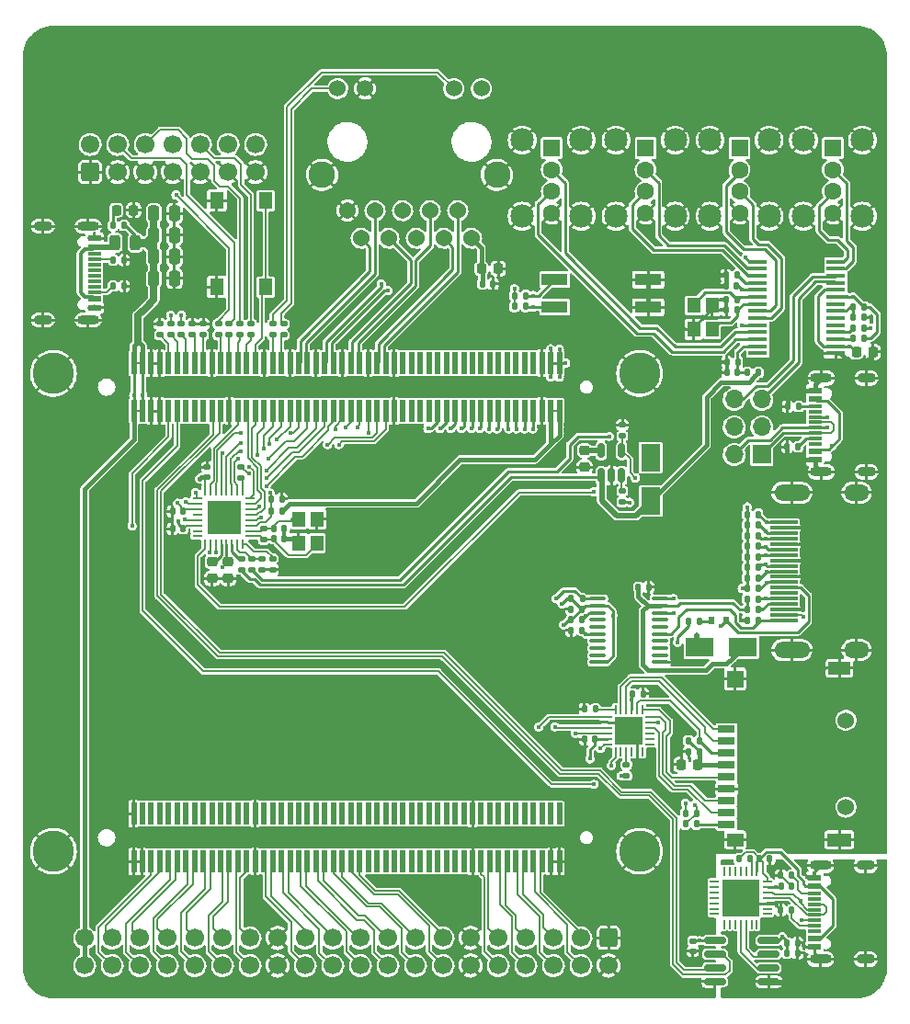
<source format=gbr>
G04 #@! TF.GenerationSoftware,KiCad,Pcbnew,(6.0.7)*
G04 #@! TF.CreationDate,2022-12-09T22:25:57+08:00*
G04 #@! TF.ProjectId,ZYNQ7000_MINIMB,5a594e51-3730-4303-905f-4d494e494d42,rev?*
G04 #@! TF.SameCoordinates,Original*
G04 #@! TF.FileFunction,Copper,L1,Top*
G04 #@! TF.FilePolarity,Positive*
%FSLAX46Y46*%
G04 Gerber Fmt 4.6, Leading zero omitted, Abs format (unit mm)*
G04 Created by KiCad (PCBNEW (6.0.7)) date 2022-12-09 22:25:57*
%MOMM*%
%LPD*%
G01*
G04 APERTURE LIST*
G04 Aperture macros list*
%AMRoundRect*
0 Rectangle with rounded corners*
0 $1 Rounding radius*
0 $2 $3 $4 $5 $6 $7 $8 $9 X,Y pos of 4 corners*
0 Add a 4 corners polygon primitive as box body*
4,1,4,$2,$3,$4,$5,$6,$7,$8,$9,$2,$3,0*
0 Add four circle primitives for the rounded corners*
1,1,$1+$1,$2,$3*
1,1,$1+$1,$4,$5*
1,1,$1+$1,$6,$7*
1,1,$1+$1,$8,$9*
0 Add four rect primitives between the rounded corners*
20,1,$1+$1,$2,$3,$4,$5,0*
20,1,$1+$1,$4,$5,$6,$7,0*
20,1,$1+$1,$6,$7,$8,$9,0*
20,1,$1+$1,$8,$9,$2,$3,0*%
G04 Aperture macros list end*
G04 #@! TA.AperFunction,SMDPad,CuDef*
%ADD10RoundRect,0.135000X-0.185000X0.135000X-0.185000X-0.135000X0.185000X-0.135000X0.185000X0.135000X0*%
G04 #@! TD*
G04 #@! TA.AperFunction,SMDPad,CuDef*
%ADD11RoundRect,0.135000X-0.135000X-0.185000X0.135000X-0.185000X0.135000X0.185000X-0.135000X0.185000X0*%
G04 #@! TD*
G04 #@! TA.AperFunction,SMDPad,CuDef*
%ADD12RoundRect,0.135000X0.135000X0.185000X-0.135000X0.185000X-0.135000X-0.185000X0.135000X-0.185000X0*%
G04 #@! TD*
G04 #@! TA.AperFunction,SMDPad,CuDef*
%ADD13RoundRect,0.140000X-0.170000X0.140000X-0.170000X-0.140000X0.170000X-0.140000X0.170000X0.140000X0*%
G04 #@! TD*
G04 #@! TA.AperFunction,SMDPad,CuDef*
%ADD14RoundRect,0.140000X-0.140000X-0.170000X0.140000X-0.170000X0.140000X0.170000X-0.140000X0.170000X0*%
G04 #@! TD*
G04 #@! TA.AperFunction,SMDPad,CuDef*
%ADD15RoundRect,0.218750X0.218750X0.256250X-0.218750X0.256250X-0.218750X-0.256250X0.218750X-0.256250X0*%
G04 #@! TD*
G04 #@! TA.AperFunction,ComponentPad*
%ADD16C,3.800000*%
G04 #@! TD*
G04 #@! TA.AperFunction,SMDPad,CuDef*
%ADD17R,1.160000X0.600000*%
G04 #@! TD*
G04 #@! TA.AperFunction,SMDPad,CuDef*
%ADD18R,1.160000X0.300000*%
G04 #@! TD*
G04 #@! TA.AperFunction,ComponentPad*
%ADD19O,2.000000X0.900000*%
G04 #@! TD*
G04 #@! TA.AperFunction,ComponentPad*
%ADD20O,1.700000X0.900000*%
G04 #@! TD*
G04 #@! TA.AperFunction,SMDPad,CuDef*
%ADD21RoundRect,0.225000X-0.250000X0.225000X-0.250000X-0.225000X0.250000X-0.225000X0.250000X0.225000X0*%
G04 #@! TD*
G04 #@! TA.AperFunction,SMDPad,CuDef*
%ADD22RoundRect,0.135000X0.185000X-0.135000X0.185000X0.135000X-0.185000X0.135000X-0.185000X-0.135000X0*%
G04 #@! TD*
G04 #@! TA.AperFunction,WasherPad*
%ADD23C,1.524000*%
G04 #@! TD*
G04 #@! TA.AperFunction,SMDPad,CuDef*
%ADD24R,1.600000X0.700000*%
G04 #@! TD*
G04 #@! TA.AperFunction,SMDPad,CuDef*
%ADD25R,2.200000X1.200000*%
G04 #@! TD*
G04 #@! TA.AperFunction,SMDPad,CuDef*
%ADD26R,1.500000X1.200000*%
G04 #@! TD*
G04 #@! TA.AperFunction,SMDPad,CuDef*
%ADD27R,1.500000X1.600000*%
G04 #@! TD*
G04 #@! TA.AperFunction,SMDPad,CuDef*
%ADD28R,2.000000X1.200000*%
G04 #@! TD*
G04 #@! TA.AperFunction,SMDPad,CuDef*
%ADD29RoundRect,0.062500X-0.350000X-0.062500X0.350000X-0.062500X0.350000X0.062500X-0.350000X0.062500X0*%
G04 #@! TD*
G04 #@! TA.AperFunction,SMDPad,CuDef*
%ADD30RoundRect,0.062500X-0.062500X-0.350000X0.062500X-0.350000X0.062500X0.350000X-0.062500X0.350000X0*%
G04 #@! TD*
G04 #@! TA.AperFunction,SMDPad,CuDef*
%ADD31R,2.600000X2.600000*%
G04 #@! TD*
G04 #@! TA.AperFunction,SMDPad,CuDef*
%ADD32R,1.750000X0.450000*%
G04 #@! TD*
G04 #@! TA.AperFunction,SMDPad,CuDef*
%ADD33RoundRect,0.062500X0.337500X0.062500X-0.337500X0.062500X-0.337500X-0.062500X0.337500X-0.062500X0*%
G04 #@! TD*
G04 #@! TA.AperFunction,SMDPad,CuDef*
%ADD34RoundRect,0.062500X0.062500X0.337500X-0.062500X0.337500X-0.062500X-0.337500X0.062500X-0.337500X0*%
G04 #@! TD*
G04 #@! TA.AperFunction,SMDPad,CuDef*
%ADD35R,3.350000X3.350000*%
G04 #@! TD*
G04 #@! TA.AperFunction,SMDPad,CuDef*
%ADD36RoundRect,0.225000X0.250000X-0.225000X0.250000X0.225000X-0.250000X0.225000X-0.250000X-0.225000X0*%
G04 #@! TD*
G04 #@! TA.AperFunction,SMDPad,CuDef*
%ADD37RoundRect,0.150000X-0.825000X-0.150000X0.825000X-0.150000X0.825000X0.150000X-0.825000X0.150000X0*%
G04 #@! TD*
G04 #@! TA.AperFunction,ComponentPad*
%ADD38RoundRect,0.250000X-0.600000X0.600000X-0.600000X-0.600000X0.600000X-0.600000X0.600000X0.600000X0*%
G04 #@! TD*
G04 #@! TA.AperFunction,ComponentPad*
%ADD39C,1.700000*%
G04 #@! TD*
G04 #@! TA.AperFunction,SMDPad,CuDef*
%ADD40R,1.800000X2.500000*%
G04 #@! TD*
G04 #@! TA.AperFunction,SMDPad,CuDef*
%ADD41RoundRect,0.140000X0.140000X0.170000X-0.140000X0.170000X-0.140000X-0.170000X0.140000X-0.170000X0*%
G04 #@! TD*
G04 #@! TA.AperFunction,SMDPad,CuDef*
%ADD42R,1.200000X1.400000*%
G04 #@! TD*
G04 #@! TA.AperFunction,ComponentPad*
%ADD43R,1.600000X1.600000*%
G04 #@! TD*
G04 #@! TA.AperFunction,ComponentPad*
%ADD44C,1.600000*%
G04 #@! TD*
G04 #@! TA.AperFunction,ComponentPad*
%ADD45C,2.150000*%
G04 #@! TD*
G04 #@! TA.AperFunction,SMDPad,CuDef*
%ADD46RoundRect,0.225000X-0.225000X-0.250000X0.225000X-0.250000X0.225000X0.250000X-0.225000X0.250000X0*%
G04 #@! TD*
G04 #@! TA.AperFunction,SMDPad,CuDef*
%ADD47RoundRect,0.225000X0.225000X0.250000X-0.225000X0.250000X-0.225000X-0.250000X0.225000X-0.250000X0*%
G04 #@! TD*
G04 #@! TA.AperFunction,SMDPad,CuDef*
%ADD48R,0.500000X2.000000*%
G04 #@! TD*
G04 #@! TA.AperFunction,SMDPad,CuDef*
%ADD49R,2.500000X1.800000*%
G04 #@! TD*
G04 #@! TA.AperFunction,ComponentPad*
%ADD50R,1.700000X1.700000*%
G04 #@! TD*
G04 #@! TA.AperFunction,ComponentPad*
%ADD51O,1.700000X1.700000*%
G04 #@! TD*
G04 #@! TA.AperFunction,SMDPad,CuDef*
%ADD52R,1.300000X1.550000*%
G04 #@! TD*
G04 #@! TA.AperFunction,SMDPad,CuDef*
%ADD53RoundRect,0.250000X-0.250000X-0.475000X0.250000X-0.475000X0.250000X0.475000X-0.250000X0.475000X0*%
G04 #@! TD*
G04 #@! TA.AperFunction,SMDPad,CuDef*
%ADD54RoundRect,0.150000X0.150000X-0.512500X0.150000X0.512500X-0.150000X0.512500X-0.150000X-0.512500X0*%
G04 #@! TD*
G04 #@! TA.AperFunction,SMDPad,CuDef*
%ADD55R,2.440000X1.120000*%
G04 #@! TD*
G04 #@! TA.AperFunction,ComponentPad*
%ADD56C,1.540000*%
G04 #@! TD*
G04 #@! TA.AperFunction,ComponentPad*
%ADD57C,1.530000*%
G04 #@! TD*
G04 #@! TA.AperFunction,ComponentPad*
%ADD58C,2.445000*%
G04 #@! TD*
G04 #@! TA.AperFunction,SMDPad,CuDef*
%ADD59RoundRect,0.062500X-0.062500X0.375000X-0.062500X-0.375000X0.062500X-0.375000X0.062500X0.375000X0*%
G04 #@! TD*
G04 #@! TA.AperFunction,SMDPad,CuDef*
%ADD60RoundRect,0.062500X-0.375000X0.062500X-0.375000X-0.062500X0.375000X-0.062500X0.375000X0.062500X0*%
G04 #@! TD*
G04 #@! TA.AperFunction,SMDPad,CuDef*
%ADD61R,3.100000X3.100000*%
G04 #@! TD*
G04 #@! TA.AperFunction,SMDPad,CuDef*
%ADD62R,0.600000X0.700000*%
G04 #@! TD*
G04 #@! TA.AperFunction,SMDPad,CuDef*
%ADD63RoundRect,0.243750X-0.243750X-0.456250X0.243750X-0.456250X0.243750X0.456250X-0.243750X0.456250X0*%
G04 #@! TD*
G04 #@! TA.AperFunction,ComponentPad*
%ADD64RoundRect,0.250000X0.600000X-0.600000X0.600000X0.600000X-0.600000X0.600000X-0.600000X-0.600000X0*%
G04 #@! TD*
G04 #@! TA.AperFunction,SMDPad,CuDef*
%ADD65R,2.600000X0.300000*%
G04 #@! TD*
G04 #@! TA.AperFunction,ComponentPad*
%ADD66O,2.300000X1.500000*%
G04 #@! TD*
G04 #@! TA.AperFunction,ComponentPad*
%ADD67O,3.300000X1.500000*%
G04 #@! TD*
G04 #@! TA.AperFunction,SMDPad,CuDef*
%ADD68RoundRect,0.140000X0.170000X-0.140000X0.170000X0.140000X-0.170000X0.140000X-0.170000X-0.140000X0*%
G04 #@! TD*
G04 #@! TA.AperFunction,SMDPad,CuDef*
%ADD69RoundRect,0.100000X-0.637500X-0.100000X0.637500X-0.100000X0.637500X0.100000X-0.637500X0.100000X0*%
G04 #@! TD*
G04 #@! TA.AperFunction,ViaPad*
%ADD70C,0.450000*%
G04 #@! TD*
G04 #@! TA.AperFunction,Conductor*
%ADD71C,0.152400*%
G04 #@! TD*
G04 #@! TA.AperFunction,Conductor*
%ADD72C,0.254000*%
G04 #@! TD*
G04 #@! TA.AperFunction,Conductor*
%ADD73C,0.381000*%
G04 #@! TD*
G04 #@! TA.AperFunction,Conductor*
%ADD74C,0.250000*%
G04 #@! TD*
G04 #@! TA.AperFunction,Conductor*
%ADD75C,0.203200*%
G04 #@! TD*
G04 #@! TA.AperFunction,Conductor*
%ADD76C,0.508000*%
G04 #@! TD*
G04 #@! TA.AperFunction,Conductor*
%ADD77C,0.762000*%
G04 #@! TD*
G04 #@! TA.AperFunction,Conductor*
%ADD78C,0.635000*%
G04 #@! TD*
G04 #@! TA.AperFunction,Conductor*
%ADD79C,0.304800*%
G04 #@! TD*
G04 APERTURE END LIST*
D10*
G04 #@! TO.P,R1,1*
G04 #@! TO.N,Net-(R1-Pad1)*
X94200000Y-57690000D03*
G04 #@! TO.P,R1,2*
G04 #@! TO.N,/PHY_LED1*
X94200000Y-58710000D03*
G04 #@! TD*
D11*
G04 #@! TO.P,R38,1*
G04 #@! TO.N,/VDD3V3D*
X136890000Y-82050000D03*
G04 #@! TO.P,R38,2*
G04 #@! TO.N,/B35_L5N*
X137910000Y-82050000D03*
G04 #@! TD*
D12*
G04 #@! TO.P,R49,1*
G04 #@! TO.N,Net-(J9-PadA5)*
X141610000Y-69000000D03*
G04 #@! TO.P,R49,2*
G04 #@! TO.N,GND*
X140590000Y-69000000D03*
G04 #@! TD*
D10*
G04 #@! TO.P,R7,1*
G04 #@! TO.N,Net-(J3-Pad6)*
X90200000Y-57690000D03*
G04 #@! TO.P,R7,2*
G04 #@! TO.N,/FPGA_TCK*
X90200000Y-58710000D03*
G04 #@! TD*
D12*
G04 #@! TO.P,R55,1*
G04 #@! TO.N,/usb/USB_5V*
X137950000Y-62150000D03*
G04 #@! TO.P,R55,2*
G04 #@! TO.N,Net-(C29-Pad2)*
X136930000Y-62150000D03*
G04 #@! TD*
D13*
G04 #@! TO.P,C15,1*
G04 #@! TO.N,/VDD3V3D*
X131900000Y-114520000D03*
G04 #@! TO.P,C15,2*
G04 #@! TO.N,GND*
X131900000Y-115480000D03*
G04 #@! TD*
D14*
G04 #@! TO.P,C31,1*
G04 #@! TO.N,GND*
X134970000Y-54150000D03*
G04 #@! TO.P,C31,2*
G04 #@! TO.N,/usb/HUB3V3*
X135930000Y-54150000D03*
G04 #@! TD*
D15*
G04 #@! TO.P,D1,1,K*
G04 #@! TO.N,GND*
X80387500Y-47200000D03*
G04 #@! TO.P,D1,2,A*
G04 #@! TO.N,Net-(D1-Pad2)*
X78812500Y-47200000D03*
G04 #@! TD*
D11*
G04 #@! TO.P,R37,1*
G04 #@! TO.N,/VDD3V3D*
X136890000Y-81075000D03*
G04 #@! TO.P,R37,2*
G04 #@! TO.N,/B35_L5P*
X137910000Y-81075000D03*
G04 #@! TD*
D16*
G04 #@! TO.P,H3,1,1*
G04 #@! TO.N,GND*
X73000000Y-62250000D03*
G04 #@! TD*
D17*
G04 #@! TO.P,J5,A1,GND*
G04 #@! TO.N,GND2*
X143075000Y-115080000D03*
G04 #@! TO.P,J5,A4,VBUS*
G04 #@! TO.N,Net-(C3-Pad1)*
X143075000Y-114280000D03*
D18*
G04 #@! TO.P,J5,A5,CC1*
G04 #@! TO.N,/usb_to_uart/ZCC1*
X143075000Y-113130000D03*
G04 #@! TO.P,J5,A6,D+*
G04 #@! TO.N,Net-(J5-PadA6)*
X143075000Y-112130000D03*
G04 #@! TO.P,J5,A7,D-*
G04 #@! TO.N,Net-(J5-PadA7)*
X143075000Y-111630000D03*
G04 #@! TO.P,J5,A8,SBU1*
G04 #@! TO.N,unconnected-(J5-PadA8)*
X143075000Y-110630000D03*
D17*
G04 #@! TO.P,J5,A9,VBUS*
G04 #@! TO.N,Net-(C3-Pad1)*
X143075000Y-109480000D03*
G04 #@! TO.P,J5,A12,GND*
G04 #@! TO.N,GND2*
X143075000Y-108680000D03*
G04 #@! TO.P,J5,B1,GND*
X143075000Y-108680000D03*
G04 #@! TO.P,J5,B4,VBUS*
G04 #@! TO.N,Net-(C3-Pad1)*
X143075000Y-109480000D03*
D18*
G04 #@! TO.P,J5,B5,CC2*
G04 #@! TO.N,/usb_to_uart/ZCC2*
X143075000Y-110130000D03*
G04 #@! TO.P,J5,B6,D+*
G04 #@! TO.N,Net-(J5-PadA6)*
X143075000Y-111130000D03*
G04 #@! TO.P,J5,B7,D-*
G04 #@! TO.N,Net-(J5-PadA7)*
X143075000Y-112630000D03*
G04 #@! TO.P,J5,B8,SBU2*
G04 #@! TO.N,unconnected-(J5-PadB8)*
X143075000Y-113630000D03*
D17*
G04 #@! TO.P,J5,B9,VBUS*
G04 #@! TO.N,Net-(C3-Pad1)*
X143075000Y-114280000D03*
G04 #@! TO.P,J5,B12,GND*
G04 #@! TO.N,GND2*
X143075000Y-115080000D03*
D19*
G04 #@! TO.P,J5,S1,SHIELD*
X143655000Y-116200000D03*
D20*
X147825000Y-116200000D03*
D19*
X143655000Y-107560000D03*
D20*
X147825000Y-107560000D03*
G04 #@! TD*
D10*
G04 #@! TO.P,R9,1*
G04 #@! TO.N,Net-(J3-Pad10)*
X91200000Y-57690000D03*
G04 #@! TO.P,R9,2*
G04 #@! TO.N,/FPGA_TDI*
X91200000Y-58710000D03*
G04 #@! TD*
D21*
G04 #@! TO.P,C23,1*
G04 #@! TO.N,/VDD3V3D*
X89100000Y-79575000D03*
G04 #@! TO.P,C23,2*
G04 #@! TO.N,GND*
X89100000Y-81125000D03*
G04 #@! TD*
D12*
G04 #@! TO.P,R54,1*
G04 #@! TO.N,GND*
X147685000Y-57100000D03*
G04 #@! TO.P,R54,2*
G04 #@! TO.N,Net-(R53-Pad2)*
X146665000Y-57100000D03*
G04 #@! TD*
D22*
G04 #@! TO.P,R3,1*
G04 #@! TO.N,/B0MIO06*
X82800000Y-58710000D03*
G04 #@! TO.P,R3,2*
G04 #@! TO.N,GND*
X82800000Y-57690000D03*
G04 #@! TD*
D23*
G04 #@! TO.P,U5,*
G04 #@! TO.N,*
X145995000Y-94200000D03*
X145995000Y-102200000D03*
D24*
G04 #@! TO.P,U5,1,DATA2*
G04 #@! TO.N,Net-(U4-Pad23)*
X134995000Y-95000000D03*
G04 #@! TO.P,U5,2,DATA3/CS/CD*
G04 #@! TO.N,Net-(U4-Pad22)*
X134995000Y-96100000D03*
G04 #@! TO.P,U5,3,CMD/DIN*
G04 #@! TO.N,/sd/CMD*
X134995000Y-97200000D03*
G04 #@! TO.P,U5,4,VDD*
G04 #@! TO.N,/VDD3V3D*
X134995000Y-98300000D03*
G04 #@! TO.P,U5,5,SCLK*
G04 #@! TO.N,/sd/CLK*
X134995000Y-99400000D03*
G04 #@! TO.P,U5,6,VSS*
G04 #@! TO.N,GND*
X134995000Y-100500000D03*
G04 #@! TO.P,U5,7,DATA0/DOUT*
G04 #@! TO.N,Net-(U4-Pad18)*
X134995000Y-101600000D03*
G04 #@! TO.P,U5,8,DATA1*
G04 #@! TO.N,Net-(U4-Pad16)*
X134995000Y-102700000D03*
G04 #@! TO.P,U5,9,SD_DET*
G04 #@! TO.N,Net-(R22-Pad2)*
X134995000Y-103800000D03*
D25*
G04 #@! TO.P,U5,10,GND*
G04 #@! TO.N,GND*
X145395000Y-105200000D03*
D26*
X135795000Y-105200000D03*
D27*
G04 #@! TO.P,U5,11,GND*
X135795000Y-90400000D03*
D28*
X145395000Y-89400000D03*
G04 #@! TD*
D22*
G04 #@! TO.P,R5,1*
G04 #@! TO.N,/B0MIO03*
X85800000Y-58710000D03*
G04 #@! TO.P,R5,2*
G04 #@! TO.N,GND*
X85800000Y-57690000D03*
G04 #@! TD*
D11*
G04 #@! TO.P,R56,1*
G04 #@! TO.N,GND*
X135030000Y-61200000D03*
G04 #@! TO.P,R56,2*
G04 #@! TO.N,Net-(C29-Pad2)*
X136050000Y-61200000D03*
G04 #@! TD*
D29*
G04 #@! TO.P,U4,1,DAT2A*
G04 #@! TO.N,/B1MIO44*
X124082500Y-93890000D03*
G04 #@! TO.P,U4,2,GND*
G04 #@! TO.N,GND*
X124082500Y-94390000D03*
G04 #@! TO.P,U4,3,DAT3A*
G04 #@! TO.N,/B1MIO45*
X124082500Y-94890000D03*
G04 #@! TO.P,U4,4,CMDA*
G04 #@! TO.N,/B1MIO41*
X124082500Y-95390000D03*
G04 #@! TO.P,U4,5,VCCA*
G04 #@! TO.N,/VDD1V8D*
X124082500Y-95890000D03*
G04 #@! TO.P,U4,6,DAT0A*
G04 #@! TO.N,/B1MIO42*
X124082500Y-96390000D03*
D30*
G04 #@! TO.P,U4,7,DAT1A*
G04 #@! TO.N,/B1MIO43*
X124770000Y-97077500D03*
G04 #@! TO.P,U4,8,DAT2B1*
G04 #@! TO.N,unconnected-(U4-Pad8)*
X125270000Y-97077500D03*
G04 #@! TO.P,U4,9,CLKA*
G04 #@! TO.N,Net-(R23-Pad2)*
X125770000Y-97077500D03*
G04 #@! TO.P,U4,10,DAT3B1*
G04 #@! TO.N,unconnected-(U4-Pad10)*
X126270000Y-97077500D03*
G04 #@! TO.P,U4,11,GND*
G04 #@! TO.N,GND*
X126770000Y-97077500D03*
G04 #@! TO.P,U4,12,CMDB1*
G04 #@! TO.N,unconnected-(U4-Pad12)*
X127270000Y-97077500D03*
D29*
G04 #@! TO.P,U4,13,CLKB1*
G04 #@! TO.N,unconnected-(U4-Pad13)*
X127957500Y-96390000D03*
G04 #@! TO.P,U4,14,DAT0B1*
G04 #@! TO.N,unconnected-(U4-Pad14)*
X127957500Y-95890000D03*
G04 #@! TO.P,U4,15,DAT1B1*
G04 #@! TO.N,unconnected-(U4-Pad15)*
X127957500Y-95390000D03*
G04 #@! TO.P,U4,16,DAT1B0*
G04 #@! TO.N,Net-(U4-Pad16)*
X127957500Y-94890000D03*
G04 #@! TO.P,U4,17,VCCB1*
G04 #@! TO.N,/VDD3V3D*
X127957500Y-94390000D03*
G04 #@! TO.P,U4,18,DAT0B0*
G04 #@! TO.N,Net-(U4-Pad18)*
X127957500Y-93890000D03*
D30*
G04 #@! TO.P,U4,19,CLKB0*
G04 #@! TO.N,/sd/CLK*
X127270000Y-93202500D03*
G04 #@! TO.P,U4,20,CMDB0*
G04 #@! TO.N,/sd/CMD*
X126770000Y-93202500D03*
G04 #@! TO.P,U4,21,VCCB0*
G04 #@! TO.N,/VDD3V3D*
X126270000Y-93202500D03*
G04 #@! TO.P,U4,22,DAT3B0*
G04 #@! TO.N,Net-(U4-Pad22)*
X125770000Y-93202500D03*
G04 #@! TO.P,U4,23,DAT2B0*
G04 #@! TO.N,Net-(U4-Pad23)*
X125270000Y-93202500D03*
G04 #@! TO.P,U4,24,SEL*
G04 #@! TO.N,Net-(R20-Pad2)*
X124770000Y-93202500D03*
D31*
G04 #@! TO.P,U4,25,EPAD*
G04 #@! TO.N,GND*
X126020000Y-95140000D03*
G04 #@! TD*
D10*
G04 #@! TO.P,R40,1*
G04 #@! TO.N,/B1MIO36*
X90300000Y-70890000D03*
G04 #@! TO.P,R40,2*
G04 #@! TO.N,Net-(R40-Pad2)*
X90300000Y-71910000D03*
G04 #@! TD*
D12*
G04 #@! TO.P,R10,1*
G04 #@! TO.N,Net-(R10-Pad1)*
X116485000Y-55075000D03*
G04 #@! TO.P,R10,2*
G04 #@! TO.N,/VDD3V3D*
X115465000Y-55075000D03*
G04 #@! TD*
D32*
G04 #@! TO.P,U9,1,AVDD*
G04 #@! TO.N,/usb/HUB3V3*
X137875000Y-51950000D03*
G04 #@! TO.P,U9,2,DM2*
G04 #@! TO.N,/usb/H_DM2*
X137875000Y-52600000D03*
G04 #@! TO.P,U9,3,DP2*
G04 #@! TO.N,/usb/H_DP2*
X137875000Y-53250000D03*
G04 #@! TO.P,U9,4,RREF*
G04 #@! TO.N,Net-(R51-Pad2)*
X137875000Y-53900000D03*
G04 #@! TO.P,U9,5,AVDD*
G04 #@! TO.N,/usb/HUB3V3*
X137875000Y-54550000D03*
G04 #@! TO.P,U9,6,X1*
G04 #@! TO.N,Net-(C27-Pad1)*
X137875000Y-55200000D03*
G04 #@! TO.P,U9,7,X2*
G04 #@! TO.N,Net-(C28-Pad1)*
X137875000Y-55850000D03*
G04 #@! TO.P,U9,8,DM3*
G04 #@! TO.N,/usb/H_DM3*
X137875000Y-56500000D03*
G04 #@! TO.P,U9,9,DP3*
G04 #@! TO.N,/usb/H_DP3*
X137875000Y-57150000D03*
G04 #@! TO.P,U9,10,AVDD*
G04 #@! TO.N,/usb/HUB3V3*
X137875000Y-57800000D03*
G04 #@! TO.P,U9,11,DM4*
G04 #@! TO.N,/usb/H_DM4*
X137875000Y-58450000D03*
G04 #@! TO.P,U9,12,DP4*
G04 #@! TO.N,/usb/H_DP4*
X137875000Y-59100000D03*
G04 #@! TO.P,U9,13,RESETn*
G04 #@! TO.N,Net-(C29-Pad2)*
X137875000Y-59750000D03*
G04 #@! TO.P,U9,14,TEST/SCL*
G04 #@! TO.N,unconnected-(U9-Pad14)*
X137875000Y-60400000D03*
G04 #@! TO.P,U9,15,GND*
G04 #@! TO.N,GND*
X145075000Y-60400000D03*
G04 #@! TO.P,U9,16,AVDD*
G04 #@! TO.N,/usb/HUB3V3*
X145075000Y-59750000D03*
G04 #@! TO.P,U9,17,PSELF*
G04 #@! TO.N,Net-(R52-Pad2)*
X145075000Y-59100000D03*
G04 #@! TO.P,U9,18,PGANG*
G04 #@! TO.N,Net-(R57-Pad1)*
X145075000Y-58450000D03*
G04 #@! TO.P,U9,19,OVCUR2*
G04 #@! TO.N,unconnected-(U9-Pad19)*
X145075000Y-57800000D03*
G04 #@! TO.P,U9,20,PWEREN2*
G04 #@! TO.N,unconnected-(U9-Pad20)*
X145075000Y-57150000D03*
G04 #@! TO.P,U9,21,OVCUR1*
G04 #@! TO.N,Net-(R53-Pad2)*
X145075000Y-56500000D03*
G04 #@! TO.P,U9,22,PWEREN1*
G04 #@! TO.N,unconnected-(U9-Pad22)*
X145075000Y-55850000D03*
G04 #@! TO.P,U9,23,V5*
G04 #@! TO.N,/usb/USB_5V*
X145075000Y-55200000D03*
G04 #@! TO.P,U9,24,V33*
G04 #@! TO.N,/usb/HUB3V3*
X145075000Y-54550000D03*
G04 #@! TO.P,U9,25,DM0*
G04 #@! TO.N,/usb/H_DM*
X145075000Y-53900000D03*
G04 #@! TO.P,U9,26,DP0*
G04 #@! TO.N,/usb/H_DP*
X145075000Y-53250000D03*
G04 #@! TO.P,U9,27,DM1*
G04 #@! TO.N,/usb/H_DM1*
X145075000Y-52600000D03*
G04 #@! TO.P,U9,28,DP1*
G04 #@! TO.N,/usb/H_DP1*
X145075000Y-51950000D03*
G04 #@! TD*
D14*
G04 #@! TO.P,C3,1*
G04 #@! TO.N,Net-(C3-Pad1)*
X138020000Y-106970000D03*
G04 #@! TO.P,C3,2*
G04 #@! TO.N,GND2*
X138980000Y-106970000D03*
G04 #@! TD*
D22*
G04 #@! TO.P,R4,1*
G04 #@! TO.N,/B0MIO02*
X86800000Y-58710000D03*
G04 #@! TO.P,R4,2*
G04 #@! TO.N,GND*
X86800000Y-57690000D03*
G04 #@! TD*
D33*
G04 #@! TO.P,U2,1,~{DCD}*
G04 #@! TO.N,unconnected-(U2-Pad1)*
X138750000Y-112050000D03*
G04 #@! TO.P,U2,2,~{RI}/CLK*
G04 #@! TO.N,unconnected-(U2-Pad2)*
X138750000Y-111550000D03*
G04 #@! TO.P,U2,3,GND*
G04 #@! TO.N,GND2*
X138750000Y-111050000D03*
G04 #@! TO.P,U2,4,D+*
G04 #@! TO.N,Net-(J5-PadA6)*
X138750000Y-110550000D03*
G04 #@! TO.P,U2,5,D-*
G04 #@! TO.N,Net-(J5-PadA7)*
X138750000Y-110050000D03*
G04 #@! TO.P,U2,6,VDD*
G04 #@! TO.N,/usb_to_uart/VCC3V*
X138750000Y-109550000D03*
G04 #@! TO.P,U2,7,REGIN*
G04 #@! TO.N,Net-(C3-Pad1)*
X138750000Y-109050000D03*
D34*
G04 #@! TO.P,U2,8,VBUS*
X137800000Y-108100000D03*
G04 #@! TO.P,U2,9,~{RSTb}*
G04 #@! TO.N,Net-(R18-Pad1)*
X137300000Y-108100000D03*
G04 #@! TO.P,U2,10,NC*
G04 #@! TO.N,unconnected-(U2-Pad10)*
X136800000Y-108100000D03*
G04 #@! TO.P,U2,11,~{SUSPENDb}*
G04 #@! TO.N,unconnected-(U2-Pad11)*
X136300000Y-108100000D03*
G04 #@! TO.P,U2,12,SUSPEND*
G04 #@! TO.N,unconnected-(U2-Pad12)*
X135800000Y-108100000D03*
G04 #@! TO.P,U2,13,CHREN*
G04 #@! TO.N,unconnected-(U2-Pad13)*
X135300000Y-108100000D03*
G04 #@! TO.P,U2,14,CHR1*
G04 #@! TO.N,unconnected-(U2-Pad14)*
X134800000Y-108100000D03*
D33*
G04 #@! TO.P,U2,15,CHR0*
G04 #@! TO.N,unconnected-(U2-Pad15)*
X133850000Y-109050000D03*
G04 #@! TO.P,U2,16,~{WAKEUP}/GPIO.3*
G04 #@! TO.N,unconnected-(U2-Pad16)*
X133850000Y-109550000D03*
G04 #@! TO.P,U2,17,RS485/GPIO.2*
G04 #@! TO.N,unconnected-(U2-Pad17)*
X133850000Y-110050000D03*
G04 #@! TO.P,U2,18,~{RXT}/GPIO.1*
G04 #@! TO.N,unconnected-(U2-Pad18)*
X133850000Y-110550000D03*
G04 #@! TO.P,U2,19,~{TXT}/GPIO.0*
G04 #@! TO.N,unconnected-(U2-Pad19)*
X133850000Y-111050000D03*
G04 #@! TO.P,U2,20,GPIO.6*
G04 #@! TO.N,unconnected-(U2-Pad20)*
X133850000Y-111550000D03*
G04 #@! TO.P,U2,21,GPIO.5*
G04 #@! TO.N,unconnected-(U2-Pad21)*
X133850000Y-112050000D03*
D34*
G04 #@! TO.P,U2,22,GPIO.4*
G04 #@! TO.N,unconnected-(U2-Pad22)*
X134800000Y-113000000D03*
G04 #@! TO.P,U2,23,~{CTS}*
G04 #@! TO.N,unconnected-(U2-Pad23)*
X135300000Y-113000000D03*
G04 #@! TO.P,U2,24,~{RTS}*
G04 #@! TO.N,unconnected-(U2-Pad24)*
X135800000Y-113000000D03*
G04 #@! TO.P,U2,25,RXD*
G04 #@! TO.N,/usb_to_uart/B0MIO15*
X136300000Y-113000000D03*
G04 #@! TO.P,U2,26,TXD*
G04 #@! TO.N,/usb_to_uart/B0MIO14*
X136800000Y-113000000D03*
G04 #@! TO.P,U2,27,~{DSR}*
G04 #@! TO.N,unconnected-(U2-Pad27)*
X137300000Y-113000000D03*
G04 #@! TO.P,U2,28,~{DTR}*
G04 #@! TO.N,unconnected-(U2-Pad28)*
X137800000Y-113000000D03*
D35*
G04 #@! TO.P,U2,29,GND*
G04 #@! TO.N,GND2*
X136300000Y-110550000D03*
G04 #@! TD*
D36*
G04 #@! TO.P,C22,1*
G04 #@! TO.N,GND*
X121925000Y-70900000D03*
G04 #@! TO.P,C22,2*
G04 #@! TO.N,/VDD5VD*
X121925000Y-69350000D03*
G04 #@! TD*
D10*
G04 #@! TO.P,R12,1*
G04 #@! TO.N,Net-(R10-Pad1)*
X84800000Y-57690000D03*
G04 #@! TO.P,R12,2*
G04 #@! TO.N,/B0MIO04*
X84800000Y-58710000D03*
G04 #@! TD*
D37*
G04 #@! TO.P,U3,1,VDD1*
G04 #@! TO.N,/VDD3V3D*
X133935000Y-114465000D03*
G04 #@! TO.P,U3,2,VOA*
G04 #@! TO.N,/B0MIO14*
X133935000Y-115735000D03*
G04 #@! TO.P,U3,3,VIB*
G04 #@! TO.N,/B0MIO15*
X133935000Y-117005000D03*
G04 #@! TO.P,U3,4,GND1*
G04 #@! TO.N,GND*
X133935000Y-118275000D03*
G04 #@! TO.P,U3,5,GND2*
G04 #@! TO.N,GND2*
X138885000Y-118275000D03*
G04 #@! TO.P,U3,6,VOB*
G04 #@! TO.N,/usb_to_uart/B0MIO15*
X138885000Y-117005000D03*
G04 #@! TO.P,U3,7,VIA*
G04 #@! TO.N,/usb_to_uart/B0MIO14*
X138885000Y-115735000D03*
G04 #@! TO.P,U3,8,VDD2*
G04 #@! TO.N,/usb_to_uart/VCC3V*
X138885000Y-114465000D03*
G04 #@! TD*
D38*
G04 #@! TO.P,J10,1,Pin_1*
G04 #@! TO.N,GND*
X124130000Y-114247500D03*
D39*
G04 #@! TO.P,J10,2,Pin_2*
X124130000Y-116787500D03*
G04 #@! TO.P,J10,3,Pin_3*
G04 #@! TO.N,/B35_L11P*
X121590000Y-114247500D03*
G04 #@! TO.P,J10,4,Pin_4*
G04 #@! TO.N,/B35_L11N*
X121590000Y-116787500D03*
G04 #@! TO.P,J10,5,Pin_5*
G04 #@! TO.N,/B35_L21P*
X119050000Y-114247500D03*
G04 #@! TO.P,J10,6,Pin_6*
G04 #@! TO.N,/B35_L21N*
X119050000Y-116787500D03*
G04 #@! TO.P,J10,7,Pin_7*
G04 #@! TO.N,/B35_L9P*
X116510000Y-114247500D03*
G04 #@! TO.P,J10,8,Pin_8*
G04 #@! TO.N,/B35_L9N*
X116510000Y-116787500D03*
G04 #@! TO.P,J10,9,Pin_9*
G04 #@! TO.N,/B35_L7P*
X113970000Y-114247500D03*
G04 #@! TO.P,J10,10,Pin_10*
G04 #@! TO.N,/B35_L7N*
X113970000Y-116787500D03*
G04 #@! TO.P,J10,11,Pin_11*
G04 #@! TO.N,GND*
X111430000Y-114247500D03*
G04 #@! TO.P,J10,12,Pin_12*
X111430000Y-116787500D03*
G04 #@! TO.P,J10,13,Pin_13*
G04 #@! TO.N,/B34_L7P*
X108890000Y-114247500D03*
G04 #@! TO.P,J10,14,Pin_14*
G04 #@! TO.N,/B34_L7N*
X108890000Y-116787500D03*
G04 #@! TO.P,J10,15,Pin_15*
G04 #@! TO.N,/B34_L10P*
X106350000Y-114247500D03*
G04 #@! TO.P,J10,16,Pin_16*
G04 #@! TO.N,/B34_L10N*
X106350000Y-116787500D03*
G04 #@! TO.P,J10,17,Pin_17*
G04 #@! TO.N,/B34_L8P*
X103810000Y-114247500D03*
G04 #@! TO.P,J10,18,Pin_18*
G04 #@! TO.N,/B34_L8N*
X103810000Y-116787500D03*
G04 #@! TO.P,J10,19,Pin_19*
G04 #@! TO.N,/B34_L9P*
X101270000Y-114247500D03*
G04 #@! TO.P,J10,20,Pin_20*
G04 #@! TO.N,/B34_L9N*
X101270000Y-116787500D03*
G04 #@! TO.P,J10,21,Pin_21*
G04 #@! TO.N,/B34_L2P*
X98730000Y-114247500D03*
G04 #@! TO.P,J10,22,Pin_22*
G04 #@! TO.N,/B34_L2N*
X98730000Y-116787500D03*
G04 #@! TO.P,J10,23,Pin_23*
G04 #@! TO.N,/B34_L1P*
X96190000Y-114247500D03*
G04 #@! TO.P,J10,24,Pin_24*
G04 #@! TO.N,/B34_L1N*
X96190000Y-116787500D03*
G04 #@! TO.P,J10,25,Pin_25*
G04 #@! TO.N,GND*
X93650000Y-114247500D03*
G04 #@! TO.P,J10,26,Pin_26*
X93650000Y-116787500D03*
G04 #@! TO.P,J10,27,Pin_27*
G04 #@! TO.N,/B13_L11P*
X91110000Y-114247500D03*
G04 #@! TO.P,J10,28,Pin_28*
G04 #@! TO.N,/B13_L11N*
X91110000Y-116787500D03*
G04 #@! TO.P,J10,29,Pin_29*
G04 #@! TO.N,/B13_L19P*
X88570000Y-114247500D03*
G04 #@! TO.P,J10,30,Pin_30*
G04 #@! TO.N,/B13_L19N*
X88570000Y-116787500D03*
G04 #@! TO.P,J10,31,Pin_31*
G04 #@! TO.N,/B13_L18P*
X86030000Y-114247500D03*
G04 #@! TO.P,J10,32,Pin_32*
G04 #@! TO.N,/B13_L18N*
X86030000Y-116787500D03*
G04 #@! TO.P,J10,33,Pin_33*
G04 #@! TO.N,/B13_L16P*
X83490000Y-114247500D03*
G04 #@! TO.P,J10,34,Pin_34*
G04 #@! TO.N,/B13_L16N*
X83490000Y-116787500D03*
G04 #@! TO.P,J10,35,Pin_35*
G04 #@! TO.N,/B13_L14P*
X80950000Y-114247500D03*
G04 #@! TO.P,J10,36,Pin_36*
G04 #@! TO.N,/B13_L14N*
X80950000Y-116787500D03*
G04 #@! TO.P,J10,37,Pin_37*
G04 #@! TO.N,/B13_L13P*
X78410000Y-114247500D03*
G04 #@! TO.P,J10,38,Pin_38*
G04 #@! TO.N,/B13_L13N*
X78410000Y-116787500D03*
G04 #@! TO.P,J10,39,Pin_39*
G04 #@! TO.N,/VDD5VD*
X75870000Y-114247500D03*
G04 #@! TO.P,J10,40,Pin_40*
X75870000Y-116787500D03*
G04 #@! TD*
D11*
G04 #@! TO.P,R34,1*
G04 #@! TO.N,/VDD3V3D*
X136890000Y-78150000D03*
G04 #@! TO.P,R34,2*
G04 #@! TO.N,/B35_L14N*
X137910000Y-78150000D03*
G04 #@! TD*
D40*
G04 #@! TO.P,D4,1,K*
G04 #@! TO.N,/usb/USB_5V*
X128000000Y-74000000D03*
G04 #@! TO.P,D4,2,A*
G04 #@! TO.N,/usb/USB5VIN*
X128000000Y-70000000D03*
G04 #@! TD*
D41*
G04 #@! TO.P,C28,1*
G04 #@! TO.N,Net-(C28-Pad1)*
X135960000Y-56400000D03*
G04 #@! TO.P,C28,2*
G04 #@! TO.N,GND*
X135000000Y-56400000D03*
G04 #@! TD*
D16*
G04 #@! TO.P,H2,1,1*
G04 #@! TO.N,GND*
X127000000Y-106250000D03*
G04 #@! TD*
D11*
G04 #@! TO.P,R57,1*
G04 #@! TO.N,Net-(R57-Pad1)*
X146665000Y-58075000D03*
G04 #@! TO.P,R57,2*
G04 #@! TO.N,/usb/HUB3V3*
X147685000Y-58075000D03*
G04 #@! TD*
D22*
G04 #@! TO.P,R47,1*
G04 #@! TO.N,/usb/USB_5V*
X90325000Y-80310000D03*
G04 #@! TO.P,R47,2*
G04 #@! TO.N,/usb/USB_VBUS*
X90325000Y-79290000D03*
G04 #@! TD*
D11*
G04 #@! TO.P,R35,1*
G04 #@! TO.N,/VDD3V3D*
X136890000Y-79125000D03*
G04 #@! TO.P,R35,2*
G04 #@! TO.N,/B35_L16P*
X137910000Y-79125000D03*
G04 #@! TD*
D42*
G04 #@! TO.P,Y2,1,1*
G04 #@! TO.N,Net-(C27-Pad1)*
X131980000Y-56000000D03*
G04 #@! TO.P,Y2,2,2*
G04 #@! TO.N,GND*
X131980000Y-58200000D03*
G04 #@! TO.P,Y2,3,3*
G04 #@! TO.N,Net-(C28-Pad1)*
X133680000Y-58200000D03*
G04 #@! TO.P,Y2,4,4*
G04 #@! TO.N,GND*
X133680000Y-56000000D03*
G04 #@! TD*
D43*
G04 #@! TO.P,J13,1,VBUS*
G04 #@! TO.N,/usb/USB_5V*
X118900000Y-41490000D03*
D44*
G04 #@! TO.P,J13,2,D-*
G04 #@! TO.N,/usb/H_DM4*
X118900000Y-43490000D03*
G04 #@! TO.P,J13,3,D+*
G04 #@! TO.N,/usb/H_DP4*
X118900000Y-45490000D03*
G04 #@! TO.P,J13,4,GND*
G04 #@! TO.N,GND*
X118900000Y-47490000D03*
D45*
G04 #@! TO.P,J13,5,Shield*
X121620000Y-47760000D03*
X116180000Y-47760000D03*
X121620000Y-40760000D03*
X116180000Y-40760000D03*
G04 #@! TD*
D11*
G04 #@! TO.P,R30,1*
G04 #@! TO.N,GND*
X136890000Y-84975000D03*
G04 #@! TO.P,R30,2*
G04 #@! TO.N,/hdmi/HDMI_HPD_E*
X137910000Y-84975000D03*
G04 #@! TD*
D10*
G04 #@! TO.P,R44,1*
G04 #@! TO.N,/usb/USB_ID*
X92250000Y-79290000D03*
G04 #@! TO.P,R44,2*
G04 #@! TO.N,GND*
X92250000Y-80310000D03*
G04 #@! TD*
D46*
G04 #@! TO.P,C30,1*
G04 #@! TO.N,/usb/HUB3V3*
X146950000Y-60275000D03*
G04 #@! TO.P,C30,2*
G04 #@! TO.N,GND*
X148500000Y-60275000D03*
G04 #@! TD*
D12*
G04 #@! TO.P,R25,1*
G04 #@! TO.N,/B35_L3N*
X121720000Y-82995000D03*
G04 #@! TO.P,R25,2*
G04 #@! TO.N,/VDD3V3D*
X120700000Y-82995000D03*
G04 #@! TD*
D11*
G04 #@! TO.P,R28,1*
G04 #@! TO.N,/hdmi/HDMI5VD*
X136890000Y-83025000D03*
G04 #@! TO.P,R28,2*
G04 #@! TO.N,/hdmi/HDMI_SCL_E*
X137910000Y-83025000D03*
G04 #@! TD*
D12*
G04 #@! TO.P,R17,1*
G04 #@! TO.N,GND*
X79510000Y-54200000D03*
G04 #@! TO.P,R17,2*
G04 #@! TO.N,Net-(J4-PadB5)*
X78490000Y-54200000D03*
G04 #@! TD*
D11*
G04 #@! TO.P,R36,1*
G04 #@! TO.N,/VDD3V3D*
X136890000Y-80100000D03*
G04 #@! TO.P,R36,2*
G04 #@! TO.N,/B35_L16N*
X137910000Y-80100000D03*
G04 #@! TD*
D41*
G04 #@! TO.P,C18,1*
G04 #@! TO.N,/VDD1V8D*
X84930000Y-74950000D03*
G04 #@! TO.P,C18,2*
G04 #@! TO.N,GND*
X83970000Y-74950000D03*
G04 #@! TD*
D14*
G04 #@! TO.P,C26,1*
G04 #@! TO.N,Net-(C26-Pad1)*
X93295000Y-77475000D03*
G04 #@! TO.P,C26,2*
G04 #@! TO.N,GND*
X94255000Y-77475000D03*
G04 #@! TD*
D47*
G04 #@! TO.P,C12,1*
G04 #@! TO.N,/VDD3V3D*
X132370000Y-98277500D03*
G04 #@! TO.P,C12,2*
G04 #@! TO.N,GND*
X130820000Y-98277500D03*
G04 #@! TD*
D11*
G04 #@! TO.P,R32,1*
G04 #@! TO.N,/VDD3V3D*
X136890000Y-76200000D03*
G04 #@! TO.P,R32,2*
G04 #@! TO.N,/B35_L10N*
X137910000Y-76200000D03*
G04 #@! TD*
D41*
G04 #@! TO.P,C16,1*
G04 #@! TO.N,/VDD3V3D*
X121660000Y-83960000D03*
G04 #@! TO.P,C16,2*
G04 #@! TO.N,GND*
X120700000Y-83960000D03*
G04 #@! TD*
D16*
G04 #@! TO.P,H4,1,1*
G04 #@! TO.N,GND*
X127000000Y-62250000D03*
G04 #@! TD*
D14*
G04 #@! TO.P,C14,1*
G04 #@! TO.N,/usb_to_uart/VCC3V*
X140570000Y-114700000D03*
G04 #@! TO.P,C14,2*
G04 #@! TO.N,GND2*
X141530000Y-114700000D03*
G04 #@! TD*
D48*
G04 #@! TO.P,J2,1,Pin_1*
G04 #@! TO.N,GND*
X80400000Y-107200000D03*
G04 #@! TO.P,J2,2,Pin_2*
X80400000Y-102800000D03*
G04 #@! TO.P,J2,3,Pin_3*
X81200000Y-107200000D03*
G04 #@! TO.P,J2,4,Pin_4*
G04 #@! TO.N,/B13_L06N*
X81200000Y-102800000D03*
G04 #@! TO.P,J2,5,Pin_5*
G04 #@! TO.N,/B13_L13N*
X82000000Y-107200000D03*
G04 #@! TO.P,J2,6,Pin_6*
G04 #@! TO.N,/B13_L22N*
X82000000Y-102800000D03*
G04 #@! TO.P,J2,7,Pin_7*
G04 #@! TO.N,/B13_L13P*
X82800000Y-107200000D03*
G04 #@! TO.P,J2,8,Pin_8*
G04 #@! TO.N,/B13_L22P*
X82800000Y-102800000D03*
G04 #@! TO.P,J2,9,Pin_9*
G04 #@! TO.N,/B13_L14N*
X83600000Y-107200000D03*
G04 #@! TO.P,J2,10,Pin_10*
G04 #@! TO.N,/B13_L15N*
X83600000Y-102800000D03*
G04 #@! TO.P,J2,11,Pin_11*
G04 #@! TO.N,/B13_L14P*
X84400000Y-107200000D03*
G04 #@! TO.P,J2,12,Pin_12*
G04 #@! TO.N,/B13_L15P*
X84400000Y-102800000D03*
G04 #@! TO.P,J2,13,Pin_13*
G04 #@! TO.N,/B13_L16N*
X85200000Y-107200000D03*
G04 #@! TO.P,J2,14,Pin_14*
G04 #@! TO.N,/B13_L17N*
X85200000Y-102800000D03*
G04 #@! TO.P,J2,15,Pin_15*
G04 #@! TO.N,/B13_L16P*
X86000000Y-107200000D03*
G04 #@! TO.P,J2,16,Pin_16*
G04 #@! TO.N,/B13_L17P*
X86000000Y-102800000D03*
G04 #@! TO.P,J2,17,Pin_17*
G04 #@! TO.N,/B13_L18N*
X86800000Y-107200000D03*
G04 #@! TO.P,J2,18,Pin_18*
G04 #@! TO.N,/B13_L21N*
X86800000Y-102800000D03*
G04 #@! TO.P,J2,19,Pin_19*
G04 #@! TO.N,/B13_L18P*
X87600000Y-107200000D03*
G04 #@! TO.P,J2,20,Pin_20*
G04 #@! TO.N,/B13_L21P*
X87600000Y-102800000D03*
G04 #@! TO.P,J2,21,Pin_21*
G04 #@! TO.N,/B13_L19N*
X88400000Y-107200000D03*
G04 #@! TO.P,J2,22,Pin_22*
G04 #@! TO.N,/B13_L20N*
X88400000Y-102800000D03*
G04 #@! TO.P,J2,23,Pin_23*
G04 #@! TO.N,/B13_L19P*
X89200000Y-107200000D03*
G04 #@! TO.P,J2,24,Pin_24*
G04 #@! TO.N,/B13_L20P*
X89200000Y-102800000D03*
G04 #@! TO.P,J2,25,Pin_25*
G04 #@! TO.N,/B13_L11N*
X90000000Y-107200000D03*
G04 #@! TO.P,J2,26,Pin_26*
G04 #@! TO.N,/B13_L12N*
X90000000Y-102800000D03*
G04 #@! TO.P,J2,27,Pin_27*
G04 #@! TO.N,/B13_L11P*
X90800000Y-107200000D03*
G04 #@! TO.P,J2,28,Pin_28*
G04 #@! TO.N,/B13_L12P*
X90800000Y-102800000D03*
G04 #@! TO.P,J2,29,Pin_29*
G04 #@! TO.N,GND*
X91600000Y-107200000D03*
G04 #@! TO.P,J2,30,Pin_30*
X91600000Y-102800000D03*
G04 #@! TO.P,J2,31,Pin_31*
G04 #@! TO.N,/B34_L1N*
X92400000Y-107200000D03*
G04 #@! TO.P,J2,32,Pin_32*
G04 #@! TO.N,/B34_L4N*
X92400000Y-102800000D03*
G04 #@! TO.P,J2,33,Pin_33*
G04 #@! TO.N,/B34_L1P*
X93200000Y-107200000D03*
G04 #@! TO.P,J2,34,Pin_34*
G04 #@! TO.N,/B34_L4P*
X93200000Y-102800000D03*
G04 #@! TO.P,J2,35,Pin_35*
G04 #@! TO.N,/B34_L2N*
X94000000Y-107200000D03*
G04 #@! TO.P,J2,36,Pin_36*
G04 #@! TO.N,/B34_L3N*
X94000000Y-102800000D03*
G04 #@! TO.P,J2,37,Pin_37*
G04 #@! TO.N,/B34_L2P*
X94800000Y-107200000D03*
G04 #@! TO.P,J2,38,Pin_38*
G04 #@! TO.N,/B34_L3P*
X94800000Y-102800000D03*
G04 #@! TO.P,J2,39,Pin_39*
G04 #@! TO.N,/B34_L9N*
X95600000Y-107200000D03*
G04 #@! TO.P,J2,40,Pin_40*
G04 #@! TO.N,/B34_L5N*
X95600000Y-102800000D03*
G04 #@! TO.P,J2,41,Pin_41*
G04 #@! TO.N,/B34_L9P*
X96400000Y-107200000D03*
G04 #@! TO.P,J2,42,Pin_42*
G04 #@! TO.N,/B34_L5P*
X96400000Y-102800000D03*
G04 #@! TO.P,J2,43,Pin_43*
G04 #@! TO.N,/B34_L8N*
X97200000Y-107200000D03*
G04 #@! TO.P,J2,44,Pin_44*
G04 #@! TO.N,/B34_L11N*
X97200000Y-102800000D03*
G04 #@! TO.P,J2,45,Pin_45*
G04 #@! TO.N,/B34_L8P*
X98000000Y-107200000D03*
G04 #@! TO.P,J2,46,Pin_46*
G04 #@! TO.N,/B34_L11P*
X98000000Y-102800000D03*
G04 #@! TO.P,J2,47,Pin_47*
G04 #@! TO.N,/B34_L10N*
X98800000Y-107200000D03*
G04 #@! TO.P,J2,48,Pin_48*
G04 #@! TO.N,/B34_L21N*
X98800000Y-102800000D03*
G04 #@! TO.P,J2,49,Pin_49*
G04 #@! TO.N,/B34_L10P*
X99600000Y-107200000D03*
G04 #@! TO.P,J2,50,Pin_50*
G04 #@! TO.N,/B34_L21P*
X99600000Y-102800000D03*
G04 #@! TO.P,J2,51,Pin_51*
G04 #@! TO.N,/B34_L7N*
X100400000Y-107200000D03*
G04 #@! TO.P,J2,52,Pin_52*
G04 #@! TO.N,/B34_L18N*
X100400000Y-102800000D03*
G04 #@! TO.P,J2,53,Pin_53*
G04 #@! TO.N,/B34_L7P*
X101200000Y-107200000D03*
G04 #@! TO.P,J2,54,Pin_54*
G04 #@! TO.N,/B34_L18P*
X101200000Y-102800000D03*
G04 #@! TO.P,J2,55,Pin_55*
G04 #@! TO.N,/B34_L17N*
X102000000Y-107200000D03*
G04 #@! TO.P,J2,56,Pin_56*
G04 #@! TO.N,/B34_L22N*
X102000000Y-102800000D03*
G04 #@! TO.P,J2,57,Pin_57*
G04 #@! TO.N,/B34_L17P*
X102800000Y-107200000D03*
G04 #@! TO.P,J2,58,Pin_58*
G04 #@! TO.N,/B34_L22P*
X102800000Y-102800000D03*
G04 #@! TO.P,J2,59,Pin_59*
G04 #@! TO.N,/B34_L16N*
X103600000Y-107200000D03*
G04 #@! TO.P,J2,60,Pin_60*
G04 #@! TO.N,/B34_L20N*
X103600000Y-102800000D03*
G04 #@! TO.P,J2,61,Pin_61*
G04 #@! TO.N,/B34_L16P*
X104400000Y-107200000D03*
G04 #@! TO.P,J2,62,Pin_62*
G04 #@! TO.N,/B34_L20P*
X104400000Y-102800000D03*
G04 #@! TO.P,J2,63,Pin_63*
G04 #@! TO.N,/B34_L19N*
X105200000Y-107200000D03*
G04 #@! TO.P,J2,64,Pin_64*
G04 #@! TO.N,/B34_L6N*
X105200000Y-102800000D03*
G04 #@! TO.P,J2,65,Pin_65*
G04 #@! TO.N,/B34_L19P*
X106000000Y-107200000D03*
G04 #@! TO.P,J2,66,Pin_66*
G04 #@! TO.N,/B34_L6P*
X106000000Y-102800000D03*
G04 #@! TO.P,J2,67,Pin_67*
G04 #@! TO.N,/B34_L24N*
X106800000Y-107200000D03*
G04 #@! TO.P,J2,68,Pin_68*
G04 #@! TO.N,/B34_L23N*
X106800000Y-102800000D03*
G04 #@! TO.P,J2,69,Pin_69*
G04 #@! TO.N,/B34_L24P*
X107600000Y-107200000D03*
G04 #@! TO.P,J2,70,Pin_70*
G04 #@! TO.N,/B34_L23P*
X107600000Y-102800000D03*
G04 #@! TO.P,J2,71,Pin_71*
G04 #@! TO.N,/B34_L15N*
X108400000Y-107200000D03*
G04 #@! TO.P,J2,72,Pin_72*
G04 #@! TO.N,/B34_L13N*
X108400000Y-102800000D03*
G04 #@! TO.P,J2,73,Pin_73*
G04 #@! TO.N,/B34_L15P*
X109200000Y-107200000D03*
G04 #@! TO.P,J2,74,Pin_74*
G04 #@! TO.N,/B34_L13P*
X109200000Y-102800000D03*
G04 #@! TO.P,J2,75,Pin_75*
G04 #@! TO.N,/B34_IO25*
X110000000Y-107200000D03*
G04 #@! TO.P,J2,76,Pin_76*
G04 #@! TO.N,/B34_L14N*
X110000000Y-102800000D03*
G04 #@! TO.P,J2,77,Pin_77*
G04 #@! TO.N,/B34_L12N*
X110800000Y-107200000D03*
G04 #@! TO.P,J2,78,Pin_78*
G04 #@! TO.N,/B34_L14P*
X110800000Y-102800000D03*
G04 #@! TO.P,J2,79,Pin_79*
G04 #@! TO.N,GND*
X111600000Y-107200000D03*
G04 #@! TO.P,J2,80,Pin_80*
X111600000Y-102800000D03*
G04 #@! TO.P,J2,81,Pin_81*
G04 #@! TO.N,/B35_L7N*
X112400000Y-107200000D03*
G04 #@! TO.P,J2,82,Pin_82*
G04 #@! TO.N,/B35_L8N*
X112400000Y-102800000D03*
G04 #@! TO.P,J2,83,Pin_83*
G04 #@! TO.N,/B35_L7P*
X113200000Y-107200000D03*
G04 #@! TO.P,J2,84,Pin_84*
G04 #@! TO.N,/B35_L8P*
X113200000Y-102800000D03*
G04 #@! TO.P,J2,85,Pin_85*
G04 #@! TO.N,/B35_L9N*
X114000000Y-107200000D03*
G04 #@! TO.P,J2,86,Pin_86*
G04 #@! TO.N,/B35_L12N*
X114000000Y-102800000D03*
G04 #@! TO.P,J2,87,Pin_87*
G04 #@! TO.N,/B35_L9P*
X114800000Y-107200000D03*
G04 #@! TO.P,J2,88,Pin_88*
G04 #@! TO.N,/B35_L12P*
X114800000Y-102800000D03*
G04 #@! TO.P,J2,89,Pin_89*
G04 #@! TO.N,/B35_L21N*
X115600000Y-107200000D03*
G04 #@! TO.P,J2,90,Pin_90*
G04 #@! TO.N,/B35_L23N*
X115600000Y-102800000D03*
G04 #@! TO.P,J2,91,Pin_91*
G04 #@! TO.N,/B35_L21P*
X116400000Y-107200000D03*
G04 #@! TO.P,J2,92,Pin_92*
G04 #@! TO.N,/B35_L23P*
X116400000Y-102800000D03*
G04 #@! TO.P,J2,93,Pin_93*
G04 #@! TO.N,/B35_L11N*
X117200000Y-107200000D03*
G04 #@! TO.P,J2,94,Pin_94*
G04 #@! TO.N,/B35_L17N*
X117200000Y-102800000D03*
G04 #@! TO.P,J2,95,Pin_95*
G04 #@! TO.N,/B35_L11P*
X118000000Y-107200000D03*
G04 #@! TO.P,J2,96,Pin_96*
G04 #@! TO.N,/B35_L17P*
X118000000Y-102800000D03*
G04 #@! TO.P,J2,97,Pin_97*
G04 #@! TO.N,GND*
X118800000Y-107200000D03*
G04 #@! TO.P,J2,98,Pin_98*
G04 #@! TO.N,/B35_L22N*
X118800000Y-102800000D03*
G04 #@! TO.P,J2,99,Pin_99*
G04 #@! TO.N,GND*
X119600000Y-107200000D03*
G04 #@! TO.P,J2,100,Pin_100*
G04 #@! TO.N,/B35_L22P*
X119600000Y-102800000D03*
G04 #@! TD*
D49*
G04 #@! TO.P,D3,1,K*
G04 #@! TO.N,/hdmi/HDMI5VD*
X136525000Y-87475000D03*
G04 #@! TO.P,D3,2,A*
G04 #@! TO.N,/VDD5VD*
X132525000Y-87475000D03*
G04 #@! TD*
D17*
G04 #@! TO.P,J4,A1,GND*
G04 #@! TO.N,GND*
X76785000Y-49800000D03*
G04 #@! TO.P,J4,A4,VBUS*
G04 #@! TO.N,Net-(F1-Pad1)*
X76785000Y-50600000D03*
D18*
G04 #@! TO.P,J4,A5,CC1*
G04 #@! TO.N,Net-(J4-PadA5)*
X76785000Y-51750000D03*
G04 #@! TO.P,J4,A6,D+*
G04 #@! TO.N,unconnected-(J4-PadA6)*
X76785000Y-52750000D03*
G04 #@! TO.P,J4,A7,D-*
G04 #@! TO.N,unconnected-(J4-PadA7)*
X76785000Y-53250000D03*
G04 #@! TO.P,J4,A8,SBU1*
G04 #@! TO.N,unconnected-(J4-PadA8)*
X76785000Y-54250000D03*
D17*
G04 #@! TO.P,J4,A9,VBUS*
G04 #@! TO.N,Net-(F1-Pad1)*
X76785000Y-55400000D03*
G04 #@! TO.P,J4,A12,GND*
G04 #@! TO.N,GND*
X76785000Y-56200000D03*
G04 #@! TO.P,J4,B1,GND*
X76785000Y-56200000D03*
G04 #@! TO.P,J4,B4,VBUS*
G04 #@! TO.N,Net-(F1-Pad1)*
X76785000Y-55400000D03*
D18*
G04 #@! TO.P,J4,B5,CC2*
G04 #@! TO.N,Net-(J4-PadB5)*
X76785000Y-54750000D03*
G04 #@! TO.P,J4,B6,D+*
G04 #@! TO.N,unconnected-(J4-PadB6)*
X76785000Y-53750000D03*
G04 #@! TO.P,J4,B7,D-*
G04 #@! TO.N,unconnected-(J4-PadB7)*
X76785000Y-52250000D03*
G04 #@! TO.P,J4,B8,SBU2*
G04 #@! TO.N,unconnected-(J4-PadB8)*
X76785000Y-51250000D03*
D17*
G04 #@! TO.P,J4,B9,VBUS*
G04 #@! TO.N,Net-(F1-Pad1)*
X76785000Y-50600000D03*
G04 #@! TO.P,J4,B12,GND*
G04 #@! TO.N,GND*
X76785000Y-49800000D03*
D19*
G04 #@! TO.P,J4,S1,SHIELD*
X76205000Y-48680000D03*
X76205000Y-57320000D03*
D20*
X72035000Y-48680000D03*
X72035000Y-57320000D03*
G04 #@! TD*
D12*
G04 #@! TO.P,R16,1*
G04 #@! TO.N,GND*
X79510000Y-51800000D03*
G04 #@! TO.P,R16,2*
G04 #@! TO.N,Net-(J4-PadA5)*
X78490000Y-51800000D03*
G04 #@! TD*
D42*
G04 #@! TO.P,Y1,1,1*
G04 #@! TO.N,Net-(C25-Pad1)*
X95575000Y-75675000D03*
G04 #@! TO.P,Y1,2,2*
G04 #@! TO.N,GND*
X95575000Y-77875000D03*
G04 #@! TO.P,Y1,3,3*
G04 #@! TO.N,Net-(C26-Pad1)*
X97275000Y-77875000D03*
G04 #@! TO.P,Y1,4,4*
G04 #@! TO.N,GND*
X97275000Y-75675000D03*
G04 #@! TD*
D14*
G04 #@! TO.P,C1,1*
G04 #@! TO.N,Net-(C1-Pad1)*
X112520000Y-54000000D03*
G04 #@! TO.P,C1,2*
G04 #@! TO.N,GND*
X113480000Y-54000000D03*
G04 #@! TD*
D50*
G04 #@! TO.P,J7,1,Pin_1*
G04 #@! TO.N,/usb/S_DM*
X138250000Y-69715000D03*
D51*
G04 #@! TO.P,J7,2,Pin_2*
G04 #@! TO.N,/usb/S_DP*
X135710000Y-69715000D03*
G04 #@! TO.P,J7,3,Pin_3*
G04 #@! TO.N,/usb/USB_DM*
X138250000Y-67175000D03*
G04 #@! TO.P,J7,4,Pin_4*
G04 #@! TO.N,/usb/USB_DP*
X135710000Y-67175000D03*
G04 #@! TO.P,J7,5,Pin_5*
G04 #@! TO.N,/usb/H_DM*
X138250000Y-64635000D03*
G04 #@! TO.P,J7,6,Pin_6*
G04 #@! TO.N,/usb/H_DP*
X135710000Y-64635000D03*
G04 #@! TD*
D14*
G04 #@! TO.P,C29,1*
G04 #@! TO.N,GND*
X135060000Y-62150000D03*
G04 #@! TO.P,C29,2*
G04 #@! TO.N,Net-(C29-Pad2)*
X136020000Y-62150000D03*
G04 #@! TD*
D10*
G04 #@! TO.P,R8,1*
G04 #@! TO.N,Net-(J3-Pad8)*
X88200000Y-57690000D03*
G04 #@! TO.P,R8,2*
G04 #@! TO.N,/FPGA_TDO*
X88200000Y-58710000D03*
G04 #@! TD*
D11*
G04 #@! TO.P,R29,1*
G04 #@! TO.N,/hdmi/HDMI5VD*
X136890000Y-84000000D03*
G04 #@! TO.P,R29,2*
G04 #@! TO.N,/hdmi/HDMI_SDA_E*
X137910000Y-84000000D03*
G04 #@! TD*
D48*
G04 #@! TO.P,J1,1,Pin_1*
G04 #@! TO.N,/VDD5VD*
X80400000Y-65700000D03*
G04 #@! TO.P,J1,2,Pin_2*
X80400000Y-61300000D03*
G04 #@! TO.P,J1,3,Pin_3*
X81200000Y-65700000D03*
G04 #@! TO.P,J1,4,Pin_4*
X81200000Y-61300000D03*
G04 #@! TO.P,J1,5,Pin_5*
G04 #@! TO.N,GND*
X82000000Y-65700000D03*
G04 #@! TO.P,J1,6,Pin_6*
X82000000Y-61300000D03*
G04 #@! TO.P,J1,7,Pin_7*
X82800000Y-65700000D03*
G04 #@! TO.P,J1,8,Pin_8*
X82800000Y-61300000D03*
G04 #@! TO.P,J1,9,Pin_9*
G04 #@! TO.N,/B0MIO09*
X83600000Y-65700000D03*
G04 #@! TO.P,J1,10,Pin_10*
G04 #@! TO.N,/B0MIO06*
X83600000Y-61300000D03*
G04 #@! TO.P,J1,11,Pin_11*
G04 #@! TO.N,/B0MIO10*
X84400000Y-65700000D03*
G04 #@! TO.P,J1,12,Pin_12*
G04 #@! TO.N,/B0MIO05*
X84400000Y-61300000D03*
G04 #@! TO.P,J1,13,Pin_13*
G04 #@! TO.N,/B0MIO11*
X85200000Y-65700000D03*
G04 #@! TO.P,J1,14,Pin_14*
G04 #@! TO.N,/B0MIO04*
X85200000Y-61300000D03*
G04 #@! TO.P,J1,15,Pin_15*
G04 #@! TO.N,/B0MIO12*
X86000000Y-65700000D03*
G04 #@! TO.P,J1,16,Pin_16*
G04 #@! TO.N,/B0MIO03*
X86000000Y-61300000D03*
G04 #@! TO.P,J1,17,Pin_17*
G04 #@! TO.N,/B0MIO13*
X86800000Y-65700000D03*
G04 #@! TO.P,J1,18,Pin_18*
G04 #@! TO.N,/B0MIO02*
X86800000Y-61300000D03*
G04 #@! TO.P,J1,19,Pin_19*
G04 #@! TO.N,/B0MIO14*
X87600000Y-65700000D03*
G04 #@! TO.P,J1,20,Pin_20*
G04 #@! TO.N,GND*
X87600000Y-61300000D03*
G04 #@! TO.P,J1,21,Pin_21*
G04 #@! TO.N,/B0MIO15*
X88400000Y-65700000D03*
G04 #@! TO.P,J1,22,Pin_22*
G04 #@! TO.N,/FPGA_TDO*
X88400000Y-61300000D03*
G04 #@! TO.P,J1,23,Pin_23*
G04 #@! TO.N,GND*
X89200000Y-65700000D03*
G04 #@! TO.P,J1,24,Pin_24*
G04 #@! TO.N,/FPGA_TMS*
X89200000Y-61300000D03*
G04 #@! TO.P,J1,25,Pin_25*
G04 #@! TO.N,/B1MIO28*
X90000000Y-65700000D03*
G04 #@! TO.P,J1,26,Pin_26*
G04 #@! TO.N,/FPGA_TCK*
X90000000Y-61300000D03*
G04 #@! TO.P,J1,27,Pin_27*
G04 #@! TO.N,/B1MIO29*
X90800000Y-65700000D03*
G04 #@! TO.P,J1,28,Pin_28*
G04 #@! TO.N,/FPGA_TDI*
X90800000Y-61300000D03*
G04 #@! TO.P,J1,29,Pin_29*
G04 #@! TO.N,/B1MIO30*
X91600000Y-65700000D03*
G04 #@! TO.P,J1,30,Pin_30*
G04 #@! TO.N,/PS_POR_B*
X91600000Y-61300000D03*
G04 #@! TO.P,J1,31,Pin_31*
G04 #@! TO.N,/B1MIO31*
X92400000Y-65700000D03*
G04 #@! TO.P,J1,32,Pin_32*
G04 #@! TO.N,GND*
X92400000Y-61300000D03*
G04 #@! TO.P,J1,33,Pin_33*
G04 #@! TO.N,/B1MIO32*
X93200000Y-65700000D03*
G04 #@! TO.P,J1,34,Pin_34*
G04 #@! TO.N,/PHY_LED0*
X93200000Y-61300000D03*
G04 #@! TO.P,J1,35,Pin_35*
G04 #@! TO.N,/B1MIO33*
X94000000Y-65700000D03*
G04 #@! TO.P,J1,36,Pin_36*
G04 #@! TO.N,/PHY_LED1*
X94000000Y-61300000D03*
G04 #@! TO.P,J1,37,Pin_37*
G04 #@! TO.N,/B1MIO34*
X94800000Y-65700000D03*
G04 #@! TO.P,J1,38,Pin_38*
G04 #@! TO.N,GND*
X94800000Y-61300000D03*
G04 #@! TO.P,J1,39,Pin_39*
G04 #@! TO.N,/B1MIO35*
X95600000Y-65700000D03*
G04 #@! TO.P,J1,40,Pin_40*
G04 #@! TO.N,/PHY3_N*
X95600000Y-61300000D03*
G04 #@! TO.P,J1,41,Pin_41*
G04 #@! TO.N,/B1MIO36*
X96400000Y-65700000D03*
G04 #@! TO.P,J1,42,Pin_42*
G04 #@! TO.N,/PHY3_P*
X96400000Y-61300000D03*
G04 #@! TO.P,J1,43,Pin_43*
G04 #@! TO.N,/B1MIO37*
X97200000Y-65700000D03*
G04 #@! TO.P,J1,44,Pin_44*
G04 #@! TO.N,GND*
X97200000Y-61300000D03*
G04 #@! TO.P,J1,45,Pin_45*
G04 #@! TO.N,/B1MIO38*
X98000000Y-65700000D03*
G04 #@! TO.P,J1,46,Pin_46*
G04 #@! TO.N,/PHY2_N*
X98000000Y-61300000D03*
G04 #@! TO.P,J1,47,Pin_47*
G04 #@! TO.N,/B1MIO39*
X98800000Y-65700000D03*
G04 #@! TO.P,J1,48,Pin_48*
G04 #@! TO.N,/PHY2_P*
X98800000Y-61300000D03*
G04 #@! TO.P,J1,49,Pin_49*
G04 #@! TO.N,/B1MIO40*
X99600000Y-65700000D03*
G04 #@! TO.P,J1,50,Pin_50*
G04 #@! TO.N,GND*
X99600000Y-61300000D03*
G04 #@! TO.P,J1,51,Pin_51*
G04 #@! TO.N,/B1MIO41*
X100400000Y-65700000D03*
G04 #@! TO.P,J1,52,Pin_52*
G04 #@! TO.N,/PHY1_N*
X100400000Y-61300000D03*
G04 #@! TO.P,J1,53,Pin_53*
G04 #@! TO.N,/B1MIO42*
X101200000Y-65700000D03*
G04 #@! TO.P,J1,54,Pin_54*
G04 #@! TO.N,/PHY1_P*
X101200000Y-61300000D03*
G04 #@! TO.P,J1,55,Pin_55*
G04 #@! TO.N,/B1MIO43*
X102000000Y-65700000D03*
G04 #@! TO.P,J1,56,Pin_56*
G04 #@! TO.N,GND*
X102000000Y-61300000D03*
G04 #@! TO.P,J1,57,Pin_57*
G04 #@! TO.N,/B1MIO44*
X102800000Y-65700000D03*
G04 #@! TO.P,J1,58,Pin_58*
G04 #@! TO.N,/PHY0_N*
X102800000Y-61300000D03*
G04 #@! TO.P,J1,59,Pin_59*
G04 #@! TO.N,/B1MIO45*
X103600000Y-65700000D03*
G04 #@! TO.P,J1,60,Pin_60*
G04 #@! TO.N,/PHY0_P*
X103600000Y-61300000D03*
G04 #@! TO.P,J1,61,Pin_61*
G04 #@! TO.N,GND*
X104400000Y-65700000D03*
G04 #@! TO.P,J1,62,Pin_62*
X104400000Y-61300000D03*
G04 #@! TO.P,J1,63,Pin_63*
G04 #@! TO.N,/B35_IO0*
X105200000Y-65700000D03*
G04 #@! TO.P,J1,64,Pin_64*
G04 #@! TO.N,/B35_L6N*
X105200000Y-61300000D03*
G04 #@! TO.P,J1,65,Pin_65*
G04 #@! TO.N,/B35_IO25*
X106000000Y-65700000D03*
G04 #@! TO.P,J1,66,Pin_66*
G04 #@! TO.N,/B35_L6P*
X106000000Y-61300000D03*
G04 #@! TO.P,J1,67,Pin_67*
G04 #@! TO.N,/B35_L19N*
X106800000Y-65700000D03*
G04 #@! TO.P,J1,68,Pin_68*
G04 #@! TO.N,/B35_L13N*
X106800000Y-61300000D03*
G04 #@! TO.P,J1,69,Pin_69*
G04 #@! TO.N,/B35_L19P*
X107600000Y-65700000D03*
G04 #@! TO.P,J1,70,Pin_70*
G04 #@! TO.N,/B35_L13P*
X107600000Y-61300000D03*
G04 #@! TO.P,J1,71,Pin_71*
G04 #@! TO.N,/B35_L20N*
X108400000Y-65700000D03*
G04 #@! TO.P,J1,72,Pin_72*
G04 #@! TO.N,/B35_L24N*
X108400000Y-61300000D03*
G04 #@! TO.P,J1,73,Pin_73*
G04 #@! TO.N,/B35_L20P*
X109200000Y-65700000D03*
G04 #@! TO.P,J1,74,Pin_74*
G04 #@! TO.N,/B35_L24P*
X109200000Y-61300000D03*
G04 #@! TO.P,J1,75,Pin_75*
G04 #@! TO.N,/B35_L3N*
X110000000Y-65700000D03*
G04 #@! TO.P,J1,76,Pin_76*
G04 #@! TO.N,/B35_L2N*
X110000000Y-61300000D03*
G04 #@! TO.P,J1,77,Pin_77*
G04 #@! TO.N,/B35_L3P*
X110800000Y-65700000D03*
G04 #@! TO.P,J1,78,Pin_78*
G04 #@! TO.N,/B35_L2P*
X110800000Y-61300000D03*
G04 #@! TO.P,J1,79,Pin_79*
G04 #@! TO.N,/B35_L5N*
X111600000Y-65700000D03*
G04 #@! TO.P,J1,80,Pin_80*
G04 #@! TO.N,/B35_L1N*
X111600000Y-61300000D03*
G04 #@! TO.P,J1,81,Pin_81*
G04 #@! TO.N,/B35_L5P*
X112400000Y-65700000D03*
G04 #@! TO.P,J1,82,Pin_82*
G04 #@! TO.N,/B35_L1P*
X112400000Y-61300000D03*
G04 #@! TO.P,J1,83,Pin_83*
G04 #@! TO.N,/B35_L16N*
X113200000Y-65700000D03*
G04 #@! TO.P,J1,84,Pin_84*
G04 #@! TO.N,/B35_L4N*
X113200000Y-61300000D03*
G04 #@! TO.P,J1,85,Pin_85*
G04 #@! TO.N,/B35_L16P*
X114000000Y-65700000D03*
G04 #@! TO.P,J1,86,Pin_86*
G04 #@! TO.N,/B35_L4P*
X114000000Y-61300000D03*
G04 #@! TO.P,J1,87,Pin_87*
G04 #@! TO.N,/B35_L14N*
X114800000Y-65700000D03*
G04 #@! TO.P,J1,88,Pin_88*
G04 #@! TO.N,/B35_L15N*
X114800000Y-61300000D03*
G04 #@! TO.P,J1,89,Pin_89*
G04 #@! TO.N,/B35_L14P*
X115600000Y-65700000D03*
G04 #@! TO.P,J1,90,Pin_90*
G04 #@! TO.N,/B35_L15P*
X115600000Y-61300000D03*
G04 #@! TO.P,J1,91,Pin_91*
G04 #@! TO.N,/B35_L10N*
X116400000Y-65700000D03*
G04 #@! TO.P,J1,92,Pin_92*
G04 #@! TO.N,/B35_L18N*
X116400000Y-61300000D03*
G04 #@! TO.P,J1,93,Pin_93*
G04 #@! TO.N,/B35_L10P*
X117200000Y-65700000D03*
G04 #@! TO.P,J1,94,Pin_94*
G04 #@! TO.N,/B35_L18P*
X117200000Y-61300000D03*
G04 #@! TO.P,J1,95,Pin_95*
G04 #@! TO.N,GND*
X118000000Y-65700000D03*
G04 #@! TO.P,J1,96,Pin_96*
X118000000Y-61300000D03*
G04 #@! TO.P,J1,97,Pin_97*
G04 #@! TO.N,/VDD1V8D*
X118800000Y-65700000D03*
G04 #@! TO.P,J1,98,Pin_98*
G04 #@! TO.N,/VDD3V3D*
X118800000Y-61300000D03*
G04 #@! TO.P,J1,99,Pin_99*
G04 #@! TO.N,/VDD1V8D*
X119600000Y-65700000D03*
G04 #@! TO.P,J1,100,Pin_100*
G04 #@! TO.N,/VDD3V3D*
X119600000Y-61300000D03*
G04 #@! TD*
D52*
G04 #@! TO.P,SW2,1*
G04 #@! TO.N,/PS_POR_B*
X92550000Y-46320000D03*
X92550000Y-54280000D03*
G04 #@! TO.P,SW2,2*
G04 #@! TO.N,GND*
X88050000Y-54280000D03*
X88050000Y-46320000D03*
G04 #@! TD*
D53*
G04 #@! TO.P,C7,1*
G04 #@! TO.N,/VDD5VD*
X82250000Y-53500000D03*
G04 #@! TO.P,C7,2*
G04 #@! TO.N,GND*
X84150000Y-53500000D03*
G04 #@! TD*
D54*
G04 #@! TO.P,U8,1,OUT*
G04 #@! TO.N,/usb/USB_5V*
X123450000Y-71637500D03*
G04 #@! TO.P,U8,2,GND*
G04 #@! TO.N,GND*
X124400000Y-71637500D03*
G04 #@! TO.P,U8,3,OC*
G04 #@! TO.N,Net-(R48-Pad1)*
X125350000Y-71637500D03*
G04 #@! TO.P,U8,4,EN*
G04 #@! TO.N,/usb/VBUS_EN*
X125350000Y-69362500D03*
G04 #@! TO.P,U8,5,IN*
G04 #@! TO.N,/VDD5VD*
X123450000Y-69362500D03*
G04 #@! TD*
D14*
G04 #@! TO.P,C17,1*
G04 #@! TO.N,/hdmi/HDMI5VD*
X126880000Y-81945000D03*
G04 #@! TO.P,C17,2*
G04 #@! TO.N,GND*
X127840000Y-81945000D03*
G04 #@! TD*
D43*
G04 #@! TO.P,J12,1,VBUS*
G04 #@! TO.N,/usb/USB_5V*
X127550000Y-41490000D03*
D44*
G04 #@! TO.P,J12,2,D-*
G04 #@! TO.N,/usb/H_DM2*
X127550000Y-43490000D03*
G04 #@! TO.P,J12,3,D+*
G04 #@! TO.N,/usb/H_DP2*
X127550000Y-45490000D03*
G04 #@! TO.P,J12,4,GND*
G04 #@! TO.N,GND*
X127550000Y-47490000D03*
D45*
G04 #@! TO.P,J12,5,Shield*
X130270000Y-47760000D03*
X130270000Y-40760000D03*
X124830000Y-40760000D03*
X124830000Y-47760000D03*
G04 #@! TD*
D11*
G04 #@! TO.P,R15,1*
G04 #@! TO.N,GND2*
X139990000Y-108470000D03*
G04 #@! TO.P,R15,2*
G04 #@! TO.N,/usb_to_uart/ZCC2*
X141010000Y-108470000D03*
G04 #@! TD*
D55*
G04 #@! TO.P,SW1,1*
G04 #@! TO.N,Net-(R10-Pad1)*
X119170000Y-53605000D03*
G04 #@! TO.P,SW1,2*
G04 #@! TO.N,Net-(R11-Pad1)*
X119170000Y-56145000D03*
G04 #@! TO.P,SW1,3*
G04 #@! TO.N,GND*
X127780000Y-56145000D03*
G04 #@! TO.P,SW1,4*
X127780000Y-53605000D03*
G04 #@! TD*
D41*
G04 #@! TO.P,C24,1*
G04 #@! TO.N,/VDD1V8D*
X84930000Y-76550000D03*
G04 #@! TO.P,C24,2*
G04 #@! TO.N,GND*
X83970000Y-76550000D03*
G04 #@! TD*
D12*
G04 #@! TO.P,R53,1*
G04 #@! TO.N,/usb/USB_5V*
X147685000Y-56125000D03*
G04 #@! TO.P,R53,2*
G04 #@! TO.N,Net-(R53-Pad2)*
X146665000Y-56125000D03*
G04 #@! TD*
D46*
G04 #@! TO.P,C2,1*
G04 #@! TO.N,Net-(C1-Pad1)*
X112425000Y-52600000D03*
G04 #@! TO.P,C2,2*
G04 #@! TO.N,GND*
X113975000Y-52600000D03*
G04 #@! TD*
D14*
G04 #@! TO.P,C25,1*
G04 #@! TO.N,Net-(C25-Pad1)*
X93295000Y-76550000D03*
G04 #@! TO.P,C25,2*
G04 #@! TO.N,GND*
X94255000Y-76550000D03*
G04 #@! TD*
D56*
G04 #@! TO.P,U1,1,CT*
G04 #@! TO.N,Net-(C1-Pad1)*
X111515000Y-49794000D03*
G04 #@! TO.P,U1,2,TX0+*
G04 #@! TO.N,/PHY0_P*
X110245000Y-47254000D03*
G04 #@! TO.P,U1,3,TX0-*
G04 #@! TO.N,/PHY0_N*
X108975000Y-49794000D03*
G04 #@! TO.P,U1,4,TX1+*
G04 #@! TO.N,/PHY1_P*
X107705000Y-47254000D03*
G04 #@! TO.P,U1,5,TX2+*
G04 #@! TO.N,/PHY2_P*
X106435000Y-49794000D03*
G04 #@! TO.P,U1,6,TX2-*
G04 #@! TO.N,/PHY2_N*
X105165000Y-47254000D03*
G04 #@! TO.P,U1,7,TX1-*
G04 #@! TO.N,/PHY1_N*
X103895000Y-49794000D03*
G04 #@! TO.P,U1,8,TX3+*
G04 #@! TO.N,/PHY3_P*
X102625000Y-47254000D03*
G04 #@! TO.P,U1,9,TX3-*
G04 #@! TO.N,/PHY3_N*
X101355000Y-49794000D03*
G04 #@! TO.P,U1,10,CASE*
G04 #@! TO.N,GND*
X100085000Y-47254000D03*
D57*
G04 #@! TO.P,U1,11,LEDG_A*
G04 #@! TO.N,Net-(R1-Pad1)*
X99175000Y-36004000D03*
G04 #@! TO.P,U1,12,LEDG_K*
G04 #@! TO.N,GND*
X101715000Y-36004000D03*
G04 #@! TO.P,U1,13,LEDY_K*
G04 #@! TO.N,Net-(R2-Pad1)*
X109885000Y-36004000D03*
G04 #@! TO.P,U1,14,LEDY_A*
G04 #@! TO.N,/VDD3V3D*
X112425000Y-36004000D03*
D58*
G04 #@! TO.P,U1,15,M1*
G04 #@! TO.N,GND*
X97750000Y-43954000D03*
G04 #@! TO.P,U1,16,M2*
X113850000Y-43954000D03*
G04 #@! TD*
D11*
G04 #@! TO.P,R39,1*
G04 #@! TO.N,/VDD3V3D*
X131490000Y-85090000D03*
G04 #@! TO.P,R39,2*
G04 #@! TO.N,Net-(D2-Pad2)*
X132510000Y-85090000D03*
G04 #@! TD*
D41*
G04 #@! TO.P,C11,1*
G04 #@! TO.N,GND*
X127330000Y-91760000D03*
G04 #@! TO.P,C11,2*
G04 #@! TO.N,/VDD3V3D*
X126370000Y-91760000D03*
G04 #@! TD*
D14*
G04 #@! TO.P,C4,1*
G04 #@! TO.N,/usb_to_uart/VCC3V*
X140020000Y-109470000D03*
G04 #@! TO.P,C4,2*
G04 #@! TO.N,GND2*
X140980000Y-109470000D03*
G04 #@! TD*
D12*
G04 #@! TO.P,R18,1*
G04 #@! TO.N,Net-(R18-Pad1)*
X137145000Y-106970000D03*
G04 #@! TO.P,R18,2*
G04 #@! TO.N,Net-(C3-Pad1)*
X136125000Y-106970000D03*
G04 #@! TD*
D14*
G04 #@! TO.P,C10,1*
G04 #@! TO.N,GND*
X121940000Y-95940000D03*
G04 #@! TO.P,C10,2*
G04 #@! TO.N,/VDD1V8D*
X122900000Y-95940000D03*
G04 #@! TD*
D10*
G04 #@! TO.P,R43,1*
G04 #@! TO.N,/usb/USB_ID*
X91290000Y-79290000D03*
G04 #@! TO.P,R43,2*
G04 #@! TO.N,/usb/USB5VIN*
X91290000Y-80310000D03*
G04 #@! TD*
D11*
G04 #@! TO.P,R51,1*
G04 #@! TO.N,GND*
X134940000Y-53200000D03*
G04 #@! TO.P,R51,2*
G04 #@! TO.N,Net-(R51-Pad2)*
X135960000Y-53200000D03*
G04 #@! TD*
D59*
G04 #@! TO.P,U7,1,CLKOUT*
G04 #@! TO.N,Net-(R40-Pad2)*
X90450000Y-73062500D03*
G04 #@! TO.P,U7,2,NXT*
G04 #@! TO.N,/B1MIO31*
X89950000Y-73062500D03*
G04 #@! TO.P,U7,3,DATA0*
G04 #@! TO.N,/B1MIO32*
X89450000Y-73062500D03*
G04 #@! TO.P,U7,4,DATA1*
G04 #@! TO.N,/B1MIO33*
X88950000Y-73062500D03*
G04 #@! TO.P,U7,5,DATA2*
G04 #@! TO.N,/B1MIO34*
X88450000Y-73062500D03*
G04 #@! TO.P,U7,6,DATA3*
G04 #@! TO.N,/B1MIO35*
X87950000Y-73062500D03*
G04 #@! TO.P,U7,7,DATA4*
G04 #@! TO.N,/B1MIO28*
X87450000Y-73062500D03*
G04 #@! TO.P,U7,8,REFSEL*
G04 #@! TO.N,/VDD1V8D*
X86950000Y-73062500D03*
D60*
G04 #@! TO.P,U7,9,DATA5*
G04 #@! TO.N,/B1MIO37*
X86262500Y-73750000D03*
G04 #@! TO.P,U7,10,DATA6*
G04 #@! TO.N,/B1MIO38*
X86262500Y-74250000D03*
G04 #@! TO.P,U7,11,REFSEL*
G04 #@! TO.N,/VDD1V8D*
X86262500Y-74750000D03*
G04 #@! TO.P,U7,12,NC*
G04 #@! TO.N,unconnected-(U7-Pad12)*
X86262500Y-75250000D03*
G04 #@! TO.P,U7,13,DATA7*
G04 #@! TO.N,/B1MIO39*
X86262500Y-75750000D03*
G04 #@! TO.P,U7,14,REFSEL*
G04 #@! TO.N,/VDD1V8D*
X86262500Y-76250000D03*
G04 #@! TO.P,U7,15,SPL_L*
G04 #@! TO.N,unconnected-(U7-Pad15)*
X86262500Y-76750000D03*
G04 #@! TO.P,U7,16,SPL_R*
G04 #@! TO.N,unconnected-(U7-Pad16)*
X86262500Y-77250000D03*
D59*
G04 #@! TO.P,U7,17,CPEN*
G04 #@! TO.N,/usb/VBUS_EN*
X86950000Y-77937500D03*
G04 #@! TO.P,U7,18,DP*
G04 #@! TO.N,/usb/USB_DP*
X87450000Y-77937500D03*
G04 #@! TO.P,U7,19,DM*
G04 #@! TO.N,/usb/USB_DM*
X87950000Y-77937500D03*
G04 #@! TO.P,U7,20,VDD33*
G04 #@! TO.N,Net-(C20-Pad1)*
X88450000Y-77937500D03*
G04 #@! TO.P,U7,21,VBAT*
G04 #@! TO.N,/VDD3V3D*
X88950000Y-77937500D03*
G04 #@! TO.P,U7,22,VBUS*
G04 #@! TO.N,/usb/USB_VBUS*
X89450000Y-77937500D03*
G04 #@! TO.P,U7,23,ID*
G04 #@! TO.N,/usb/USB_ID*
X89950000Y-77937500D03*
G04 #@! TO.P,U7,24,RBIAS*
G04 #@! TO.N,Net-(R41-Pad2)*
X90450000Y-77937500D03*
D60*
G04 #@! TO.P,U7,25,XO*
G04 #@! TO.N,Net-(C26-Pad1)*
X91137500Y-77250000D03*
G04 #@! TO.P,U7,26,REFCLK*
G04 #@! TO.N,Net-(C25-Pad1)*
X91137500Y-76750000D03*
G04 #@! TO.P,U7,27,RESETB*
G04 #@! TO.N,/B0MIO09*
X91137500Y-76250000D03*
G04 #@! TO.P,U7,28,VDD18*
G04 #@! TO.N,/VDD1V8D*
X91137500Y-75750000D03*
G04 #@! TO.P,U7,29,STP*
G04 #@! TO.N,/B1MIO30*
X91137500Y-75250000D03*
G04 #@! TO.P,U7,30,VDD18*
G04 #@! TO.N,/VDD1V8D*
X91137500Y-74750000D03*
G04 #@! TO.P,U7,31,DIR*
G04 #@! TO.N,/B1MIO29*
X91137500Y-74250000D03*
G04 #@! TO.P,U7,32,VDDIO*
G04 #@! TO.N,/VDD1V8D*
X91137500Y-73750000D03*
D61*
G04 #@! TO.P,U7,33,GND*
G04 #@! TO.N,GND*
X88700000Y-75500000D03*
G04 #@! TD*
D62*
G04 #@! TO.P,D2,1,K*
G04 #@! TO.N,/B35_L3P*
X134970000Y-85000000D03*
G04 #@! TO.P,D2,2,A*
G04 #@! TO.N,Net-(D2-Pad2)*
X133570000Y-85000000D03*
G04 #@! TD*
D11*
G04 #@! TO.P,R31,1*
G04 #@! TO.N,/VDD3V3D*
X136890000Y-75225000D03*
G04 #@! TO.P,R31,2*
G04 #@! TO.N,/B35_L10P*
X137910000Y-75225000D03*
G04 #@! TD*
G04 #@! TO.P,R24,1*
G04 #@! TO.N,/VDD3V3D*
X131485000Y-96077500D03*
G04 #@! TO.P,R24,2*
G04 #@! TO.N,/sd/CMD*
X132505000Y-96077500D03*
G04 #@! TD*
D22*
G04 #@! TO.P,R46,1*
G04 #@! TO.N,Net-(C26-Pad1)*
X92375000Y-77560000D03*
G04 #@! TO.P,R46,2*
G04 #@! TO.N,Net-(C25-Pad1)*
X92375000Y-76540000D03*
G04 #@! TD*
D12*
G04 #@! TO.P,R50,1*
G04 #@! TO.N,Net-(J9-PadB5)*
X141635000Y-65300000D03*
G04 #@! TO.P,R50,2*
G04 #@! TO.N,GND*
X140615000Y-65300000D03*
G04 #@! TD*
D63*
G04 #@! TO.P,F1,1*
G04 #@! TO.N,Net-(F1-Pad1)*
X78662500Y-50200000D03*
G04 #@! TO.P,F1,2*
G04 #@! TO.N,/VDD5VD*
X80537500Y-50200000D03*
G04 #@! TD*
D11*
G04 #@! TO.P,R21,1*
G04 #@! TO.N,/VDD3V3D*
X131205000Y-102750000D03*
G04 #@! TO.P,R21,2*
G04 #@! TO.N,/B0MIO10*
X132225000Y-102750000D03*
G04 #@! TD*
D41*
G04 #@! TO.P,C27,1*
G04 #@! TO.N,Net-(C27-Pad1)*
X135960000Y-55450000D03*
G04 #@! TO.P,C27,2*
G04 #@! TO.N,GND*
X135000000Y-55450000D03*
G04 #@! TD*
D64*
G04 #@! TO.P,J3,1,Pin_1*
G04 #@! TO.N,GND*
X76380000Y-43697500D03*
D39*
G04 #@! TO.P,J3,2,Pin_2*
G04 #@! TO.N,/VDD3V3D*
X76380000Y-41157500D03*
G04 #@! TO.P,J3,3,Pin_3*
G04 #@! TO.N,GND*
X78920000Y-43697500D03*
G04 #@! TO.P,J3,4,Pin_4*
G04 #@! TO.N,Net-(J3-Pad4)*
X78920000Y-41157500D03*
G04 #@! TO.P,J3,5,Pin_5*
G04 #@! TO.N,GND*
X81460000Y-43697500D03*
G04 #@! TO.P,J3,6,Pin_6*
G04 #@! TO.N,Net-(J3-Pad6)*
X81460000Y-41157500D03*
G04 #@! TO.P,J3,7,Pin_7*
G04 #@! TO.N,GND*
X84000000Y-43697500D03*
G04 #@! TO.P,J3,8,Pin_8*
G04 #@! TO.N,Net-(J3-Pad8)*
X84000000Y-41157500D03*
G04 #@! TO.P,J3,9,Pin_9*
G04 #@! TO.N,GND*
X86540000Y-43697500D03*
G04 #@! TO.P,J3,10,Pin_10*
G04 #@! TO.N,Net-(J3-Pad10)*
X86540000Y-41157500D03*
G04 #@! TO.P,J3,11,Pin_11*
G04 #@! TO.N,GND*
X89080000Y-43697500D03*
G04 #@! TO.P,J3,12,Pin_12*
G04 #@! TO.N,unconnected-(J3-Pad12)*
X89080000Y-41157500D03*
G04 #@! TO.P,J3,13,Pin_13*
G04 #@! TO.N,GND*
X91620000Y-43697500D03*
G04 #@! TO.P,J3,14,Pin_14*
G04 #@! TO.N,unconnected-(J3-Pad14)*
X91620000Y-41157500D03*
G04 #@! TD*
D22*
G04 #@! TO.P,R23,1*
G04 #@! TO.N,/B1MIO40*
X125770000Y-99300000D03*
G04 #@! TO.P,R23,2*
G04 #@! TO.N,Net-(R23-Pad2)*
X125770000Y-98280000D03*
G04 #@! TD*
D11*
G04 #@! TO.P,R22,1*
G04 #@! TO.N,/B0MIO10*
X131205000Y-103750000D03*
G04 #@! TO.P,R22,2*
G04 #@! TO.N,Net-(R22-Pad2)*
X132225000Y-103750000D03*
G04 #@! TD*
D12*
G04 #@! TO.P,R52,1*
G04 #@! TO.N,/usb/USB_5V*
X147685000Y-59025000D03*
G04 #@! TO.P,R52,2*
G04 #@! TO.N,Net-(R52-Pad2)*
X146665000Y-59025000D03*
G04 #@! TD*
D22*
G04 #@! TO.P,R41,1*
G04 #@! TO.N,GND*
X93200000Y-80310000D03*
G04 #@! TO.P,R41,2*
G04 #@! TO.N,Net-(R41-Pad2)*
X93200000Y-79290000D03*
G04 #@! TD*
D10*
G04 #@! TO.P,R13,1*
G04 #@! TO.N,Net-(R11-Pad1)*
X83800000Y-57690000D03*
G04 #@! TO.P,R13,2*
G04 #@! TO.N,/B0MIO05*
X83800000Y-58710000D03*
G04 #@! TD*
D11*
G04 #@! TO.P,R14,1*
G04 #@! TO.N,GND2*
X139990000Y-111670000D03*
G04 #@! TO.P,R14,2*
G04 #@! TO.N,/usb_to_uart/ZCC1*
X141010000Y-111670000D03*
G04 #@! TD*
D14*
G04 #@! TO.P,C19,1*
G04 #@! TO.N,/B0MIO09*
X93080000Y-73800000D03*
G04 #@! TO.P,C19,2*
G04 #@! TO.N,GND*
X94040000Y-73800000D03*
G04 #@! TD*
D65*
G04 #@! TO.P,J6,1,D2+*
G04 #@! TO.N,/B35_L10P*
X140265000Y-75975000D03*
G04 #@! TO.P,J6,2,D2S*
G04 #@! TO.N,GND*
X140265000Y-76475000D03*
G04 #@! TO.P,J6,3,D2-*
G04 #@! TO.N,/B35_L10N*
X140265000Y-76975000D03*
G04 #@! TO.P,J6,4,D1+*
G04 #@! TO.N,/B35_L14P*
X140265000Y-77475000D03*
G04 #@! TO.P,J6,5,D1S*
G04 #@! TO.N,GND*
X140265000Y-77975000D03*
G04 #@! TO.P,J6,6,D1-*
G04 #@! TO.N,/B35_L14N*
X140265000Y-78475000D03*
G04 #@! TO.P,J6,7,D0+*
G04 #@! TO.N,/B35_L16P*
X140265000Y-78975000D03*
G04 #@! TO.P,J6,8,D0S*
G04 #@! TO.N,GND*
X140265000Y-79475000D03*
G04 #@! TO.P,J6,9,D0-*
G04 #@! TO.N,/B35_L16N*
X140265000Y-79975000D03*
G04 #@! TO.P,J6,10,CK+*
G04 #@! TO.N,/B35_L5P*
X140265000Y-80475000D03*
G04 #@! TO.P,J6,11,CKS*
G04 #@! TO.N,GND*
X140265000Y-80975000D03*
G04 #@! TO.P,J6,12,CK-*
G04 #@! TO.N,/B35_L5N*
X140265000Y-81475000D03*
G04 #@! TO.P,J6,13,CEC*
G04 #@! TO.N,/B35_L3P*
X140265000Y-81975000D03*
G04 #@! TO.P,J6,14,UTILITY*
G04 #@! TO.N,unconnected-(J6-Pad14)*
X140265000Y-82475000D03*
G04 #@! TO.P,J6,15,SCL*
G04 #@! TO.N,/hdmi/HDMI_SCL_E*
X140265000Y-82975000D03*
G04 #@! TO.P,J6,16,SDA*
G04 #@! TO.N,/hdmi/HDMI_SDA_E*
X140265000Y-83475000D03*
G04 #@! TO.P,J6,17,GND*
G04 #@! TO.N,GND*
X140265000Y-83975000D03*
G04 #@! TO.P,J6,18,+5V*
G04 #@! TO.N,/hdmi/HDMI5VD*
X140265000Y-84475000D03*
G04 #@! TO.P,J6,19,HPD*
G04 #@! TO.N,/hdmi/HDMI_HPD_E*
X140265000Y-84975000D03*
D66*
G04 #@! TO.P,J6,SH,SH*
G04 #@! TO.N,GND*
X146985000Y-73225000D03*
X146985000Y-87725000D03*
D67*
X141025000Y-87725000D03*
X141025000Y-73225000D03*
G04 #@! TD*
D68*
G04 #@! TO.P,C21,1*
G04 #@! TO.N,/VDD1V8D*
X87150000Y-71830000D03*
G04 #@! TO.P,C21,2*
G04 #@! TO.N,GND*
X87150000Y-70870000D03*
G04 #@! TD*
D11*
G04 #@! TO.P,R20,1*
G04 #@! TO.N,GND*
X121910000Y-93140000D03*
G04 #@! TO.P,R20,2*
G04 #@! TO.N,Net-(R20-Pad2)*
X122930000Y-93140000D03*
G04 #@! TD*
D10*
G04 #@! TO.P,R2,1*
G04 #@! TO.N,Net-(R2-Pad1)*
X93200000Y-57690000D03*
G04 #@! TO.P,R2,2*
G04 #@! TO.N,/PHY_LED0*
X93200000Y-58710000D03*
G04 #@! TD*
D53*
G04 #@! TO.P,C8,1*
G04 #@! TO.N,/VDD5VD*
X82250000Y-49500000D03*
G04 #@! TO.P,C8,2*
G04 #@! TO.N,GND*
X84150000Y-49500000D03*
G04 #@! TD*
D10*
G04 #@! TO.P,R45,1*
G04 #@! TO.N,GND*
X125400000Y-66990000D03*
G04 #@! TO.P,R45,2*
G04 #@! TO.N,/usb/VBUS_EN*
X125400000Y-68010000D03*
G04 #@! TD*
D43*
G04 #@! TO.P,J8,1,VBUS*
G04 #@! TO.N,/usb/USB_5V*
X144800000Y-41490000D03*
D44*
G04 #@! TO.P,J8,2,D-*
G04 #@! TO.N,/usb/H_DM1*
X144800000Y-43490000D03*
G04 #@! TO.P,J8,3,D+*
G04 #@! TO.N,/usb/H_DP1*
X144800000Y-45490000D03*
G04 #@! TO.P,J8,4,GND*
G04 #@! TO.N,GND*
X144800000Y-47490000D03*
D45*
G04 #@! TO.P,J8,5,Shield*
X147520000Y-40760000D03*
X147520000Y-47760000D03*
X142080000Y-40760000D03*
X142080000Y-47760000D03*
G04 #@! TD*
D12*
G04 #@! TO.P,R27,1*
G04 #@! TO.N,/B35_L20N*
X121700000Y-85930000D03*
G04 #@! TO.P,R27,2*
G04 #@! TO.N,GND*
X120680000Y-85930000D03*
G04 #@! TD*
D17*
G04 #@! TO.P,J9,A1,GND*
G04 #@! TO.N,GND*
X143140000Y-70200000D03*
G04 #@! TO.P,J9,A4,VBUS*
G04 #@! TO.N,/usb/USB5VIN*
X143140000Y-69400000D03*
D18*
G04 #@! TO.P,J9,A5,CC1*
G04 #@! TO.N,Net-(J9-PadA5)*
X143140000Y-68250000D03*
G04 #@! TO.P,J9,A6,D+*
G04 #@! TO.N,/usb/S_DP*
X143140000Y-67250000D03*
G04 #@! TO.P,J9,A7,D-*
G04 #@! TO.N,/usb/S_DM*
X143140000Y-66750000D03*
G04 #@! TO.P,J9,A8,SBU1*
G04 #@! TO.N,unconnected-(J9-PadA8)*
X143140000Y-65750000D03*
D17*
G04 #@! TO.P,J9,A9,VBUS*
G04 #@! TO.N,/usb/USB5VIN*
X143140000Y-64600000D03*
G04 #@! TO.P,J9,A12,GND*
G04 #@! TO.N,GND*
X143140000Y-63800000D03*
G04 #@! TO.P,J9,B1,GND*
X143140000Y-63800000D03*
G04 #@! TO.P,J9,B4,VBUS*
G04 #@! TO.N,/usb/USB5VIN*
X143140000Y-64600000D03*
D18*
G04 #@! TO.P,J9,B5,CC2*
G04 #@! TO.N,Net-(J9-PadB5)*
X143140000Y-65250000D03*
G04 #@! TO.P,J9,B6,D+*
G04 #@! TO.N,/usb/S_DP*
X143140000Y-66250000D03*
G04 #@! TO.P,J9,B7,D-*
G04 #@! TO.N,/usb/S_DM*
X143140000Y-67750000D03*
G04 #@! TO.P,J9,B8,SBU2*
G04 #@! TO.N,unconnected-(J9-PadB8)*
X143140000Y-68750000D03*
D17*
G04 #@! TO.P,J9,B9,VBUS*
G04 #@! TO.N,/usb/USB5VIN*
X143140000Y-69400000D03*
G04 #@! TO.P,J9,B12,GND*
G04 #@! TO.N,GND*
X143140000Y-70200000D03*
D20*
G04 #@! TO.P,J9,S1,SHIELD*
X147890000Y-71320000D03*
D19*
X143720000Y-71320000D03*
X143720000Y-62680000D03*
D20*
X147890000Y-62680000D03*
G04 #@! TD*
D10*
G04 #@! TO.P,R48,1*
G04 #@! TO.N,Net-(R48-Pad1)*
X125400000Y-73090000D03*
G04 #@! TO.P,R48,2*
G04 #@! TO.N,/VDD3V3D*
X125400000Y-74110000D03*
G04 #@! TD*
D12*
G04 #@! TO.P,R11,1*
G04 #@! TO.N,Net-(R11-Pad1)*
X116485000Y-56075000D03*
G04 #@! TO.P,R11,2*
G04 #@! TO.N,/VDD3V3D*
X115465000Y-56075000D03*
G04 #@! TD*
D43*
G04 #@! TO.P,J11,1,VBUS*
G04 #@! TO.N,/usb/USB_5V*
X136200000Y-41490000D03*
D44*
G04 #@! TO.P,J11,2,D-*
G04 #@! TO.N,/usb/H_DM3*
X136200000Y-43490000D03*
G04 #@! TO.P,J11,3,D+*
G04 #@! TO.N,/usb/H_DP3*
X136200000Y-45490000D03*
G04 #@! TO.P,J11,4,GND*
G04 #@! TO.N,GND*
X136200000Y-47490000D03*
D45*
G04 #@! TO.P,J11,5,Shield*
X138920000Y-40760000D03*
X138920000Y-47760000D03*
X133480000Y-47760000D03*
X133480000Y-40760000D03*
G04 #@! TD*
D14*
G04 #@! TO.P,C9,1*
G04 #@! TO.N,/usb_to_uart/VCC3V*
X140570000Y-115650000D03*
G04 #@! TO.P,C9,2*
G04 #@! TO.N,GND2*
X141530000Y-115650000D03*
G04 #@! TD*
D10*
G04 #@! TO.P,R6,1*
G04 #@! TO.N,Net-(J3-Pad4)*
X89200000Y-57690000D03*
G04 #@! TO.P,R6,2*
G04 #@! TO.N,/FPGA_TMS*
X89200000Y-58710000D03*
G04 #@! TD*
D21*
G04 #@! TO.P,C20,1*
G04 #@! TO.N,Net-(C20-Pad1)*
X87625000Y-79575000D03*
G04 #@! TO.P,C20,2*
G04 #@! TO.N,GND*
X87625000Y-81125000D03*
G04 #@! TD*
D11*
G04 #@! TO.P,R42,1*
G04 #@! TO.N,/B0MIO09*
X93050000Y-74900000D03*
G04 #@! TO.P,R42,2*
G04 #@! TO.N,/VDD1V8D*
X94070000Y-74900000D03*
G04 #@! TD*
D69*
G04 #@! TO.P,U6,1,A1*
G04 #@! TO.N,/B35_L3N*
X123147500Y-82995000D03*
G04 #@! TO.P,U6,2,VCCA*
G04 #@! TO.N,/VDD3V3D*
X123147500Y-83645000D03*
G04 #@! TO.P,U6,3,A2*
G04 #@! TO.N,/B35_L20P*
X123147500Y-84295000D03*
G04 #@! TO.P,U6,4,A3*
G04 #@! TO.N,unconnected-(U6-Pad4)*
X123147500Y-84945000D03*
G04 #@! TO.P,U6,5,A4*
G04 #@! TO.N,unconnected-(U6-Pad5)*
X123147500Y-85595000D03*
G04 #@! TO.P,U6,6,A5*
G04 #@! TO.N,/B35_L20N*
X123147500Y-86245000D03*
G04 #@! TO.P,U6,7,A6*
G04 #@! TO.N,unconnected-(U6-Pad7)*
X123147500Y-86895000D03*
G04 #@! TO.P,U6,8,A7*
G04 #@! TO.N,unconnected-(U6-Pad8)*
X123147500Y-87545000D03*
G04 #@! TO.P,U6,9,A8*
G04 #@! TO.N,unconnected-(U6-Pad9)*
X123147500Y-88195000D03*
G04 #@! TO.P,U6,10,OE*
G04 #@! TO.N,/VDD3V3D*
X123147500Y-88845000D03*
G04 #@! TO.P,U6,11,GND*
G04 #@! TO.N,GND*
X128872500Y-88845000D03*
G04 #@! TO.P,U6,12,B8*
G04 #@! TO.N,unconnected-(U6-Pad12)*
X128872500Y-88195000D03*
G04 #@! TO.P,U6,13,B7*
G04 #@! TO.N,unconnected-(U6-Pad13)*
X128872500Y-87545000D03*
G04 #@! TO.P,U6,14,B6*
G04 #@! TO.N,unconnected-(U6-Pad14)*
X128872500Y-86895000D03*
G04 #@! TO.P,U6,15,B5*
G04 #@! TO.N,/hdmi/HDMI_HPD_E*
X128872500Y-86245000D03*
G04 #@! TO.P,U6,16,B4*
G04 #@! TO.N,unconnected-(U6-Pad16)*
X128872500Y-85595000D03*
G04 #@! TO.P,U6,17,B3*
G04 #@! TO.N,unconnected-(U6-Pad17)*
X128872500Y-84945000D03*
G04 #@! TO.P,U6,18,B2*
G04 #@! TO.N,/hdmi/HDMI_SDA_E*
X128872500Y-84295000D03*
G04 #@! TO.P,U6,19,VCCB*
G04 #@! TO.N,/hdmi/HDMI5VD*
X128872500Y-83645000D03*
G04 #@! TO.P,U6,20,B1*
G04 #@! TO.N,/hdmi/HDMI_SCL_E*
X128872500Y-82995000D03*
G04 #@! TD*
D11*
G04 #@! TO.P,R19,1*
G04 #@! TO.N,Net-(D1-Pad2)*
X78490000Y-48600000D03*
G04 #@! TO.P,R19,2*
G04 #@! TO.N,/VDD5VD*
X79510000Y-48600000D03*
G04 #@! TD*
D16*
G04 #@! TO.P,H1,1,1*
G04 #@! TO.N,GND*
X73000000Y-106250000D03*
G04 #@! TD*
D12*
G04 #@! TO.P,R26,1*
G04 #@! TO.N,/B35_L20P*
X121700000Y-84940000D03*
G04 #@! TO.P,R26,2*
G04 #@! TO.N,/VDD3V3D*
X120680000Y-84940000D03*
G04 #@! TD*
D53*
G04 #@! TO.P,C6,1*
G04 #@! TO.N,/VDD5VD*
X82250000Y-51500000D03*
G04 #@! TO.P,C6,2*
G04 #@! TO.N,GND*
X84150000Y-51500000D03*
G04 #@! TD*
D11*
G04 #@! TO.P,R33,1*
G04 #@! TO.N,/VDD3V3D*
X136890000Y-77175000D03*
G04 #@! TO.P,R33,2*
G04 #@! TO.N,/B35_L14P*
X137910000Y-77175000D03*
G04 #@! TD*
D53*
G04 #@! TO.P,C5,1*
G04 #@! TO.N,/VDD5VD*
X82250000Y-47500000D03*
G04 #@! TO.P,C5,2*
G04 #@! TO.N,GND*
X84150000Y-47500000D03*
G04 #@! TD*
D41*
G04 #@! TO.P,C13,1*
G04 #@! TO.N,/VDD3V3D*
X132475000Y-97077500D03*
G04 #@! TO.P,C13,2*
G04 #@! TO.N,GND*
X131515000Y-97077500D03*
G04 #@! TD*
D70*
G04 #@! TO.N,/VDD1V8D*
X96375000Y-74225000D03*
X84450000Y-74200000D03*
X84475000Y-75825000D03*
X92100000Y-75496900D03*
X119600000Y-67125000D03*
X119600000Y-67725000D03*
X122420000Y-97740000D03*
X91029609Y-70820391D03*
X95775000Y-74225000D03*
X86450000Y-71950000D03*
X91972982Y-74517800D03*
G04 #@! TO.N,/VDD3V3D*
X118800000Y-59975000D03*
X136900000Y-74550000D03*
X133120000Y-98277500D03*
X88550000Y-80125000D03*
X120000000Y-85400000D03*
X126075000Y-74125000D03*
X130500000Y-87000000D03*
X131215000Y-101850000D03*
X118800000Y-62600000D03*
X120175000Y-61300000D03*
X136450000Y-82050000D03*
X119600000Y-62575000D03*
X132495000Y-114495000D03*
X123905000Y-88845000D03*
X119600000Y-60025000D03*
X115475000Y-54450000D03*
X124520000Y-84555000D03*
X126270000Y-92290000D03*
X119850000Y-83500000D03*
X128700000Y-94390000D03*
G04 #@! TO.N,GND*
X88700000Y-76300000D03*
X145500000Y-76000000D03*
X132780000Y-57160000D03*
X78500000Y-71500000D03*
X126200000Y-80200000D03*
X84000000Y-63500000D03*
X92500000Y-59500000D03*
X91000000Y-82000000D03*
X94000000Y-63500000D03*
X126970000Y-94190000D03*
X82000000Y-59500000D03*
X110000000Y-112000000D03*
X107500000Y-89000000D03*
X112900000Y-77500000D03*
X72500000Y-114000000D03*
X82000000Y-67500000D03*
X128500000Y-110000000D03*
X111800000Y-72600000D03*
X131600000Y-66250000D03*
X101000000Y-92000000D03*
X126020000Y-95140000D03*
X87250000Y-33000000D03*
X141760000Y-79480000D03*
X113400000Y-71400000D03*
X103500000Y-32500000D03*
X116500000Y-52500000D03*
X101000000Y-105000000D03*
X126000000Y-86000000D03*
X76750000Y-33000000D03*
X146000000Y-98500000D03*
X128250000Y-66250000D03*
X116300000Y-74300000D03*
X118000000Y-37500000D03*
X122000000Y-57000000D03*
X129950000Y-67700000D03*
X80000000Y-70000000D03*
X72000000Y-42500000D03*
X97500000Y-72500000D03*
X138500000Y-101500000D03*
X127500000Y-98500000D03*
X142000000Y-35500000D03*
X118500000Y-83100000D03*
X103500000Y-89000000D03*
X126300000Y-77200000D03*
X112800000Y-69300000D03*
X83650000Y-73300000D03*
X113500000Y-59000000D03*
X123500000Y-91000000D03*
X141760000Y-76470000D03*
X126400000Y-73000000D03*
X148000000Y-83000000D03*
X128500000Y-115500000D03*
X84500000Y-80500000D03*
X92000000Y-112500000D03*
X124500000Y-45000000D03*
X97500000Y-55000000D03*
X147500000Y-67000000D03*
X84500000Y-79000000D03*
X129350000Y-92950000D03*
X114400000Y-69300000D03*
X148500000Y-51000000D03*
X134370000Y-53200000D03*
X89500000Y-82000000D03*
X146000000Y-70500000D03*
X145500000Y-83000000D03*
X119000000Y-119000000D03*
X99000000Y-80000000D03*
X102000000Y-59500000D03*
X109500000Y-74100000D03*
X124000000Y-119000000D03*
X116500000Y-58500000D03*
X126000000Y-84500000D03*
X116500000Y-53500000D03*
X115200000Y-79800000D03*
X92500000Y-105000000D03*
X124000000Y-51500000D03*
X140000000Y-58000000D03*
X148000000Y-45000000D03*
X126800000Y-91100000D03*
X106000000Y-39000000D03*
X132000000Y-106000000D03*
X82500000Y-37000000D03*
X83900000Y-77900000D03*
X95000000Y-119000000D03*
X115000000Y-76000000D03*
X138500000Y-104000000D03*
X116400000Y-82700000D03*
X82000000Y-82000000D03*
X96500000Y-56000000D03*
X93000000Y-99000000D03*
X83500000Y-33000000D03*
X124450000Y-70300000D03*
X126500000Y-51500000D03*
X97500000Y-52500000D03*
X138500000Y-99000000D03*
X126000000Y-87500000D03*
X99000000Y-86500000D03*
X72500000Y-67500000D03*
X121000000Y-97000000D03*
X72500000Y-111000000D03*
X147500000Y-68500000D03*
X113600000Y-79900000D03*
X72500000Y-116500000D03*
X85000000Y-55500000D03*
X134400000Y-54150000D03*
X79000000Y-56500000D03*
X95000000Y-59500000D03*
X135400000Y-81900000D03*
X72500000Y-55000000D03*
X108000000Y-119000000D03*
X142000000Y-98500000D03*
X78500000Y-74000000D03*
X132000000Y-113000000D03*
X83000000Y-63500000D03*
X116500000Y-77500000D03*
X72500000Y-52500000D03*
X133600000Y-77200000D03*
X122000000Y-45000000D03*
X99000000Y-99000000D03*
X147500000Y-65000000D03*
X80500000Y-52000000D03*
X78500000Y-76500000D03*
X104000000Y-52000000D03*
X134510000Y-55450000D03*
X129800000Y-66250000D03*
X84500000Y-82000000D03*
X147050000Y-61320000D03*
X72500000Y-98500000D03*
X80000000Y-89500000D03*
X88000000Y-82000000D03*
X107500000Y-76000000D03*
X127780000Y-55390000D03*
X112500000Y-55500000D03*
X114000000Y-78600000D03*
X119100000Y-79900000D03*
X87500000Y-59500000D03*
X73000000Y-33000000D03*
X105500000Y-99000000D03*
X132000000Y-111000000D03*
X124500000Y-64500000D03*
X135060000Y-61730000D03*
X130985000Y-111880000D03*
X120800000Y-76300000D03*
X148050000Y-60990000D03*
X132500000Y-62000000D03*
X116900000Y-72500000D03*
X128300000Y-67700000D03*
X78500000Y-119000000D03*
X122250000Y-72500000D03*
X143000000Y-61000000D03*
X72500000Y-119000000D03*
X141800000Y-80970000D03*
X89000000Y-119000000D03*
X122800000Y-81900000D03*
X134430000Y-62140000D03*
X78000000Y-107500000D03*
X120400000Y-67150000D03*
X109000000Y-105000000D03*
X101500000Y-83000000D03*
X148500000Y-52500000D03*
X72000000Y-46000000D03*
X80500000Y-54000000D03*
X140590000Y-69560000D03*
X136400000Y-85000000D03*
X96450000Y-76750000D03*
X110000000Y-32500000D03*
X130500000Y-54000000D03*
X127780000Y-54380000D03*
X131500000Y-65000000D03*
X132000000Y-88900000D03*
X146000000Y-64000000D03*
X81500000Y-68500000D03*
X85500000Y-87000000D03*
X130400000Y-93850000D03*
X108000000Y-52000000D03*
X118700000Y-76700000D03*
X79000000Y-58000000D03*
X83500000Y-85000000D03*
X129900000Y-75600000D03*
X82000000Y-58000000D03*
X110500000Y-55000000D03*
X95500000Y-58500000D03*
X130200000Y-77200000D03*
X118500000Y-105000000D03*
X107500000Y-59000000D03*
X134520000Y-56400000D03*
X97500000Y-105000000D03*
X120500000Y-98000000D03*
X148300000Y-57100000D03*
X82000000Y-74500000D03*
X120800000Y-74000000D03*
X129000000Y-91750000D03*
X137000000Y-66000000D03*
X133800000Y-81900000D03*
X118800000Y-74400000D03*
X89450000Y-75550000D03*
X132500000Y-52500000D03*
X78500000Y-79000000D03*
X97500000Y-50000000D03*
X80250000Y-33000000D03*
X82000000Y-77500000D03*
X82000000Y-105000000D03*
X129000000Y-104000000D03*
X93500000Y-37000000D03*
X138500000Y-96500000D03*
X135400000Y-75600000D03*
X133600000Y-75600000D03*
X120700000Y-70950000D03*
X130400000Y-88800000D03*
X130500000Y-52500000D03*
X124000000Y-103500000D03*
X112000000Y-105000000D03*
X88700000Y-75550000D03*
X97500000Y-89000000D03*
X116500000Y-51000000D03*
X116500000Y-45000000D03*
X101000000Y-119000000D03*
X132000000Y-108500000D03*
X111500000Y-80000000D03*
X73500000Y-66000000D03*
X89000000Y-105000000D03*
X138500000Y-93500000D03*
X148500000Y-54000000D03*
X115000000Y-73000000D03*
X132500000Y-45000000D03*
X85700000Y-67650000D03*
X111200000Y-69000000D03*
X109000000Y-44500000D03*
X128500000Y-113000000D03*
X131030000Y-58190000D03*
X145985000Y-60905000D03*
X110200000Y-74800000D03*
X126970000Y-95990000D03*
X142500000Y-96000000D03*
X113500000Y-119000000D03*
X122700000Y-68600000D03*
X130000000Y-35500000D03*
X84000000Y-119000000D03*
X141800000Y-77970000D03*
X149000000Y-69500000D03*
X77500000Y-67500000D03*
X91500000Y-111000000D03*
X117800000Y-68300000D03*
X127000000Y-103000000D03*
X145500000Y-78500000D03*
X112500000Y-78800000D03*
X120100000Y-80900000D03*
X119500000Y-97000000D03*
X87100000Y-88500000D03*
X111700000Y-76300000D03*
X124000000Y-58500000D03*
X125170000Y-94190000D03*
X125400000Y-82000000D03*
X87800000Y-75550000D03*
X130500000Y-45000000D03*
X82000000Y-63500000D03*
X122000000Y-102500000D03*
X85600000Y-68800000D03*
X131500000Y-63000000D03*
X104500000Y-83000000D03*
X127500000Y-99500000D03*
X113500000Y-47500000D03*
X142220000Y-63800000D03*
X106000000Y-68000000D03*
X88700000Y-74700000D03*
X110500000Y-109500000D03*
X147000000Y-96000000D03*
X107500000Y-92000000D03*
X99000000Y-83000000D03*
X113600000Y-74400000D03*
X129300000Y-81800000D03*
X94500000Y-33000000D03*
X84500000Y-72700000D03*
X141770000Y-83970000D03*
X139000000Y-45000000D03*
X106000000Y-42500000D03*
X85000000Y-63500000D03*
X131650000Y-67750000D03*
X126000000Y-89000000D03*
X74000000Y-59000000D03*
X96000000Y-83000000D03*
X116100000Y-69200000D03*
X75000000Y-67500000D03*
X72500000Y-92000000D03*
X140615000Y-64705000D03*
X128100000Y-91750000D03*
X109100000Y-75400000D03*
X116000000Y-105000000D03*
X123800000Y-76900000D03*
X72500000Y-95000000D03*
X130800000Y-81800000D03*
X136500000Y-35500000D03*
X122500000Y-60500000D03*
X99500000Y-59500000D03*
X76500000Y-59500000D03*
X135360000Y-100490000D03*
X110500000Y-99000000D03*
X86000000Y-51500000D03*
X105000000Y-109000000D03*
X108000000Y-109500000D03*
X130000000Y-80200000D03*
X143500000Y-51500000D03*
X106000000Y-71000000D03*
X134450000Y-61200000D03*
X134940000Y-53640000D03*
X148000000Y-76000000D03*
X95500000Y-63500000D03*
X135400000Y-77200000D03*
X146500000Y-35500000D03*
X120300000Y-78300000D03*
X130400000Y-88200000D03*
X117500000Y-75500000D03*
X85500000Y-105000000D03*
X128500000Y-118000000D03*
X122600000Y-75600000D03*
X111200000Y-71600000D03*
X72500000Y-88500000D03*
X94250000Y-77000000D03*
X103000000Y-86500000D03*
X99000000Y-78500000D03*
X141500000Y-53000000D03*
X87500000Y-50000000D03*
X120500000Y-88000000D03*
X113500000Y-49000000D03*
X88900000Y-67250000D03*
X116500000Y-85000000D03*
X142000000Y-45000000D03*
X110500000Y-59000000D03*
X88500000Y-37000000D03*
X128100000Y-77200000D03*
X129500000Y-64500000D03*
X115000000Y-81300000D03*
X92500000Y-63500000D03*
X78000000Y-109500000D03*
X135000000Y-55950000D03*
X133080000Y-100480000D03*
X118000000Y-33500000D03*
X122000000Y-108500000D03*
X114000000Y-82500000D03*
X103000000Y-44500000D03*
X87000000Y-56000000D03*
X97500000Y-71000000D03*
X124100000Y-81900000D03*
X97225000Y-59725000D03*
X82000000Y-79500000D03*
X87500000Y-52500000D03*
X129000000Y-100500000D03*
X124000000Y-108500000D03*
X145500000Y-80500000D03*
X72000000Y-39000000D03*
G04 #@! TO.N,/B35_L10P*
X138660000Y-75975000D03*
X117150000Y-67350000D03*
G04 #@! TO.N,/B35_L10N*
X116400000Y-67350000D03*
X138635039Y-76807155D03*
G04 #@! TO.N,/B35_L14P*
X115650000Y-67350000D03*
X138645000Y-77475000D03*
G04 #@! TO.N,/B35_L14N*
X138600000Y-78250000D03*
X114940000Y-67350000D03*
G04 #@! TO.N,/B35_L16P*
X113860000Y-67360000D03*
X138635000Y-78975000D03*
G04 #@! TO.N,/B35_L16N*
X138600000Y-79850000D03*
X113150000Y-67350000D03*
G04 #@! TO.N,/B35_L5P*
X112250000Y-67310000D03*
X138650000Y-80550000D03*
G04 #@! TO.N,/B35_L5N*
X111500000Y-67300000D03*
X138668000Y-81518000D03*
G04 #@! TO.N,/B35_L3P*
X110600000Y-67300000D03*
X134500000Y-85500000D03*
G04 #@! TO.N,/B35_L3N*
X119300000Y-83000000D03*
X109600000Y-67300000D03*
G04 #@! TO.N,/B35_L20P*
X108600000Y-67300000D03*
X122020000Y-84620000D03*
G04 #@! TO.N,/B35_L20N*
X107500000Y-67300000D03*
X122015000Y-86245000D03*
G04 #@! TO.N,/B1MIO45*
X99300000Y-68800000D03*
X119200000Y-94800000D03*
G04 #@! TO.N,/B1MIO44*
X117700000Y-94800000D03*
X98250000Y-68800000D03*
G04 #@! TO.N,/B1MIO43*
X102000000Y-67700000D03*
X124400000Y-98350000D03*
G04 #@! TO.N,/B1MIO42*
X101000000Y-67200000D03*
X123400000Y-96800000D03*
G04 #@! TO.N,/B1MIO41*
X99900000Y-67200000D03*
X121100000Y-95400000D03*
G04 #@! TO.N,/B1MIO40*
X125300000Y-99300000D03*
X98950000Y-67350000D03*
G04 #@! TO.N,/B1MIO39*
X85100000Y-75700000D03*
X92600000Y-72600000D03*
G04 #@! TO.N,/PHY2_P*
X103800000Y-54600000D03*
G04 #@! TO.N,/B1MIO38*
X85200000Y-74050000D03*
X92600000Y-71900000D03*
G04 #@! TO.N,/PHY2_N*
X103200000Y-54000000D03*
G04 #@! TO.N,/B1MIO37*
X92600000Y-71200000D03*
X86100000Y-73200000D03*
G04 #@! TO.N,/B1MIO36*
X92800000Y-70100000D03*
X90996900Y-71490782D03*
G04 #@! TO.N,/B1MIO35*
X94850000Y-67700000D03*
X90250000Y-67700000D03*
G04 #@! TO.N,/B1MIO34*
X88553100Y-69550000D03*
X93550000Y-68350000D03*
G04 #@! TO.N,/B1MIO33*
X92900000Y-68750000D03*
X90303308Y-68681408D03*
G04 #@! TO.N,/B1MIO32*
X92350000Y-69200000D03*
X90256098Y-69403121D03*
G04 #@! TO.N,/B1MIO31*
X90024647Y-70074647D03*
X91800000Y-69750000D03*
G04 #@! TO.N,/B0MIO10*
X122800000Y-100100000D03*
X132050000Y-102000000D03*
G04 #@! TO.N,/B0MIO09*
X92950000Y-73250000D03*
X80250000Y-76300000D03*
G04 #@! TO.N,/VDD5VD*
X80400000Y-64275000D03*
X81225000Y-64275000D03*
X132275000Y-86350000D03*
X122400000Y-69362500D03*
X122962500Y-69362500D03*
G04 #@! TO.N,GND2*
X135020000Y-110550000D03*
X142485000Y-118380000D03*
X139960000Y-118445000D03*
X147485000Y-110880000D03*
X140085000Y-112870000D03*
X135020000Y-109550000D03*
X135020000Y-111750000D03*
X142120000Y-114880000D03*
X140420000Y-107650000D03*
X142150000Y-108300000D03*
X139587500Y-111267500D03*
X147485000Y-118380000D03*
X139120000Y-107750000D03*
X147485000Y-113380000D03*
X136420000Y-111750000D03*
X137420000Y-111750000D03*
X135000000Y-107200000D03*
X141885000Y-107380000D03*
X144985000Y-118380000D03*
G04 #@! TO.N,/usb_to_uart/VCC3V*
X140140000Y-114100000D03*
X139520000Y-109550000D03*
G04 #@! TO.N,Net-(J3-Pad8)*
X84300000Y-45800000D03*
G04 #@! TO.N,Net-(R10-Pad1)*
X84800000Y-56900000D03*
X117175000Y-55075000D03*
G04 #@! TO.N,Net-(R11-Pad1)*
X83800000Y-56900000D03*
X117205000Y-56145000D03*
G04 #@! TO.N,Net-(J5-PadA7)*
X141785391Y-110844609D03*
X141885000Y-112580000D03*
G04 #@! TO.N,/hdmi/HDMI5VD*
X135550000Y-88450000D03*
X142046100Y-84650000D03*
G04 #@! TO.N,/hdmi/HDMI_SCL_E*
X130100000Y-83000000D03*
X138585000Y-82975000D03*
G04 #@! TO.N,/hdmi/HDMI_SDA_E*
X138300000Y-84000000D03*
X130100000Y-84300000D03*
G04 #@! TO.N,/usb/HUB3V3*
X136425000Y-54550000D03*
X136425000Y-57800000D03*
X148250000Y-58075000D03*
X146350000Y-59750000D03*
X136750000Y-51575000D03*
G04 #@! TO.N,/usb/USB_5V*
X137625000Y-62475000D03*
X146650000Y-55200000D03*
X146050000Y-55200000D03*
X137050000Y-63050000D03*
G04 #@! TO.N,/usb/USB5VIN*
X144700000Y-68950000D03*
X124200000Y-68050000D03*
X128000000Y-70000000D03*
G04 #@! TO.N,/usb/S_DP*
X144250000Y-66250000D03*
X144250000Y-67250000D03*
G04 #@! TO.N,/usb/USB_DM*
X88001899Y-78750080D03*
G04 #@! TO.N,/usb/USB_DP*
X87400000Y-78748100D03*
G04 #@! TO.N,/usb/VBUS_EN*
X122750000Y-73150000D03*
X126600000Y-71875000D03*
G04 #@! TD*
D71*
G04 #@! TO.N,/VDD1V8D*
X85230000Y-76250000D02*
X84930000Y-76550000D01*
X86262500Y-74750000D02*
X85130000Y-74750000D01*
X84750000Y-74500000D02*
X84750000Y-74770000D01*
D72*
X122900000Y-95940000D02*
X122900000Y-96460000D01*
X122950000Y-95890000D02*
X122900000Y-95940000D01*
D73*
X119600000Y-67725000D02*
X119600000Y-67950000D01*
X106400000Y-74225000D02*
X96375000Y-74225000D01*
D71*
X84750000Y-74770000D02*
X84930000Y-74950000D01*
D73*
X86450000Y-71950000D02*
X86600000Y-71800000D01*
X86600000Y-71800000D02*
X87120000Y-71800000D01*
X119600000Y-65700000D02*
X119600000Y-67125000D01*
X96375000Y-74225000D02*
X95775000Y-74225000D01*
X119600000Y-67950000D02*
X118800000Y-68750000D01*
D71*
X91029609Y-70820391D02*
X91450000Y-71240782D01*
X91953100Y-75496900D02*
X92100000Y-75496900D01*
D73*
X117375000Y-70175000D02*
X110450000Y-70175000D01*
D71*
X84450000Y-74200000D02*
X84750000Y-74500000D01*
X91740782Y-74750000D02*
X91137500Y-74750000D01*
D73*
X119600000Y-67125000D02*
X119600000Y-67725000D01*
D72*
X122900000Y-96460000D02*
X122420000Y-96940000D01*
D73*
X118800000Y-68750000D02*
X117375000Y-70175000D01*
D71*
X86262500Y-76250000D02*
X85230000Y-76250000D01*
X85130000Y-74750000D02*
X84930000Y-74950000D01*
X86950000Y-73062500D02*
X86950000Y-72030000D01*
D73*
X95775000Y-74225000D02*
X94745000Y-74225000D01*
X94745000Y-74225000D02*
X94070000Y-74900000D01*
D71*
X86950000Y-72030000D02*
X87150000Y-71830000D01*
D72*
X84475000Y-75825000D02*
X84475000Y-76095000D01*
X122420000Y-96940000D02*
X122420000Y-97740000D01*
D73*
X118800000Y-65700000D02*
X118800000Y-68750000D01*
D72*
X124082500Y-95890000D02*
X122950000Y-95890000D01*
X84475000Y-76095000D02*
X84930000Y-76550000D01*
D71*
X91137500Y-75750000D02*
X91700000Y-75750000D01*
X91450000Y-73437500D02*
X91137500Y-73750000D01*
D73*
X110450000Y-70175000D02*
X106400000Y-74225000D01*
D71*
X91700000Y-75750000D02*
X91953100Y-75496900D01*
D73*
X87120000Y-71800000D02*
X87150000Y-71830000D01*
D71*
X118800000Y-65700000D02*
X119600000Y-65700000D01*
X91972982Y-74517800D02*
X91740782Y-74750000D01*
X91450000Y-71240782D02*
X91450000Y-73437500D01*
G04 #@! TO.N,/VDD3V3D*
X115465000Y-54460000D02*
X115475000Y-54450000D01*
D72*
X136890000Y-74560000D02*
X136900000Y-74550000D01*
X118800000Y-61300000D02*
X119600000Y-61300000D01*
X131495000Y-96077500D02*
X131958750Y-96541250D01*
X133905000Y-114495000D02*
X133935000Y-114465000D01*
D71*
X127957500Y-94390000D02*
X128700000Y-94390000D01*
D72*
X124520000Y-84555000D02*
X124520000Y-88300000D01*
X126270000Y-93202500D02*
X126270000Y-92290000D01*
X130500000Y-86500000D02*
X130500000Y-87000000D01*
X120680000Y-84940000D02*
X120460000Y-84940000D01*
X125400000Y-74110000D02*
X126060000Y-74110000D01*
X132495000Y-114495000D02*
X131925000Y-114495000D01*
X124520000Y-84090000D02*
X124520000Y-84555000D01*
X131490000Y-85510000D02*
X131000000Y-86000000D01*
X120355000Y-82995000D02*
X120700000Y-82995000D01*
D71*
X115465000Y-55075000D02*
X115465000Y-56075000D01*
D73*
X132370000Y-98277500D02*
X133120000Y-98277500D01*
D72*
X118800000Y-61300000D02*
X118800000Y-62600000D01*
X121660000Y-83960000D02*
X120680000Y-84940000D01*
D74*
X88950000Y-79425000D02*
X89100000Y-79575000D01*
D72*
X126270000Y-92290000D02*
X126270000Y-91710000D01*
X136890000Y-82050000D02*
X136450000Y-82050000D01*
D74*
X88950000Y-77937500D02*
X88950000Y-79425000D01*
D73*
X134197500Y-98277500D02*
X134220000Y-98300000D01*
D72*
X131958750Y-96541250D02*
X132395000Y-96977500D01*
X132495000Y-114495000D02*
X133905000Y-114495000D01*
X124075000Y-83645000D02*
X124520000Y-84090000D01*
X121660000Y-83955000D02*
X120700000Y-82995000D01*
X123147500Y-83645000D02*
X124075000Y-83645000D01*
X136890000Y-75225000D02*
X136890000Y-74560000D01*
D71*
X131205000Y-102750000D02*
X131205000Y-101860000D01*
D73*
X133120000Y-98277500D02*
X134197500Y-98277500D01*
D72*
X123147500Y-83645000D02*
X121975000Y-83645000D01*
X123975000Y-88845000D02*
X123905000Y-88845000D01*
D73*
X132475000Y-98172500D02*
X132370000Y-98277500D01*
D72*
X131490000Y-85090000D02*
X131490000Y-85510000D01*
X119600000Y-61300000D02*
X120175000Y-61300000D01*
X119600000Y-61300000D02*
X119600000Y-62575000D01*
D73*
X132475000Y-97077500D02*
X132475000Y-98172500D01*
D72*
X126060000Y-74110000D02*
X126075000Y-74125000D01*
X118800000Y-61300000D02*
X118800000Y-59975000D01*
X121975000Y-83645000D02*
X121660000Y-83960000D01*
X124520000Y-88300000D02*
X123975000Y-88845000D01*
X119600000Y-61300000D02*
X119600000Y-60025000D01*
X120460000Y-84940000D02*
X120000000Y-85400000D01*
D71*
X131205000Y-101860000D02*
X131215000Y-101850000D01*
D72*
X131000000Y-86000000D02*
X130500000Y-86500000D01*
D75*
X89100000Y-79575000D02*
X88550000Y-80125000D01*
D72*
X136890000Y-82050000D02*
X136890000Y-75225000D01*
X119850000Y-83500000D02*
X120355000Y-82995000D01*
X121660000Y-83960000D02*
X121660000Y-83955000D01*
X123905000Y-88845000D02*
X123147500Y-88845000D01*
D71*
X115465000Y-55075000D02*
X115465000Y-54460000D01*
D73*
G04 #@! TO.N,GND*
X134940000Y-53640000D02*
X134940000Y-54120000D01*
D72*
X135030000Y-61200000D02*
X134450000Y-61200000D01*
X131980000Y-58200000D02*
X131040000Y-58200000D01*
X141760000Y-76470000D02*
X141755000Y-76475000D01*
D73*
X147720000Y-61320000D02*
X148050000Y-60990000D01*
D72*
X140265000Y-80975000D02*
X141795000Y-80975000D01*
X131980000Y-58200000D02*
X131980000Y-57960000D01*
D73*
X140590000Y-69560000D02*
X140590000Y-69000000D01*
D72*
X141755000Y-79475000D02*
X140265000Y-79475000D01*
X135350000Y-100500000D02*
X135360000Y-100490000D01*
X141765000Y-83975000D02*
X141770000Y-83970000D01*
D73*
X143140000Y-70200000D02*
X142140000Y-70200000D01*
X142140000Y-70200000D02*
X141120000Y-70200000D01*
D72*
X131040000Y-58200000D02*
X131030000Y-58190000D01*
D73*
X146400000Y-61320000D02*
X147050000Y-61320000D01*
D72*
X126770000Y-97077500D02*
X126770000Y-95890000D01*
X134440000Y-62150000D02*
X134430000Y-62140000D01*
D73*
X142220000Y-63800000D02*
X141520000Y-63800000D01*
X134940000Y-53200000D02*
X134370000Y-53200000D01*
D72*
X135060000Y-61730000D02*
X135060000Y-61230000D01*
X141795000Y-77975000D02*
X140265000Y-77975000D01*
D73*
X145480000Y-60400000D02*
X145985000Y-60905000D01*
D72*
X133680000Y-56260000D02*
X133680000Y-56000000D01*
D73*
X94255000Y-77475000D02*
X95175000Y-77475000D01*
X127780000Y-54380000D02*
X127780000Y-55390000D01*
D72*
X135000000Y-56400000D02*
X134520000Y-56400000D01*
X126770000Y-95890000D02*
X126020000Y-95140000D01*
D73*
X95175000Y-77475000D02*
X95575000Y-77875000D01*
D72*
X124082500Y-94390000D02*
X124970000Y-94390000D01*
D73*
X143140000Y-70200000D02*
X143140000Y-70740000D01*
X143140000Y-70740000D02*
X143720000Y-71320000D01*
D72*
X135060000Y-62150000D02*
X134440000Y-62150000D01*
X135000000Y-55950000D02*
X135000000Y-56400000D01*
X141795000Y-80975000D02*
X141800000Y-80970000D01*
D73*
X141120000Y-70200000D02*
X140590000Y-69670000D01*
D72*
X141760000Y-79480000D02*
X141755000Y-79475000D01*
X141755000Y-76475000D02*
X140265000Y-76475000D01*
X131980000Y-57960000D02*
X132780000Y-57160000D01*
X140265000Y-83975000D02*
X141765000Y-83975000D01*
D73*
X147050000Y-61320000D02*
X147720000Y-61320000D01*
X148500000Y-60540000D02*
X148500000Y-60275000D01*
X140615000Y-64705000D02*
X140615000Y-65300000D01*
X140590000Y-69670000D02*
X140590000Y-69560000D01*
D72*
X136890000Y-84975000D02*
X136425000Y-84975000D01*
D73*
X134940000Y-54120000D02*
X134970000Y-54150000D01*
D72*
X134510000Y-55450000D02*
X134230000Y-55450000D01*
D73*
X141520000Y-63800000D02*
X140615000Y-64705000D01*
D72*
X124970000Y-94390000D02*
X125170000Y-94190000D01*
X134220000Y-100500000D02*
X133100000Y-100500000D01*
X135060000Y-62150000D02*
X135060000Y-61730000D01*
D73*
X145075000Y-60400000D02*
X145480000Y-60400000D01*
X148050000Y-60990000D02*
X148500000Y-60540000D01*
D72*
X135060000Y-61230000D02*
X135030000Y-61200000D01*
X134220000Y-100500000D02*
X135350000Y-100500000D01*
X135000000Y-55450000D02*
X135000000Y-55950000D01*
X132780000Y-57160000D02*
X133680000Y-56260000D01*
D73*
X134940000Y-53200000D02*
X134940000Y-53640000D01*
X134970000Y-54150000D02*
X134400000Y-54150000D01*
X143140000Y-63260000D02*
X143720000Y-62680000D01*
X145985000Y-60905000D02*
X146400000Y-61320000D01*
X143140000Y-63800000D02*
X142220000Y-63800000D01*
D72*
X134230000Y-55450000D02*
X133680000Y-56000000D01*
D73*
X143140000Y-63800000D02*
X143140000Y-63260000D01*
D72*
X133100000Y-100500000D02*
X133080000Y-100480000D01*
X141800000Y-77970000D02*
X141795000Y-77975000D01*
X147685000Y-57100000D02*
X148300000Y-57100000D01*
X134080000Y-56400000D02*
X133680000Y-56000000D01*
X136425000Y-84975000D02*
X136400000Y-85000000D01*
X135000000Y-55450000D02*
X134510000Y-55450000D01*
X134520000Y-56400000D02*
X134080000Y-56400000D01*
D73*
X127780000Y-53605000D02*
X127780000Y-54380000D01*
X127780000Y-55390000D02*
X127780000Y-56145000D01*
D72*
G04 #@! TO.N,/B35_L10P*
X140265000Y-75975000D02*
X138660000Y-75975000D01*
X117200000Y-67300000D02*
X117200000Y-65700000D01*
X138660000Y-75975000D02*
X137910000Y-75225000D01*
X117150000Y-67350000D02*
X117200000Y-67300000D01*
G04 #@! TO.N,/B35_L10N*
X116400000Y-67350000D02*
X116400000Y-65700000D01*
X138635039Y-76807155D02*
X138802884Y-76975000D01*
X138802884Y-76975000D02*
X140265000Y-76975000D01*
X138635039Y-76807155D02*
X138027884Y-76200000D01*
X138027884Y-76200000D02*
X137910000Y-76200000D01*
G04 #@! TO.N,/B35_L14P*
X140265000Y-77475000D02*
X138645000Y-77475000D01*
X138645000Y-77475000D02*
X138210000Y-77475000D01*
X115600000Y-67300000D02*
X115600000Y-65700000D01*
X115650000Y-67350000D02*
X115600000Y-67300000D01*
X138210000Y-77475000D02*
X137910000Y-77175000D01*
G04 #@! TO.N,/B35_L14N*
X114800000Y-67210000D02*
X114940000Y-67350000D01*
X138825000Y-78475000D02*
X138600000Y-78250000D01*
X138010000Y-78250000D02*
X137910000Y-78150000D01*
X138600000Y-78250000D02*
X138010000Y-78250000D01*
X114800000Y-65700000D02*
X114800000Y-67210000D01*
X140265000Y-78475000D02*
X138825000Y-78475000D01*
G04 #@! TO.N,/B35_L16P*
X138635000Y-78975000D02*
X138060000Y-78975000D01*
X113860000Y-67360000D02*
X114000000Y-67220000D01*
X138060000Y-78975000D02*
X137910000Y-79125000D01*
X140265000Y-78975000D02*
X138635000Y-78975000D01*
X114000000Y-67220000D02*
X114000000Y-65700000D01*
G04 #@! TO.N,/B35_L16N*
X113150000Y-65750000D02*
X113200000Y-65700000D01*
X138600000Y-79850000D02*
X138160000Y-79850000D01*
X113150000Y-67350000D02*
X113150000Y-65750000D01*
X138725000Y-79975000D02*
X138600000Y-79850000D01*
X138160000Y-79850000D02*
X137910000Y-80100000D01*
X140265000Y-79975000D02*
X138725000Y-79975000D01*
G04 #@! TO.N,/B35_L5P*
X140265000Y-80475000D02*
X138725000Y-80475000D01*
X138725000Y-80475000D02*
X138650000Y-80550000D01*
X138650000Y-80550000D02*
X138125000Y-81075000D01*
X112250000Y-67310000D02*
X112400000Y-67160000D01*
X138125000Y-81075000D02*
X137910000Y-81075000D01*
X112400000Y-67160000D02*
X112400000Y-65700000D01*
G04 #@! TO.N,/B35_L5N*
X138711000Y-81475000D02*
X138668000Y-81518000D01*
X111500000Y-67300000D02*
X111600000Y-67200000D01*
X111600000Y-67200000D02*
X111600000Y-65700000D01*
X138668000Y-81518000D02*
X138136000Y-82050000D01*
X140265000Y-81475000D02*
X138711000Y-81475000D01*
X138136000Y-82050000D02*
X137910000Y-82050000D01*
G04 #@! TO.N,/B35_L3P*
X134500000Y-85470000D02*
X134970000Y-85000000D01*
X142550000Y-85080000D02*
X141530000Y-86100000D01*
X141819000Y-81975000D02*
X142550000Y-82706000D01*
X141530000Y-86100000D02*
X136070000Y-86100000D01*
X110800000Y-67100000D02*
X110800000Y-65700000D01*
X140265000Y-81975000D02*
X141819000Y-81975000D01*
X134500000Y-85500000D02*
X134500000Y-85470000D01*
X142550000Y-82706000D02*
X142550000Y-85080000D01*
X110600000Y-67300000D02*
X110800000Y-67100000D01*
X136070000Y-86100000D02*
X134970000Y-85000000D01*
G04 #@! TO.N,/B35_L3N*
X110000000Y-66900000D02*
X109600000Y-67300000D01*
X121720000Y-82995000D02*
X121025000Y-82300000D01*
X123147500Y-82995000D02*
X121720000Y-82995000D01*
X121025000Y-82300000D02*
X120000000Y-82300000D01*
X110000000Y-65700000D02*
X110000000Y-66900000D01*
X120000000Y-82300000D02*
X119300000Y-83000000D01*
G04 #@! TO.N,/B35_L20P*
X109200000Y-66700000D02*
X109200000Y-65700000D01*
X108600000Y-67300000D02*
X109200000Y-66700000D01*
X123147500Y-84295000D02*
X122345000Y-84295000D01*
X122020000Y-84620000D02*
X121700000Y-84940000D01*
X122345000Y-84295000D02*
X122020000Y-84620000D01*
G04 #@! TO.N,/B35_L20N*
X122015000Y-86245000D02*
X121700000Y-85930000D01*
X107808800Y-67300000D02*
X108400000Y-66708800D01*
X107500000Y-67300000D02*
X107808800Y-67300000D01*
X108400000Y-66708800D02*
X108400000Y-65700000D01*
X123147500Y-86245000D02*
X122015000Y-86245000D01*
D71*
G04 #@! TO.N,/B1MIO45*
X99300000Y-68800000D02*
X99600000Y-68500000D01*
X119290000Y-94890000D02*
X124082500Y-94890000D01*
X119200000Y-94800000D02*
X119290000Y-94890000D01*
X103600000Y-67400000D02*
X103600000Y-65700000D01*
X99600000Y-68500000D02*
X102500000Y-68500000D01*
X102500000Y-68500000D02*
X103600000Y-67400000D01*
D72*
G04 #@! TO.N,/PHY0_P*
X103600000Y-61300000D02*
X103475000Y-61175000D01*
X103475000Y-61175000D02*
X103475000Y-59699736D01*
X103475000Y-59699736D02*
X110245000Y-52929736D01*
X110245000Y-52929736D02*
X110245000Y-47254000D01*
D71*
G04 #@! TO.N,/B1MIO44*
X102800000Y-67768948D02*
X102384474Y-68184474D01*
X98884474Y-68184474D02*
X98268948Y-68800000D01*
X118610000Y-93890000D02*
X124082500Y-93890000D01*
X102800000Y-67500000D02*
X102800000Y-67768948D01*
X102384474Y-68184474D02*
X98884474Y-68184474D01*
X98268948Y-68800000D02*
X98250000Y-68800000D01*
X102800000Y-67500000D02*
X102800000Y-65700000D01*
X117700000Y-94800000D02*
X118610000Y-93890000D01*
D72*
G04 #@! TO.N,/PHY0_N*
X102925000Y-59550000D02*
X109775000Y-52700000D01*
X109775000Y-50594000D02*
X108975000Y-49794000D01*
X109775000Y-52700000D02*
X109775000Y-50594000D01*
X102800000Y-61300000D02*
X102925000Y-61175000D01*
X102925000Y-61175000D02*
X102925000Y-59550000D01*
D71*
G04 #@! TO.N,/B1MIO43*
X124770000Y-97630000D02*
X124770000Y-97077500D01*
X124400000Y-98350000D02*
X124400000Y-98000000D01*
X102000000Y-67700000D02*
X102000000Y-65700000D01*
X124400000Y-98000000D02*
X124770000Y-97630000D01*
G04 #@! TO.N,/B1MIO42*
X123810000Y-96390000D02*
X124082500Y-96390000D01*
X101000000Y-67200000D02*
X101200000Y-67000000D01*
X123400000Y-96800000D02*
X123810000Y-96390000D01*
X101200000Y-67000000D02*
X101200000Y-65700000D01*
D72*
G04 #@! TO.N,/PHY1_P*
X107705000Y-50495000D02*
X107705000Y-47254000D01*
X106375000Y-54150000D02*
X106375000Y-51825000D01*
X101075000Y-61175000D02*
X101075000Y-59450000D01*
X101200000Y-61300000D02*
X101075000Y-61175000D01*
X106375000Y-51825000D02*
X107705000Y-50495000D01*
X101075000Y-59450000D02*
X106375000Y-54150000D01*
D71*
G04 #@! TO.N,/B1MIO41*
X121110000Y-95390000D02*
X124082500Y-95390000D01*
X100400000Y-66700000D02*
X100400000Y-65700000D01*
X99900000Y-67200000D02*
X100400000Y-66700000D01*
X121100000Y-95400000D02*
X121110000Y-95390000D01*
D72*
G04 #@! TO.N,/PHY1_N*
X100525000Y-59350000D02*
X105925000Y-53950000D01*
X100400000Y-61300000D02*
X100525000Y-61175000D01*
X105925000Y-51824000D02*
X103895000Y-49794000D01*
X100525000Y-61175000D02*
X100525000Y-59350000D01*
X105925000Y-53950000D02*
X105925000Y-51824000D01*
D71*
G04 #@! TO.N,/B1MIO40*
X125770000Y-99300000D02*
X125300000Y-99300000D01*
X99600000Y-66500000D02*
X99600000Y-65700000D01*
X98950000Y-67150000D02*
X99600000Y-66500000D01*
X98950000Y-67350000D02*
X98950000Y-67150000D01*
G04 #@! TO.N,/B1MIO39*
X95900000Y-69900000D02*
X95300000Y-69900000D01*
X98304800Y-67095200D02*
X98304800Y-67495200D01*
X85150000Y-75750000D02*
X85100000Y-75700000D01*
X98304800Y-67495200D02*
X95900000Y-69900000D01*
X98800000Y-66600000D02*
X98304800Y-67095200D01*
X98800000Y-65700000D02*
X98800000Y-66600000D01*
X86262500Y-75750000D02*
X85150000Y-75750000D01*
X95300000Y-69900000D02*
X92600000Y-72600000D01*
D72*
G04 #@! TO.N,/PHY2_P*
X98800000Y-61300000D02*
X98675000Y-61175000D01*
X98675000Y-59425000D02*
X103500000Y-54600000D01*
X103500000Y-54600000D02*
X103800000Y-54600000D01*
X98675000Y-61175000D02*
X98675000Y-59425000D01*
D71*
G04 #@! TO.N,/B1MIO38*
X98000000Y-65700000D02*
X98000000Y-67100000D01*
X95600000Y-69500000D02*
X95000000Y-69500000D01*
X95000000Y-69500000D02*
X93400000Y-71100000D01*
X85400000Y-74250000D02*
X85200000Y-74050000D01*
X93400000Y-71100000D02*
X92600000Y-71900000D01*
X86262500Y-74250000D02*
X85400000Y-74250000D01*
X96800000Y-68300000D02*
X95600000Y-69500000D01*
X98000000Y-67100000D02*
X96800000Y-68300000D01*
D72*
G04 #@! TO.N,/PHY2_N*
X98000000Y-61300000D02*
X98125000Y-61175000D01*
X98125000Y-61175000D02*
X98125000Y-59362632D01*
X98125000Y-59362632D02*
X103200000Y-54287632D01*
X103200000Y-54287632D02*
X103200000Y-54000000D01*
D71*
G04 #@! TO.N,/B1MIO37*
X95500000Y-69000000D02*
X95400000Y-69100000D01*
X97200000Y-67300000D02*
X95500000Y-69000000D01*
X95400000Y-69100000D02*
X94800000Y-69100000D01*
X97200000Y-65700000D02*
X97200000Y-67300000D01*
X94800000Y-69100000D02*
X94700000Y-69100000D01*
X86262500Y-73750000D02*
X86200000Y-73687500D01*
X94700000Y-69100000D02*
X92600000Y-71200000D01*
X86200000Y-73300000D02*
X86100000Y-73200000D01*
X86200000Y-73687500D02*
X86200000Y-73300000D01*
G04 #@! TO.N,/B1MIO36*
X95300000Y-68400000D02*
X95200000Y-68500000D01*
X94400000Y-68500000D02*
X92800000Y-70100000D01*
X96400000Y-67300000D02*
X95300000Y-68400000D01*
X90900782Y-71490782D02*
X90300000Y-70890000D01*
X95200000Y-68500000D02*
X94400000Y-68500000D01*
X90996900Y-71490782D02*
X90900782Y-71490782D01*
X96400000Y-65700000D02*
X96400000Y-67300000D01*
D72*
G04 #@! TO.N,/PHY3_P*
X96275000Y-61175000D02*
X96275000Y-59400000D01*
X102625000Y-53050000D02*
X102625000Y-47254000D01*
X96400000Y-61300000D02*
X96275000Y-61175000D01*
X96275000Y-59400000D02*
X102625000Y-53050000D01*
D71*
G04 #@! TO.N,/B1MIO35*
X94850000Y-67700000D02*
X95100000Y-67700000D01*
X88100000Y-69300000D02*
X88100000Y-72250000D01*
X87950000Y-72400000D02*
X87950000Y-73062500D01*
X88100000Y-72250000D02*
X87950000Y-72400000D01*
X95100000Y-67700000D02*
X95600000Y-67200000D01*
X89700000Y-67700000D02*
X88100000Y-69300000D01*
X95600000Y-67200000D02*
X95600000Y-65700000D01*
X90250000Y-67700000D02*
X89700000Y-67700000D01*
D72*
G04 #@! TO.N,/PHY3_N*
X95600000Y-61300000D02*
X95725000Y-61175000D01*
X95725000Y-59275000D02*
X102150000Y-52850000D01*
X102150000Y-50589000D02*
X101355000Y-49794000D01*
X102150000Y-52850000D02*
X102150000Y-50589000D01*
X95725000Y-61175000D02*
X95725000Y-59275000D01*
D71*
G04 #@! TO.N,/B1MIO34*
X88450000Y-69653100D02*
X88553100Y-69550000D01*
X93550000Y-68350000D02*
X94800000Y-67100000D01*
X88450000Y-73062500D02*
X88450000Y-69653100D01*
X94800000Y-67100000D02*
X94800000Y-65700000D01*
G04 #@! TO.N,/B1MIO33*
X88950000Y-73062500D02*
X88950000Y-69900000D01*
X92900000Y-68200000D02*
X94000000Y-67100000D01*
X90303308Y-68681408D02*
X90168592Y-68681408D01*
X92900000Y-68750000D02*
X92900000Y-68200000D01*
X88950000Y-69900000D02*
X89100000Y-69750000D01*
X90168592Y-68681408D02*
X89100000Y-69750000D01*
X94000000Y-67100000D02*
X94000000Y-65700000D01*
G04 #@! TO.N,/PHY_LED1*
X94000000Y-61300000D02*
X94000000Y-58910000D01*
X94000000Y-58910000D02*
X94200000Y-58710000D01*
G04 #@! TO.N,/B1MIO32*
X89345200Y-72395200D02*
X89345200Y-70113312D01*
X89450000Y-72500000D02*
X89345200Y-72395200D01*
X90256098Y-69403121D02*
X90055391Y-69403121D01*
X90055391Y-69403121D02*
X89454256Y-70004256D01*
X92350000Y-67950000D02*
X93200000Y-67100000D01*
X93200000Y-67100000D02*
X93200000Y-65700000D01*
X89450000Y-73062500D02*
X89450000Y-72500000D01*
X89345200Y-70113312D02*
X89454256Y-70004256D01*
X92350000Y-69200000D02*
X92350000Y-67950000D01*
G04 #@! TO.N,/PHY_LED0*
X93200000Y-58710000D02*
X93200000Y-61300000D01*
G04 #@! TO.N,/B1MIO31*
X90024647Y-70074647D02*
X90024647Y-70075353D01*
X92400000Y-67200000D02*
X92400000Y-65700000D01*
X89650000Y-70450000D02*
X89650000Y-72250000D01*
X90024647Y-70075353D02*
X89650000Y-70450000D01*
X91800000Y-67800000D02*
X92400000Y-67200000D01*
X89950000Y-72550000D02*
X89950000Y-73062500D01*
X89650000Y-72250000D02*
X89950000Y-72550000D01*
X91800000Y-69750000D02*
X91800000Y-67800000D01*
G04 #@! TO.N,/B1MIO30*
X92450000Y-73150000D02*
X92100000Y-72800000D01*
X91705412Y-75250000D02*
X91955412Y-75000000D01*
X91137500Y-75250000D02*
X91705412Y-75250000D01*
X91955412Y-75000000D02*
X92132270Y-75000000D01*
X92450000Y-74682270D02*
X92450000Y-73150000D01*
X91300000Y-70018948D02*
X91300000Y-67300000D01*
X92100000Y-72800000D02*
X92100000Y-70818948D01*
X91600000Y-67000000D02*
X91600000Y-65700000D01*
X91300000Y-67300000D02*
X91600000Y-67000000D01*
X92132270Y-75000000D02*
X92450000Y-74682270D01*
X92100000Y-70818948D02*
X91300000Y-70018948D01*
G04 #@! TO.N,/PS_POR_B*
X91600000Y-59600000D02*
X92200000Y-59000000D01*
X92200000Y-54630000D02*
X92550000Y-54280000D01*
X92200000Y-59000000D02*
X92200000Y-54630000D01*
X92550000Y-54280000D02*
X92550000Y-46320000D01*
X91600000Y-61300000D02*
X91600000Y-59600000D01*
G04 #@! TO.N,/B1MIO29*
X90900000Y-70050000D02*
X90900000Y-65800000D01*
X91795200Y-72995200D02*
X91795200Y-70945200D01*
X91795200Y-70945200D02*
X90900000Y-70050000D01*
X90900000Y-65800000D02*
X90800000Y-65700000D01*
X92100000Y-73750000D02*
X92100000Y-73300000D01*
X91600000Y-74250000D02*
X92100000Y-73750000D01*
X92100000Y-73300000D02*
X91795200Y-72995200D01*
X91137500Y-74250000D02*
X91600000Y-74250000D01*
G04 #@! TO.N,/FPGA_TDI*
X91200000Y-59200000D02*
X91200000Y-58710000D01*
X90800000Y-61300000D02*
X90800000Y-59600000D01*
X90800000Y-59600000D02*
X91200000Y-59200000D01*
G04 #@! TO.N,/B1MIO28*
X87795200Y-72100000D02*
X87795200Y-69154800D01*
X87795200Y-69154800D02*
X90000000Y-66950000D01*
X87450000Y-72445200D02*
X87795200Y-72100000D01*
X90000000Y-66950000D02*
X90000000Y-65700000D01*
X87450000Y-73062500D02*
X87450000Y-72445200D01*
G04 #@! TO.N,/FPGA_TCK*
X90200000Y-59200000D02*
X90200000Y-58710000D01*
X90000000Y-61300000D02*
X90000000Y-59400000D01*
X90000000Y-59400000D02*
X90200000Y-59200000D01*
G04 #@! TO.N,/FPGA_TMS*
X89200000Y-61300000D02*
X89200000Y-58710000D01*
G04 #@! TO.N,/B0MIO15*
X130400000Y-116500000D02*
X131100000Y-117200000D01*
X109000000Y-88000000D02*
X119795200Y-98795200D01*
X130400000Y-103200000D02*
X130400000Y-116500000D01*
X119795200Y-98795200D02*
X123326252Y-98795200D01*
X131100000Y-117200000D02*
X133740000Y-117200000D01*
X133740000Y-117200000D02*
X133935000Y-117005000D01*
X88400000Y-65700000D02*
X88300000Y-65800000D01*
X88300000Y-88000000D02*
X109000000Y-88000000D01*
X82900000Y-73100000D02*
X82900000Y-82600000D01*
X128000000Y-100800000D02*
X130400000Y-103200000D01*
X88300000Y-65800000D02*
X88300000Y-67700000D01*
X123326252Y-98795200D02*
X125331052Y-100800000D01*
X82900000Y-82600000D02*
X88300000Y-88000000D01*
X125331052Y-100800000D02*
X128000000Y-100800000D01*
X88300000Y-67700000D02*
X82900000Y-73100000D01*
G04 #@! TO.N,/FPGA_TDO*
X88400000Y-58910000D02*
X88200000Y-58710000D01*
X88400000Y-61300000D02*
X88400000Y-58910000D01*
G04 #@! TO.N,/B0MIO14*
X87600000Y-65700000D02*
X87700000Y-65800000D01*
X134780000Y-115915000D02*
X133945000Y-115915000D01*
X130095200Y-116695200D02*
X131020000Y-117620000D01*
X82595200Y-82726252D02*
X88173748Y-88304800D01*
X108804800Y-88304800D02*
X119600000Y-99100000D01*
X82595200Y-72973748D02*
X82595200Y-82726252D01*
X87700000Y-67868948D02*
X82595200Y-72973748D01*
X131020000Y-117620000D02*
X134885000Y-117620000D01*
X88173748Y-88304800D02*
X108804800Y-88304800D01*
X125204800Y-101104800D02*
X127873748Y-101104800D01*
X87700000Y-65800000D02*
X87700000Y-67868948D01*
X130095200Y-103326252D02*
X130095200Y-116695200D01*
X135285000Y-116420000D02*
X134780000Y-115915000D01*
X135285000Y-117220000D02*
X135285000Y-116420000D01*
X134885000Y-117620000D02*
X135285000Y-117220000D01*
X127873748Y-101104800D02*
X130095200Y-103326252D01*
X123200000Y-99100000D02*
X125204800Y-101104800D01*
X119600000Y-99100000D02*
X123200000Y-99100000D01*
G04 #@! TO.N,/B0MIO02*
X86800000Y-61300000D02*
X86800000Y-58710000D01*
G04 #@! TO.N,/B0MIO03*
X86000000Y-61300000D02*
X86000000Y-58910000D01*
X86000000Y-58910000D02*
X85800000Y-58710000D01*
G04 #@! TO.N,/B0MIO04*
X85200000Y-59110000D02*
X84800000Y-58710000D01*
X85200000Y-61300000D02*
X85200000Y-59110000D01*
G04 #@! TO.N,/B0MIO10*
X86800000Y-89700000D02*
X81200000Y-84100000D01*
X81200000Y-84100000D02*
X81200000Y-72100000D01*
X131205000Y-103750000D02*
X131225000Y-103750000D01*
X118900000Y-100100000D02*
X108500000Y-89700000D01*
X131225000Y-103750000D02*
X132225000Y-102750000D01*
X81200000Y-72100000D02*
X84400000Y-68900000D01*
X84400000Y-68900000D02*
X84400000Y-65700000D01*
X122800000Y-100100000D02*
X118900000Y-100100000D01*
X132225000Y-102750000D02*
X132225000Y-102175000D01*
X108500000Y-89700000D02*
X86800000Y-89700000D01*
X132225000Y-102175000D02*
X132050000Y-102000000D01*
G04 #@! TO.N,/B0MIO05*
X84400000Y-59310000D02*
X83800000Y-58710000D01*
X84400000Y-61300000D02*
X84400000Y-59310000D01*
G04 #@! TO.N,/B0MIO09*
X93050000Y-73830000D02*
X93080000Y-73800000D01*
X80250000Y-76300000D02*
X80250000Y-71450000D01*
X91137500Y-76250000D02*
X91740396Y-76250000D01*
X93050000Y-74900000D02*
X93050000Y-73830000D01*
X91740396Y-76250000D02*
X92040396Y-75950000D01*
X92550000Y-75950000D02*
X93050000Y-75450000D01*
X83600000Y-68100000D02*
X83600000Y-65700000D01*
X93050000Y-75450000D02*
X93050000Y-74900000D01*
X92040396Y-75950000D02*
X92550000Y-75950000D01*
X93030000Y-73330000D02*
X93030000Y-73900000D01*
X80250000Y-71450000D02*
X83600000Y-68100000D01*
G04 #@! TO.N,/B0MIO06*
X83600000Y-59510000D02*
X82800000Y-58710000D01*
X83600000Y-61300000D02*
X83600000Y-59510000D01*
D76*
G04 #@! TO.N,/VDD5VD*
X132275000Y-87225000D02*
X132525000Y-87475000D01*
D77*
X80537500Y-50200000D02*
X81500000Y-50200000D01*
D78*
X80800000Y-56900000D02*
X80800000Y-59300000D01*
D77*
X81550000Y-50200000D02*
X82250000Y-49500000D01*
D71*
X80400000Y-65700000D02*
X81200000Y-65700000D01*
D73*
X80400000Y-65700000D02*
X80400000Y-68350000D01*
D76*
X132275000Y-86350000D02*
X132275000Y-87225000D01*
D78*
X82250000Y-55450000D02*
X81500000Y-56200000D01*
D76*
X121937500Y-69362500D02*
X121925000Y-69350000D01*
D71*
X80400000Y-61300000D02*
X81200000Y-61300000D01*
D73*
X75870000Y-72880000D02*
X75870000Y-114247500D01*
D78*
X82250000Y-53500000D02*
X82250000Y-55450000D01*
X82250000Y-47500000D02*
X82250000Y-53500000D01*
D76*
X123450000Y-69362500D02*
X122962500Y-69362500D01*
D72*
X80400000Y-65700000D02*
X80400000Y-64275000D01*
D78*
X81500000Y-56200000D02*
X80800000Y-56900000D01*
D73*
X80400000Y-61300000D02*
X80400000Y-59700000D01*
D77*
X80537500Y-50200000D02*
X81550000Y-50200000D01*
D72*
X80400000Y-64275000D02*
X80400000Y-61300000D01*
D73*
X81200000Y-61300000D02*
X81200000Y-59700000D01*
D72*
X80537500Y-49537500D02*
X80537500Y-50200000D01*
D76*
X122962500Y-69362500D02*
X122400000Y-69362500D01*
D73*
X81200000Y-59700000D02*
X80800000Y-59300000D01*
D76*
X122400000Y-69362500D02*
X121937500Y-69362500D01*
D77*
X81500000Y-50200000D02*
X82100000Y-50800000D01*
D72*
X79600000Y-48600000D02*
X80537500Y-49537500D01*
D73*
X75870000Y-114247500D02*
X75870000Y-116787500D01*
X80400000Y-68350000D02*
X75870000Y-72880000D01*
D72*
X81200000Y-65700000D02*
X81200000Y-61300000D01*
X79510000Y-48600000D02*
X79600000Y-48600000D01*
D73*
X80400000Y-59700000D02*
X80800000Y-59300000D01*
D71*
G04 #@! TO.N,/B35_L11P*
X121590000Y-113790000D02*
X121590000Y-114247500D01*
X117850000Y-107350000D02*
X117850000Y-110050000D01*
X117850000Y-110050000D02*
X121590000Y-113790000D01*
X118000000Y-107200000D02*
X117850000Y-107350000D01*
G04 #@! TO.N,/B35_L11N*
X120350000Y-113000000D02*
X120350000Y-115547500D01*
X120350000Y-115547500D02*
X121590000Y-116787500D01*
X117200000Y-107200000D02*
X117350000Y-107350000D01*
X117350000Y-110000000D02*
X120350000Y-113000000D01*
X117350000Y-107350000D02*
X117350000Y-110000000D01*
G04 #@! TO.N,/B35_L21P*
X116400000Y-107200000D02*
X116250000Y-107350000D01*
X116250000Y-107350000D02*
X116250000Y-110250000D01*
X118104800Y-113302300D02*
X119050000Y-114247500D01*
X118104800Y-112104800D02*
X118104800Y-113302300D01*
X116250000Y-110250000D02*
X118104800Y-112104800D01*
G04 #@! TO.N,/B35_L21N*
X115750000Y-110250000D02*
X117800000Y-112300000D01*
X115600000Y-107200000D02*
X115750000Y-107350000D01*
X115750000Y-107350000D02*
X115750000Y-110250000D01*
X117800000Y-115537500D02*
X119050000Y-116787500D01*
X117800000Y-112300000D02*
X117800000Y-115537500D01*
G04 #@! TO.N,/B35_L9P*
X115600000Y-113337500D02*
X116510000Y-114247500D01*
X114650000Y-107350000D02*
X114650000Y-111250000D01*
X114650000Y-111250000D02*
X115600000Y-112200000D01*
X115600000Y-112200000D02*
X115600000Y-113337500D01*
X114800000Y-107200000D02*
X114650000Y-107350000D01*
G04 #@! TO.N,/B35_L9N*
X114150000Y-107350000D02*
X114150000Y-111200000D01*
X114000000Y-107200000D02*
X114150000Y-107350000D01*
X115250000Y-115527500D02*
X116510000Y-116787500D01*
X115250000Y-112300000D02*
X115250000Y-115527500D01*
X114150000Y-111200000D02*
X115250000Y-112300000D01*
G04 #@! TO.N,/B35_L7P*
X113050000Y-113327500D02*
X113970000Y-114247500D01*
X113050000Y-107350000D02*
X113050000Y-113327500D01*
X113200000Y-107200000D02*
X113050000Y-107350000D01*
G04 #@! TO.N,/B35_L7N*
X112400000Y-107200000D02*
X112400000Y-108352400D01*
X112700000Y-108652400D02*
X112700000Y-115517500D01*
X112400000Y-108352400D02*
X112700000Y-108652400D01*
X112700000Y-115517500D02*
X113970000Y-116787500D01*
G04 #@! TO.N,/B34_L7P*
X104845200Y-109895200D02*
X108890000Y-113940000D01*
X101200000Y-107200000D02*
X101200000Y-108450000D01*
X101200000Y-108450000D02*
X102645200Y-109895200D01*
X102645200Y-109895200D02*
X104845200Y-109895200D01*
X108890000Y-113940000D02*
X108890000Y-114247500D01*
G04 #@! TO.N,/B34_L7N*
X107600000Y-115497500D02*
X108890000Y-116787500D01*
X100400000Y-107200000D02*
X100400000Y-108100000D01*
X100400000Y-108100000D02*
X102500000Y-110200000D01*
X104700000Y-110200000D02*
X107600000Y-113100000D01*
X102500000Y-110200000D02*
X104700000Y-110200000D01*
X107600000Y-113100000D02*
X107600000Y-115497500D01*
G04 #@! TO.N,/B34_L10P*
X106350000Y-114184474D02*
X106350000Y-114247500D01*
X102050000Y-111050000D02*
X103215526Y-111050000D01*
X99600000Y-107200000D02*
X99600000Y-108600000D01*
X99600000Y-108600000D02*
X102050000Y-111050000D01*
X103215526Y-111050000D02*
X106350000Y-114184474D01*
G04 #@! TO.N,/B34_L10N*
X105100000Y-113400000D02*
X105100000Y-115537500D01*
X105100000Y-115537500D02*
X106350000Y-116787500D01*
X101873748Y-111354800D02*
X103054800Y-111354800D01*
X98800000Y-108281052D02*
X101873748Y-111354800D01*
X103054800Y-111354800D02*
X105100000Y-113400000D01*
X98800000Y-107200000D02*
X98800000Y-108281052D01*
G04 #@! TO.N,/B34_L8P*
X98000000Y-107200000D02*
X97850000Y-107350000D01*
X103738026Y-114247500D02*
X103810000Y-114247500D01*
X101100000Y-112200000D02*
X101690526Y-112200000D01*
X97850000Y-107350000D02*
X97850000Y-108950000D01*
X101690526Y-112200000D02*
X103738026Y-114247500D01*
X97850000Y-108950000D02*
X101100000Y-112200000D01*
G04 #@! TO.N,/B34_L8N*
X97200000Y-107200000D02*
X97350000Y-107350000D01*
X102550000Y-115527500D02*
X103810000Y-116787500D01*
X100968948Y-112600000D02*
X101600000Y-112600000D01*
X101600000Y-112600000D02*
X102550000Y-113550000D01*
X97350000Y-108981052D02*
X100968948Y-112600000D01*
X97350000Y-107350000D02*
X97350000Y-108981052D01*
X102550000Y-113550000D02*
X102550000Y-115527500D01*
G04 #@! TO.N,/B34_L9P*
X96400000Y-107200000D02*
X96250000Y-107350000D01*
X96250000Y-107350000D02*
X96250000Y-109450000D01*
X96250000Y-109450000D02*
X101047500Y-114247500D01*
X101047500Y-114247500D02*
X101270000Y-114247500D01*
G04 #@! TO.N,/B34_L9N*
X95600000Y-107200000D02*
X95800000Y-107400000D01*
X100000000Y-113650000D02*
X100000000Y-115517500D01*
X100000000Y-115517500D02*
X101270000Y-116787500D01*
X95800000Y-107400000D02*
X95800000Y-109450000D01*
X95800000Y-109450000D02*
X100000000Y-113650000D01*
G04 #@! TO.N,/B34_L2P*
X94650000Y-107350000D02*
X94650000Y-110050000D01*
X94650000Y-110050000D02*
X98730000Y-114130000D01*
X98730000Y-114130000D02*
X98730000Y-114247500D01*
X94800000Y-107200000D02*
X94650000Y-107350000D01*
G04 #@! TO.N,/B34_L2N*
X94000000Y-107200000D02*
X94150000Y-107350000D01*
X94150000Y-110098552D02*
X97500000Y-113448552D01*
X97500000Y-115628750D02*
X98658750Y-116787500D01*
X94150000Y-107350000D02*
X94150000Y-110098552D01*
X98658750Y-116787500D02*
X98730000Y-116787500D01*
X97500000Y-113448552D02*
X97500000Y-115628750D01*
G04 #@! TO.N,/B34_L1P*
X93050000Y-110400000D02*
X96190000Y-113540000D01*
X96190000Y-113540000D02*
X96190000Y-114247500D01*
X93200000Y-107200000D02*
X93050000Y-107350000D01*
X93050000Y-107350000D02*
X93050000Y-110400000D01*
G04 #@! TO.N,/B34_L1N*
X94900000Y-112781052D02*
X94900000Y-115497500D01*
X94900000Y-115497500D02*
X96190000Y-116787500D01*
X92550000Y-107350000D02*
X92550000Y-110431052D01*
X92400000Y-107200000D02*
X92550000Y-107350000D01*
X92550000Y-110431052D02*
X94900000Y-112781052D01*
G04 #@! TO.N,/B13_L11P*
X90200000Y-108707200D02*
X90200000Y-113337500D01*
X90200000Y-113337500D02*
X91110000Y-114247500D01*
X90800000Y-108107200D02*
X90200000Y-108707200D01*
X90800000Y-107200000D02*
X90800000Y-108107200D01*
G04 #@! TO.N,/B13_L11N*
X89850000Y-115527500D02*
X91110000Y-116787500D01*
X89850000Y-107350000D02*
X89850000Y-115527500D01*
X90000000Y-107200000D02*
X89850000Y-107350000D01*
G04 #@! TO.N,/B13_L19P*
X89050000Y-107350000D02*
X89050000Y-110900000D01*
X89050000Y-110900000D02*
X87700000Y-112250000D01*
X87700000Y-113377500D02*
X88570000Y-114247500D01*
X87700000Y-112250000D02*
X87700000Y-113377500D01*
X89200000Y-107200000D02*
X89050000Y-107350000D01*
G04 #@! TO.N,/B13_L19N*
X87300000Y-115517500D02*
X88570000Y-116787500D01*
X88550000Y-110900000D02*
X87300000Y-112150000D01*
X88550000Y-107350000D02*
X88550000Y-110900000D01*
X87300000Y-112150000D02*
X87300000Y-115517500D01*
X88400000Y-107200000D02*
X88550000Y-107350000D01*
G04 #@! TO.N,/B13_L18P*
X85250000Y-111950000D02*
X85250000Y-113467500D01*
X87450000Y-109750000D02*
X85250000Y-111950000D01*
X85250000Y-113467500D02*
X86030000Y-114247500D01*
X87450000Y-107350000D02*
X87450000Y-109750000D01*
X87600000Y-107200000D02*
X87450000Y-107350000D01*
G04 #@! TO.N,/B13_L18N*
X86800000Y-107200000D02*
X86950000Y-107350000D01*
X86950000Y-109750000D02*
X84750000Y-111950000D01*
X86950000Y-107350000D02*
X86950000Y-109750000D01*
X84750000Y-111950000D02*
X84750000Y-115507500D01*
X84750000Y-115507500D02*
X86030000Y-116787500D01*
G04 #@! TO.N,/B13_L16P*
X86000000Y-107200000D02*
X85850000Y-107350000D01*
X82600000Y-112550000D02*
X82600000Y-113357500D01*
X82600000Y-113357500D02*
X83490000Y-114247500D01*
X85850000Y-109300000D02*
X82600000Y-112550000D01*
X85850000Y-107350000D02*
X85850000Y-109300000D01*
G04 #@! TO.N,/B13_L16N*
X82200000Y-115497500D02*
X83490000Y-116787500D01*
X82200000Y-112450000D02*
X82200000Y-115497500D01*
X85200000Y-107200000D02*
X85350000Y-107350000D01*
X85350000Y-109300000D02*
X82200000Y-112450000D01*
X85350000Y-107350000D02*
X85350000Y-109300000D01*
G04 #@! TO.N,/B13_L14P*
X80300000Y-112850000D02*
X80300000Y-113597500D01*
X84400000Y-107200000D02*
X84250000Y-107350000D01*
X84250000Y-107350000D02*
X84250000Y-108900000D01*
X80300000Y-113597500D02*
X80950000Y-114247500D01*
X84250000Y-108900000D02*
X80300000Y-112850000D01*
G04 #@! TO.N,/B13_L14N*
X79700000Y-112918948D02*
X79700000Y-115537500D01*
X83750000Y-107350000D02*
X83750000Y-108868948D01*
X83600000Y-107200000D02*
X83750000Y-107350000D01*
X79700000Y-115537500D02*
X80950000Y-116787500D01*
X83750000Y-108868948D02*
X79700000Y-112918948D01*
G04 #@! TO.N,/B13_L13P*
X82800000Y-107200000D02*
X82800000Y-108150000D01*
X77800000Y-113150000D02*
X77800000Y-113637500D01*
X82800000Y-108150000D02*
X77800000Y-113150000D01*
X77800000Y-113637500D02*
X78410000Y-114247500D01*
G04 #@! TO.N,/B13_L13N*
X82000000Y-108450000D02*
X77150000Y-113300000D01*
X77150000Y-115527500D02*
X78410000Y-116787500D01*
X82000000Y-107200000D02*
X82000000Y-108450000D01*
X77150000Y-113300000D02*
X77150000Y-115527500D01*
D73*
G04 #@! TO.N,Net-(C1-Pad1)*
X112520000Y-54000000D02*
X112520000Y-52695000D01*
X112425000Y-50704000D02*
X111515000Y-49794000D01*
X112425000Y-52600000D02*
X112425000Y-50704000D01*
X112520000Y-52695000D02*
X112425000Y-52600000D01*
D72*
G04 #@! TO.N,GND2*
X142320000Y-115080000D02*
X143075000Y-115080000D01*
X143075000Y-108140000D02*
X143655000Y-107560000D01*
X138750000Y-111050000D02*
X139370000Y-111050000D01*
D71*
X139990000Y-108480000D02*
X140507500Y-108997500D01*
X139990000Y-108470000D02*
X139990000Y-108480000D01*
D72*
X138895000Y-118455000D02*
X139950000Y-118455000D01*
D71*
X140507500Y-108997500D02*
X140980000Y-109470000D01*
D72*
X139370000Y-111050000D02*
X139587500Y-111267500D01*
X142530000Y-108680000D02*
X142150000Y-108300000D01*
X143075000Y-108680000D02*
X143075000Y-108140000D01*
X142120000Y-114880000D02*
X142320000Y-115080000D01*
X143075000Y-115620000D02*
X143655000Y-116200000D01*
X136800000Y-111050000D02*
X136300000Y-110550000D01*
X143075000Y-115080000D02*
X143075000Y-115620000D01*
X143075000Y-108680000D02*
X142530000Y-108680000D01*
X139587500Y-111267500D02*
X139990000Y-111670000D01*
X138750000Y-111050000D02*
X136800000Y-111050000D01*
X139950000Y-118455000D02*
X139960000Y-118445000D01*
G04 #@! TO.N,/usb_to_uart/VCC3V*
X140140000Y-114100000D02*
X139595000Y-114645000D01*
D74*
X139940000Y-109550000D02*
X140020000Y-109470000D01*
D72*
X140620000Y-114580000D02*
X140140000Y-114100000D01*
X140570000Y-114700000D02*
X140570000Y-115650000D01*
D74*
X138750000Y-109550000D02*
X139520000Y-109550000D01*
D72*
X140620000Y-114670000D02*
X140620000Y-114580000D01*
X139595000Y-114645000D02*
X138895000Y-114645000D01*
D74*
X139520000Y-109550000D02*
X139940000Y-109550000D01*
D71*
G04 #@! TO.N,Net-(J3-Pad4)*
X89200000Y-57690000D02*
X89700000Y-57190000D01*
X89700000Y-50200000D02*
X85300000Y-45800000D01*
X85300000Y-45800000D02*
X85300000Y-43000000D01*
X89700000Y-57190000D02*
X89700000Y-50200000D01*
X85300000Y-43000000D02*
X84700000Y-42400000D01*
X84700000Y-42400000D02*
X80162500Y-42400000D01*
X80162500Y-42400000D02*
X78920000Y-41157500D01*
G04 #@! TO.N,Net-(J3-Pad6)*
X82817500Y-39800000D02*
X81460000Y-41157500D01*
X85800000Y-42500000D02*
X85300000Y-42000000D01*
X90200000Y-57690000D02*
X90200000Y-46100000D01*
X85300000Y-40600000D02*
X84500000Y-39800000D01*
X89100000Y-45000000D02*
X88300000Y-45000000D01*
X85300000Y-42000000D02*
X85300000Y-40600000D01*
X87800000Y-43100000D02*
X87200000Y-42500000D01*
X87200000Y-42500000D02*
X85800000Y-42500000D01*
X90200000Y-46100000D02*
X89100000Y-45000000D01*
X84500000Y-39800000D02*
X82817500Y-39800000D01*
X87800000Y-44500000D02*
X87800000Y-43100000D01*
X88300000Y-45000000D02*
X87800000Y-44500000D01*
G04 #@! TO.N,Net-(J3-Pad8)*
X88200000Y-57400000D02*
X88200000Y-57690000D01*
X89200000Y-50700000D02*
X89200000Y-56400000D01*
X84300000Y-45800000D02*
X89200000Y-50700000D01*
X89200000Y-56400000D02*
X88200000Y-57400000D01*
G04 #@! TO.N,Net-(J3-Pad10)*
X90300000Y-43000000D02*
X89700000Y-42400000D01*
X87782500Y-42400000D02*
X86540000Y-41157500D01*
X91200000Y-45800000D02*
X90300000Y-44900000D01*
X89700000Y-42400000D02*
X87782500Y-42400000D01*
X90300000Y-44900000D02*
X90300000Y-43000000D01*
X91200000Y-57690000D02*
X91200000Y-45800000D01*
D74*
G04 #@! TO.N,Net-(R10-Pad1)*
X116485000Y-55075000D02*
X117175000Y-55075000D01*
X117700000Y-55075000D02*
X119170000Y-53605000D01*
D71*
X84800000Y-57690000D02*
X84800000Y-56900000D01*
D74*
X117175000Y-55075000D02*
X117700000Y-55075000D01*
D71*
G04 #@! TO.N,Net-(R11-Pad1)*
X83800000Y-57690000D02*
X83800000Y-56900000D01*
D74*
X117205000Y-56145000D02*
X119170000Y-56145000D01*
X116485000Y-56075000D02*
X116555000Y-56145000D01*
X116555000Y-56145000D02*
X117205000Y-56145000D01*
D72*
G04 #@! TO.N,Net-(C3-Pad1)*
X137800000Y-108100000D02*
X137800000Y-107190000D01*
D71*
X136125000Y-106970000D02*
X136725000Y-106370000D01*
D72*
X142280000Y-109480000D02*
X142050000Y-109250000D01*
D75*
X138350000Y-108280000D02*
X138350000Y-107300000D01*
D71*
X136725000Y-106370000D02*
X137470000Y-106370000D01*
D75*
X138750000Y-108680000D02*
X138350000Y-108280000D01*
D72*
X143075000Y-109480000D02*
X142280000Y-109480000D01*
D75*
X138750000Y-109050000D02*
X138750000Y-108680000D01*
D71*
X138020000Y-106920000D02*
X138020000Y-106970000D01*
D72*
X143585000Y-109480000D02*
X143075000Y-109480000D01*
X137800000Y-107190000D02*
X138020000Y-106970000D01*
X141600000Y-107950000D02*
X139950000Y-106300000D01*
X141600000Y-108550000D02*
X141600000Y-107950000D01*
X143585000Y-114280000D02*
X144785000Y-113080000D01*
X138690000Y-106300000D02*
X138020000Y-106970000D01*
X144785000Y-113080000D02*
X144785000Y-110680000D01*
X142050000Y-109250000D02*
X142050000Y-109000000D01*
D71*
X137470000Y-106370000D02*
X138020000Y-106920000D01*
D72*
X144785000Y-110680000D02*
X143585000Y-109480000D01*
X139950000Y-106300000D02*
X138690000Y-106300000D01*
X142050000Y-109000000D02*
X141600000Y-108550000D01*
D75*
X138350000Y-107300000D02*
X138020000Y-106970000D01*
D72*
X143075000Y-114280000D02*
X143585000Y-114280000D01*
D71*
G04 #@! TO.N,/usb_to_uart/ZCC1*
X140975000Y-111705000D02*
X141010000Y-111670000D01*
X143075000Y-113130000D02*
X141705000Y-113130000D01*
X140975000Y-112400000D02*
X140975000Y-111705000D01*
X141705000Y-113130000D02*
X140975000Y-112400000D01*
D72*
G04 #@! TO.N,Net-(D1-Pad2)*
X78490000Y-48600000D02*
X78490000Y-47522500D01*
X78490000Y-47522500D02*
X78812500Y-47200000D01*
D79*
G04 #@! TO.N,Net-(F1-Pad1)*
X75500000Y-51195400D02*
X75500000Y-54800000D01*
X76589800Y-50795200D02*
X75900200Y-50795200D01*
X76589800Y-55204800D02*
X76785000Y-55400000D01*
X75904800Y-55204800D02*
X76589800Y-55204800D01*
D76*
X78262500Y-50600000D02*
X78662500Y-50200000D01*
D79*
X76785000Y-50600000D02*
X76589800Y-50795200D01*
D76*
X76785000Y-50600000D02*
X78262500Y-50600000D01*
D79*
X75900200Y-50795200D02*
X75500000Y-51195400D01*
X75500000Y-54800000D02*
X75904800Y-55204800D01*
D71*
G04 #@! TO.N,Net-(J4-PadA5)*
X76785000Y-51750000D02*
X78440000Y-51750000D01*
X78440000Y-51750000D02*
X78490000Y-51800000D01*
G04 #@! TO.N,Net-(J4-PadB5)*
X76785000Y-54750000D02*
X77940000Y-54750000D01*
X77940000Y-54750000D02*
X78490000Y-54200000D01*
G04 #@! TO.N,/usb_to_uart/ZCC2*
X141600000Y-109060000D02*
X141010000Y-108470000D01*
X141600000Y-109850000D02*
X141600000Y-109060000D01*
X141880000Y-110130000D02*
X141600000Y-109850000D01*
X143075000Y-110130000D02*
X141880000Y-110130000D01*
G04 #@! TO.N,Net-(J5-PadA6)*
X138750000Y-110550000D02*
X140750000Y-110550000D01*
X144185000Y-111380000D02*
X144185000Y-111880000D01*
X144185000Y-111880000D02*
X143935000Y-112130000D01*
X143075000Y-111130000D02*
X143935000Y-111130000D01*
X143075000Y-112130000D02*
X142430000Y-112130000D01*
X143935000Y-112130000D02*
X143075000Y-112130000D01*
X142430000Y-112130000D02*
X140850000Y-110550000D01*
X143935000Y-111130000D02*
X144185000Y-111380000D01*
X140850000Y-110550000D02*
X140750000Y-110550000D01*
G04 #@! TO.N,Net-(J5-PadA7)*
X143075000Y-112630000D02*
X141935000Y-112630000D01*
X142435000Y-111630000D02*
X143075000Y-111630000D01*
X141785391Y-110844609D02*
X141785391Y-110980391D01*
X141185982Y-110245200D02*
X141785391Y-110844609D01*
X139415200Y-110245200D02*
X139220000Y-110050000D01*
X141785391Y-110980391D02*
X142435000Y-111630000D01*
X139415200Y-110245200D02*
X141185982Y-110245200D01*
X141935000Y-112630000D02*
X141885000Y-112580000D01*
X139220000Y-110050000D02*
X138750000Y-110050000D01*
G04 #@! TO.N,Net-(R1-Pad1)*
X96800000Y-36000000D02*
X96804000Y-36004000D01*
X94000000Y-57490000D02*
X94000000Y-56700000D01*
X94200000Y-57690000D02*
X94000000Y-57490000D01*
X94900000Y-37900000D02*
X96800000Y-36000000D01*
X96804000Y-36004000D02*
X99175000Y-36004000D01*
X94900000Y-55800000D02*
X94900000Y-37900000D01*
X94000000Y-56700000D02*
X94900000Y-55800000D01*
D75*
G04 #@! TO.N,Net-(R18-Pad1)*
X137300000Y-108100000D02*
X137300000Y-106980000D01*
D71*
G04 #@! TO.N,Net-(R2-Pad1)*
X108381000Y-34500000D02*
X109885000Y-36004000D01*
X97700000Y-34500000D02*
X108381000Y-34500000D01*
X93200000Y-57690000D02*
X93200000Y-56800000D01*
X93200000Y-56800000D02*
X94500000Y-55500000D01*
X94500000Y-37700000D02*
X97700000Y-34500000D01*
X94500000Y-55500000D02*
X94500000Y-37700000D01*
G04 #@! TO.N,/usb_to_uart/B0MIO15*
X137955000Y-117185000D02*
X138895000Y-117185000D01*
X136300000Y-113000000D02*
X136300000Y-115530000D01*
X136300000Y-115530000D02*
X137955000Y-117185000D01*
G04 #@! TO.N,/usb_to_uart/B0MIO14*
X138860000Y-115950000D02*
X138895000Y-115915000D01*
X136800000Y-115230000D02*
X137520000Y-115950000D01*
X137520000Y-115950000D02*
X138860000Y-115950000D01*
X136800000Y-113000000D02*
X136800000Y-115230000D01*
G04 #@! TO.N,Net-(R20-Pad2)*
X124770000Y-93202500D02*
X122992500Y-93202500D01*
X122992500Y-93202500D02*
X122930000Y-93140000D01*
D72*
G04 #@! TO.N,Net-(R22-Pad2)*
X134220000Y-103800000D02*
X132275000Y-103800000D01*
X132275000Y-103800000D02*
X132225000Y-103750000D01*
D71*
G04 #@! TO.N,Net-(R23-Pad2)*
X125770000Y-97077500D02*
X125770000Y-98280000D01*
D72*
G04 #@! TO.N,/sd/CMD*
X134220000Y-97200000D02*
X133627500Y-97200000D01*
D71*
X129780000Y-92390000D02*
X132505000Y-95115000D01*
X132505000Y-95115000D02*
X132505000Y-96077500D01*
X126770000Y-93202500D02*
X126770000Y-92590000D01*
D72*
X133627500Y-97200000D02*
X132505000Y-96077500D01*
D71*
X126770000Y-92590000D02*
X126970000Y-92390000D01*
X126970000Y-92390000D02*
X129780000Y-92390000D01*
G04 #@! TO.N,Net-(U4-Pad16)*
X128330000Y-94890000D02*
X128770000Y-95330000D01*
X130020000Y-100560000D02*
X131430000Y-100560000D01*
X127957500Y-94890000D02*
X128330000Y-94890000D01*
X131430000Y-100560000D02*
X133570000Y-102700000D01*
X133570000Y-102700000D02*
X134220000Y-102700000D01*
X128770000Y-95330000D02*
X128770000Y-99310000D01*
X128770000Y-99310000D02*
X130020000Y-100560000D01*
G04 #@! TO.N,Net-(U4-Pad18)*
X133060000Y-101600000D02*
X134220000Y-101600000D01*
X131700000Y-100240000D02*
X133060000Y-101600000D01*
X128890000Y-93890000D02*
X129370000Y-94370000D01*
X129370000Y-95080000D02*
X129110000Y-95340000D01*
X130220000Y-100240000D02*
X131700000Y-100240000D01*
X127957500Y-93890000D02*
X128890000Y-93890000D01*
X129370000Y-94370000D02*
X129370000Y-95080000D01*
X129110000Y-99130000D02*
X130220000Y-100240000D01*
X129110000Y-95340000D02*
X129110000Y-99130000D01*
G04 #@! TO.N,/sd/CLK*
X129810000Y-95320000D02*
X129490000Y-95640000D01*
X128762500Y-93202500D02*
X129810000Y-94250000D01*
X129490000Y-95640000D02*
X129490000Y-98940000D01*
X134180000Y-99440000D02*
X134220000Y-99400000D01*
X127270000Y-93202500D02*
X128762500Y-93202500D01*
X129490000Y-98940000D02*
X129990000Y-99440000D01*
X129990000Y-99440000D02*
X134180000Y-99440000D01*
X129810000Y-94250000D02*
X129810000Y-95320000D01*
G04 #@! TO.N,Net-(U4-Pad22)*
X125730000Y-93162500D02*
X125730000Y-91100000D01*
X125770000Y-93202500D02*
X125730000Y-93162500D01*
X126220000Y-90610000D02*
X128800000Y-90610000D01*
X133770000Y-96100000D02*
X134220000Y-96100000D01*
X125730000Y-91100000D02*
X126220000Y-90610000D01*
X133030000Y-94840000D02*
X133030000Y-95360000D01*
X133030000Y-95360000D02*
X133770000Y-96100000D01*
X128800000Y-90610000D02*
X133030000Y-94840000D01*
G04 #@! TO.N,Net-(U4-Pad23)*
X129010000Y-90230000D02*
X133780000Y-95000000D01*
X126130000Y-90230000D02*
X129010000Y-90230000D01*
X125270000Y-91090000D02*
X126030000Y-90330000D01*
X126030000Y-90330000D02*
X126130000Y-90230000D01*
X125270000Y-93202500D02*
X125270000Y-91090000D01*
X133780000Y-95000000D02*
X134220000Y-95000000D01*
D72*
G04 #@! TO.N,Net-(D2-Pad2)*
X133480000Y-85090000D02*
X133570000Y-85000000D01*
X132510000Y-85090000D02*
X133480000Y-85090000D01*
D71*
G04 #@! TO.N,/hdmi/HDMI5VD*
X141871100Y-84475000D02*
X140265000Y-84475000D01*
D72*
X128872500Y-83645000D02*
X130455000Y-83645000D01*
X136200000Y-84000000D02*
X136890000Y-84000000D01*
D73*
X127300000Y-89100000D02*
X127800000Y-89600000D01*
D72*
X136890000Y-84000000D02*
X136890000Y-83025000D01*
D73*
X127745000Y-83645000D02*
X126880000Y-82780000D01*
X126880000Y-82780000D02*
X126880000Y-81945000D01*
X133700000Y-89000000D02*
X135000000Y-89000000D01*
D72*
X130700000Y-83400000D02*
X135600000Y-83400000D01*
D73*
X135000000Y-89000000D02*
X135550000Y-88450000D01*
X127800000Y-89600000D02*
X133100000Y-89600000D01*
X128872500Y-83645000D02*
X127745000Y-83645000D01*
X133100000Y-89600000D02*
X133700000Y-89000000D01*
D71*
X142046100Y-84650000D02*
X141871100Y-84475000D01*
D72*
X135600000Y-83400000D02*
X136200000Y-84000000D01*
D73*
X127300000Y-84090000D02*
X127300000Y-89100000D01*
X127745000Y-83645000D02*
X127300000Y-84090000D01*
D72*
X130455000Y-83645000D02*
X130700000Y-83400000D01*
D73*
X135550000Y-88450000D02*
X136525000Y-87475000D01*
D72*
G04 #@! TO.N,/hdmi/HDMI_SCL_E*
X137960000Y-82975000D02*
X137910000Y-83025000D01*
X130095000Y-82995000D02*
X130100000Y-83000000D01*
X138585000Y-82975000D02*
X137960000Y-82975000D01*
X128872500Y-82995000D02*
X130095000Y-82995000D01*
X140265000Y-82975000D02*
X138585000Y-82975000D01*
G04 #@! TO.N,/hdmi/HDMI_SDA_E*
X138825000Y-83475000D02*
X140265000Y-83475000D01*
X138300000Y-84000000D02*
X137910000Y-84000000D01*
X138300000Y-84000000D02*
X138825000Y-83475000D01*
X128872500Y-84295000D02*
X130095000Y-84295000D01*
X130095000Y-84295000D02*
X130100000Y-84300000D01*
G04 #@! TO.N,/hdmi/HDMI_HPD_E*
X136293600Y-85693600D02*
X137400000Y-85693600D01*
X135800000Y-84500000D02*
X135800000Y-85200000D01*
X135800000Y-85200000D02*
X136293600Y-85693600D01*
X135300000Y-84000000D02*
X135800000Y-84500000D01*
X130600000Y-85500000D02*
X130600000Y-84700000D01*
X140265000Y-84975000D02*
X137910000Y-84975000D01*
X128872500Y-86245000D02*
X129855000Y-86245000D01*
X137400000Y-85693600D02*
X137910000Y-85183600D01*
X131300000Y-84000000D02*
X135300000Y-84000000D01*
X130600000Y-84700000D02*
X131300000Y-84000000D01*
X129855000Y-86245000D02*
X130600000Y-85500000D01*
X137910000Y-85183600D02*
X137910000Y-84975000D01*
D74*
G04 #@! TO.N,Net-(C20-Pad1)*
X88504299Y-78541979D02*
X88504299Y-78958181D01*
X87887480Y-79575000D02*
X87625000Y-79575000D01*
X88504299Y-78958181D02*
X87887480Y-79575000D01*
X88450000Y-77937500D02*
X88450000Y-78487680D01*
X88450000Y-78487680D02*
X88504299Y-78541979D01*
D71*
G04 #@! TO.N,Net-(C25-Pad1)*
X93295000Y-76550000D02*
X92385000Y-76550000D01*
D75*
X94925000Y-75725000D02*
X95125000Y-75525000D01*
D71*
X92165000Y-76750000D02*
X92375000Y-76540000D01*
X91137500Y-76750000D02*
X92165000Y-76750000D01*
D75*
X93195000Y-76405000D02*
X93725000Y-75875000D01*
D71*
X92385000Y-76550000D02*
X92375000Y-76540000D01*
D75*
X93725000Y-75875000D02*
X95375000Y-75875000D01*
G04 #@! TO.N,Net-(C26-Pad1)*
X97275000Y-77875000D02*
X97275000Y-77925000D01*
X97275000Y-77925000D02*
X96250000Y-78950000D01*
X94650000Y-78950000D02*
X93295000Y-77595000D01*
X94650000Y-78950000D02*
X96250000Y-78950000D01*
D71*
X91137500Y-77250000D02*
X92065000Y-77250000D01*
D75*
X92375000Y-77510000D02*
X93260000Y-77510000D01*
D71*
X92065000Y-77250000D02*
X92375000Y-77560000D01*
D72*
G04 #@! TO.N,Net-(C27-Pad1)*
X135960000Y-55450000D02*
X135310000Y-54800000D01*
X137875000Y-55200000D02*
X136210000Y-55200000D01*
X131980000Y-55841200D02*
X131980000Y-56000000D01*
X136210000Y-55200000D02*
X135960000Y-55450000D01*
X135310000Y-54800000D02*
X133021200Y-54800000D01*
X133021200Y-54800000D02*
X131980000Y-55841200D01*
G04 #@! TO.N,Net-(C28-Pad1)*
X135960000Y-56400000D02*
X135960000Y-56990000D01*
X135960000Y-56990000D02*
X135350000Y-57600000D01*
X136550000Y-55850000D02*
X136000000Y-56400000D01*
X136000000Y-56400000D02*
X135960000Y-56400000D01*
X134280000Y-57600000D02*
X133680000Y-58200000D01*
X135350000Y-57600000D02*
X134280000Y-57600000D01*
X137875000Y-55850000D02*
X136550000Y-55850000D01*
G04 #@! TO.N,Net-(C29-Pad2)*
X136550000Y-59750000D02*
X136020000Y-60280000D01*
X136070000Y-62100000D02*
X136020000Y-62150000D01*
X137875000Y-59750000D02*
X136550000Y-59750000D01*
X136020000Y-60280000D02*
X136020000Y-62150000D01*
X136930000Y-62100000D02*
X136070000Y-62100000D01*
G04 #@! TO.N,/usb/HUB3V3*
X147685000Y-58075000D02*
X148250000Y-58075000D01*
X145075000Y-54550000D02*
X144050000Y-54550000D01*
X137875000Y-51950000D02*
X137125000Y-51950000D01*
X146350000Y-59750000D02*
X146425000Y-59750000D01*
X146425000Y-59750000D02*
X146950000Y-60275000D01*
X145075000Y-59750000D02*
X146350000Y-59750000D01*
X143450000Y-55150000D02*
X143450000Y-59254000D01*
X136410000Y-54550000D02*
X135960000Y-54100000D01*
X143946000Y-59750000D02*
X145075000Y-59750000D01*
X136425000Y-54550000D02*
X136410000Y-54550000D01*
X137875000Y-54550000D02*
X136425000Y-54550000D01*
X143450000Y-59254000D02*
X143946000Y-59750000D01*
X144050000Y-54550000D02*
X143450000Y-55150000D01*
X136425000Y-57800000D02*
X137875000Y-57800000D01*
X137125000Y-51950000D02*
X136750000Y-51575000D01*
G04 #@! TO.N,/usb/USB_5V*
X90325000Y-80425000D02*
X90325000Y-80310000D01*
D73*
X133150000Y-64400000D02*
X134500000Y-63050000D01*
D72*
X123450000Y-71637500D02*
X123287500Y-71800000D01*
D73*
X137050000Y-63050000D02*
X137625000Y-62475000D01*
D72*
X115150000Y-71800000D02*
X105250000Y-81700000D01*
X148225000Y-59025000D02*
X148850000Y-58400000D01*
X146650000Y-55200000D02*
X146760000Y-55200000D01*
X91100000Y-81200000D02*
X90325000Y-80425000D01*
X148850000Y-58400000D02*
X148850000Y-56800000D01*
X123287500Y-71800000D02*
X115150000Y-71800000D01*
X145075000Y-55200000D02*
X146050000Y-55200000D01*
X146050000Y-55200000D02*
X146650000Y-55200000D01*
D76*
X123525000Y-71712500D02*
X123525000Y-73975000D01*
D72*
X146760000Y-55200000D02*
X147685000Y-56125000D01*
X148175000Y-56125000D02*
X147685000Y-56125000D01*
X92000000Y-81700000D02*
X91500000Y-81200000D01*
D73*
X137625000Y-62475000D02*
X137950000Y-62150000D01*
D72*
X148850000Y-56800000D02*
X148175000Y-56125000D01*
D73*
X128000000Y-74000000D02*
X133150000Y-68850000D01*
D72*
X105250000Y-81700000D02*
X92000000Y-81700000D01*
D73*
X134500000Y-63050000D02*
X137050000Y-63050000D01*
D72*
X147685000Y-59025000D02*
X148225000Y-59025000D01*
D76*
X123525000Y-73975000D02*
X124900000Y-75350000D01*
D72*
X91500000Y-81200000D02*
X91100000Y-81200000D01*
D76*
X126650000Y-75350000D02*
X128000000Y-74000000D01*
X123450000Y-71637500D02*
X123525000Y-71712500D01*
D73*
X133150000Y-68850000D02*
X133150000Y-64400000D01*
D76*
X124900000Y-75350000D02*
X126650000Y-75350000D01*
D72*
G04 #@! TO.N,/usb/USB5VIN*
X121300000Y-68050000D02*
X120550000Y-68800000D01*
X92230000Y-81250000D02*
X91290000Y-80310000D01*
X144437001Y-69212999D02*
X143327001Y-69212999D01*
X143327001Y-69212999D02*
X143140000Y-69400000D01*
X120550000Y-68800000D02*
X120550000Y-70100000D01*
X120550000Y-70100000D02*
X119350000Y-71300000D01*
X145360000Y-65900000D02*
X144247001Y-64787001D01*
X124200000Y-68050000D02*
X121300000Y-68050000D01*
X119350000Y-71300000D02*
X114900000Y-71300000D01*
X144700000Y-68950000D02*
X144437001Y-69212999D01*
X104950000Y-81250000D02*
X92230000Y-81250000D01*
X144700000Y-68950000D02*
X145360000Y-68290000D01*
X114900000Y-71300000D02*
X104950000Y-81250000D01*
X144247001Y-64787001D02*
X143327001Y-64787001D01*
X145360000Y-68290000D02*
X145360000Y-65900000D01*
X143327001Y-64787001D02*
X143140000Y-64600000D01*
D71*
G04 #@! TO.N,/usb/S_DM*
X144650000Y-67750000D02*
X143140000Y-67750000D01*
D72*
X143140000Y-67750000D02*
X140215000Y-67750000D01*
D71*
X144900000Y-67500000D02*
X144650000Y-67750000D01*
X144650000Y-66750000D02*
X144900000Y-67000000D01*
D72*
X140215000Y-67750000D02*
X138250000Y-69715000D01*
D71*
X143140000Y-66750000D02*
X144650000Y-66750000D01*
X144900000Y-67000000D02*
X144900000Y-67500000D01*
D72*
G04 #@! TO.N,/usb/S_DP*
X143140000Y-66250000D02*
X144250000Y-66250000D01*
X143140000Y-67250000D02*
X144250000Y-67250000D01*
X137025000Y-68400000D02*
X135710000Y-69715000D01*
X143140000Y-67250000D02*
X140140264Y-67250000D01*
X138990264Y-68400000D02*
X137025000Y-68400000D01*
X140140264Y-67250000D02*
X138990264Y-68400000D01*
D71*
G04 #@! TO.N,/usb/USB_DM*
X87950000Y-78698181D02*
X88001899Y-78750080D01*
X87950000Y-77937500D02*
X87950000Y-78698181D01*
G04 #@! TO.N,/usb/USB_DP*
X87450000Y-78698100D02*
X87450000Y-78248618D01*
X87400000Y-78748100D02*
X87450000Y-78698100D01*
D72*
G04 #@! TO.N,/usb/H_DM*
X141650000Y-55350000D02*
X141650000Y-61235000D01*
X145075000Y-53900000D02*
X144975000Y-53800000D01*
X141650000Y-61235000D02*
X138250000Y-64635000D01*
X143200000Y-53800000D02*
X141650000Y-55350000D01*
X144975000Y-53800000D02*
X143200000Y-53800000D01*
G04 #@! TO.N,/usb/H_DP*
X144975000Y-53350000D02*
X142950000Y-53350000D01*
X145075000Y-53250000D02*
X144975000Y-53350000D01*
X137750000Y-63400000D02*
X136515000Y-64635000D01*
X142950000Y-53350000D02*
X141150000Y-55150000D01*
X136515000Y-64635000D02*
X135710000Y-64635000D01*
X141150000Y-61050000D02*
X138800000Y-63400000D01*
X141150000Y-55150000D02*
X141150000Y-61050000D01*
X138800000Y-63400000D02*
X137750000Y-63400000D01*
G04 #@! TO.N,/usb/H_DM1*
X146650000Y-50600000D02*
X146050000Y-50000000D01*
X146650000Y-51900000D02*
X146650000Y-50600000D01*
X145075000Y-52600000D02*
X145950000Y-52600000D01*
X145950000Y-52600000D02*
X146650000Y-51900000D01*
X146050000Y-44740000D02*
X144800000Y-43490000D01*
X146050000Y-50000000D02*
X146050000Y-44740000D01*
G04 #@! TO.N,/usb/H_DP1*
X145750000Y-51950000D02*
X146150000Y-51550000D01*
X144800000Y-45600000D02*
X144800000Y-45490000D01*
X144400000Y-49950000D02*
X143550000Y-49100000D01*
X143550000Y-46850000D02*
X144800000Y-45600000D01*
X146150000Y-51550000D02*
X146150000Y-50850000D01*
X146150000Y-50850000D02*
X145250000Y-49950000D01*
X143550000Y-49100000D02*
X143550000Y-46850000D01*
X145075000Y-51950000D02*
X145750000Y-51950000D01*
X145250000Y-49950000D02*
X144400000Y-49950000D01*
G04 #@! TO.N,Net-(J9-PadA5)*
X142360000Y-68250000D02*
X141610000Y-69000000D01*
X143140000Y-68250000D02*
X142360000Y-68250000D01*
G04 #@! TO.N,Net-(J9-PadB5)*
X143140000Y-65250000D02*
X141685000Y-65250000D01*
X141685000Y-65250000D02*
X141635000Y-65300000D01*
G04 #@! TO.N,/usb/H_DM3*
X139550000Y-51850000D02*
X138500000Y-50800000D01*
X137875000Y-56500000D02*
X139000000Y-56500000D01*
X139550000Y-55950000D02*
X139550000Y-51850000D01*
X136200000Y-43700000D02*
X136200000Y-43490000D01*
X134950000Y-49200000D02*
X134950000Y-44950000D01*
X136550000Y-50800000D02*
X134950000Y-49200000D01*
X139000000Y-56500000D02*
X139550000Y-55950000D01*
X138500000Y-50800000D02*
X136550000Y-50800000D01*
X134950000Y-44950000D02*
X136200000Y-43700000D01*
G04 #@! TO.N,/usb/H_DP3*
X137875000Y-57150000D02*
X139150000Y-57150000D01*
X140050000Y-56250000D02*
X140050000Y-51650000D01*
X139150000Y-57150000D02*
X140050000Y-56250000D01*
X140050000Y-51650000D02*
X138750000Y-50350000D01*
X137900000Y-50350000D02*
X137400000Y-49850000D01*
X137400000Y-46690000D02*
X136200000Y-45490000D01*
X138750000Y-50350000D02*
X137900000Y-50350000D01*
X137400000Y-49850000D02*
X137400000Y-46690000D01*
G04 #@! TO.N,/usb/H_DM2*
X128750000Y-49550000D02*
X128750000Y-44690000D01*
X137875000Y-52600000D02*
X136920786Y-52600000D01*
X134770786Y-50450000D02*
X129650000Y-50450000D01*
X136920786Y-52600000D02*
X134770786Y-50450000D01*
X128750000Y-44690000D02*
X127550000Y-43490000D01*
X129650000Y-50450000D02*
X128750000Y-49550000D01*
G04 #@! TO.N,/usb/H_DP2*
X126350000Y-48950000D02*
X126350000Y-46690000D01*
X128300000Y-50900000D02*
X126350000Y-48950000D01*
X137875000Y-53250000D02*
X136996050Y-53250000D01*
X134646050Y-50900000D02*
X128300000Y-50900000D01*
X136996050Y-53250000D02*
X134646050Y-50900000D01*
X126350000Y-46690000D02*
X127550000Y-45490000D01*
G04 #@! TO.N,/usb/H_DM4*
X134500000Y-59800000D02*
X130300000Y-59800000D01*
X120150000Y-51150000D02*
X120150000Y-44740000D01*
X130300000Y-59800000D02*
X128550000Y-58050000D01*
X120150000Y-44740000D02*
X118900000Y-43490000D01*
X137875000Y-58450000D02*
X135850000Y-58450000D01*
X128550000Y-58050000D02*
X127050000Y-58050000D01*
X135850000Y-58450000D02*
X134500000Y-59800000D01*
X127050000Y-58050000D02*
X120150000Y-51150000D01*
G04 #@! TO.N,/usb/H_DP4*
X117650000Y-46650000D02*
X118455000Y-45845000D01*
X126736036Y-58550000D02*
X117650000Y-49463964D01*
X117650000Y-49463964D02*
X117650000Y-46650000D01*
X130000000Y-60250000D02*
X128300000Y-58550000D01*
X135850000Y-59100000D02*
X134700000Y-60250000D01*
X134700000Y-60250000D02*
X130000000Y-60250000D01*
X137875000Y-59100000D02*
X135850000Y-59100000D01*
X128300000Y-58550000D02*
X126736036Y-58550000D01*
D71*
G04 #@! TO.N,Net-(R40-Pad2)*
X90450000Y-72060000D02*
X90300000Y-71910000D01*
X90450000Y-73062500D02*
X90450000Y-72060000D01*
G04 #@! TO.N,Net-(R41-Pad2)*
X90450000Y-77937500D02*
X90507700Y-77995200D01*
X90507700Y-77995200D02*
X90795200Y-77995200D01*
X92650000Y-78650000D02*
X93200000Y-79200000D01*
X90795200Y-77995200D02*
X91450000Y-78650000D01*
X91450000Y-78650000D02*
X92650000Y-78650000D01*
X93200000Y-79200000D02*
X93200000Y-79290000D01*
G04 #@! TO.N,/usb/USB_ID*
X91290000Y-79290000D02*
X92250000Y-79290000D01*
X89950000Y-77937500D02*
X89950000Y-78450000D01*
X90700000Y-78700000D02*
X91290000Y-79290000D01*
X89950000Y-78450000D02*
X90200000Y-78700000D01*
X90200000Y-78700000D02*
X90700000Y-78700000D01*
G04 #@! TO.N,/usb/VBUS_EN*
X105375000Y-83725000D02*
X88275000Y-83725000D01*
X122700000Y-73200000D02*
X115900000Y-73200000D01*
X125400000Y-68010000D02*
X125400000Y-69312500D01*
X86275000Y-81725000D02*
X86275000Y-79125000D01*
X88275000Y-83725000D02*
X86275000Y-81725000D01*
X125400000Y-69312500D02*
X125350000Y-69362500D01*
X115900000Y-73200000D02*
X105375000Y-83725000D01*
X86275000Y-79075000D02*
X86275000Y-79125000D01*
X86950000Y-78400000D02*
X86275000Y-79075000D01*
X126125000Y-71400000D02*
X126125000Y-70137500D01*
X122750000Y-73150000D02*
X122700000Y-73200000D01*
X86950000Y-77937500D02*
X86950000Y-78400000D01*
X126600000Y-71875000D02*
X126125000Y-71400000D01*
X126125000Y-70137500D02*
X125350000Y-69362500D01*
D74*
G04 #@! TO.N,/usb/USB_VBUS*
X89450000Y-78650000D02*
X90090000Y-79290000D01*
X89450000Y-77937500D02*
X89450000Y-78650000D01*
X90090000Y-79290000D02*
X90325000Y-79290000D01*
D71*
G04 #@! TO.N,Net-(R48-Pad1)*
X125350000Y-73040000D02*
X125400000Y-73090000D01*
X125350000Y-71637500D02*
X125350000Y-73040000D01*
D72*
G04 #@! TO.N,Net-(R51-Pad2)*
X137875000Y-53900000D02*
X136740000Y-53900000D01*
X136740000Y-53900000D02*
X135990000Y-53150000D01*
G04 #@! TO.N,Net-(R52-Pad2)*
X145075000Y-59100000D02*
X146590000Y-59100000D01*
X146590000Y-59100000D02*
X146665000Y-59025000D01*
G04 #@! TO.N,Net-(R53-Pad2)*
X146375000Y-56125000D02*
X146665000Y-56125000D01*
X146000000Y-56500000D02*
X146375000Y-56125000D01*
X145075000Y-56500000D02*
X146000000Y-56500000D01*
X146665000Y-56125000D02*
X146665000Y-57100000D01*
G04 #@! TO.N,Net-(R57-Pad1)*
X146290000Y-58450000D02*
X146665000Y-58075000D01*
X145075000Y-58450000D02*
X146290000Y-58450000D01*
G04 #@! TD*
G04 #@! TA.AperFunction,Conductor*
G04 #@! TO.N,GND2*
G36*
X142498166Y-107019213D02*
G01*
X142534711Y-107069513D01*
X142534711Y-107131687D01*
X142521640Y-107158017D01*
X142519829Y-107160623D01*
X142445771Y-107300494D01*
X142441454Y-107311742D01*
X142414877Y-107417547D01*
X142415745Y-107430285D01*
X142425180Y-107433000D01*
X144882617Y-107433000D01*
X144894927Y-107429000D01*
X144895302Y-107419470D01*
X144871109Y-107318701D01*
X144866911Y-107307414D01*
X144794324Y-107166778D01*
X144787778Y-107157145D01*
X144770433Y-107097440D01*
X144791494Y-107038941D01*
X144842917Y-107003994D01*
X144870983Y-107000000D01*
X146759035Y-107000000D01*
X146818166Y-107019213D01*
X146854711Y-107069513D01*
X146854711Y-107131687D01*
X146841640Y-107158017D01*
X146839829Y-107160623D01*
X146765771Y-107300494D01*
X146761454Y-107311742D01*
X146734877Y-107417547D01*
X146735745Y-107430285D01*
X146745180Y-107433000D01*
X148902617Y-107433000D01*
X148914927Y-107429000D01*
X148915302Y-107419470D01*
X148891109Y-107318701D01*
X148886911Y-107307414D01*
X148814324Y-107166778D01*
X148807778Y-107157145D01*
X148790433Y-107097440D01*
X148811494Y-107038941D01*
X148862917Y-107003994D01*
X148890983Y-107000000D01*
X149695700Y-107000000D01*
X149754831Y-107019213D01*
X149791376Y-107069513D01*
X149796300Y-107100600D01*
X149796300Y-116965417D01*
X149793741Y-116987961D01*
X149791061Y-116999616D01*
X149793562Y-117010667D01*
X149793544Y-117021051D01*
X149794484Y-117032322D01*
X149779193Y-117304638D01*
X149779036Y-117307427D01*
X149777773Y-117318635D01*
X149748309Y-117492057D01*
X149727139Y-117616658D01*
X149724628Y-117627656D01*
X149640950Y-117918115D01*
X149637225Y-117928763D01*
X149627436Y-117952396D01*
X149521545Y-118208043D01*
X149516655Y-118218197D01*
X149370433Y-118482767D01*
X149364431Y-118492319D01*
X149189510Y-118738850D01*
X149182476Y-118747670D01*
X148981053Y-118973064D01*
X148973076Y-118981041D01*
X148747685Y-119182464D01*
X148738865Y-119189498D01*
X148492331Y-119364424D01*
X148482778Y-119370426D01*
X148218220Y-119516643D01*
X148208056Y-119521538D01*
X148029739Y-119595400D01*
X147928780Y-119637219D01*
X147918139Y-119640943D01*
X147627664Y-119724627D01*
X147616681Y-119727134D01*
X147318653Y-119777771D01*
X147307451Y-119779034D01*
X147032938Y-119794450D01*
X147022736Y-119793581D01*
X147022736Y-119793599D01*
X147011404Y-119793579D01*
X147000365Y-119791041D01*
X146988169Y-119793801D01*
X146965974Y-119796280D01*
X134600600Y-119796280D01*
X134541469Y-119777067D01*
X134504924Y-119726767D01*
X134500000Y-119695680D01*
X134500000Y-118879299D01*
X134519213Y-118820168D01*
X134569513Y-118783623D01*
X134600599Y-118778699D01*
X134793526Y-118778699D01*
X134863045Y-118768467D01*
X134923367Y-118738850D01*
X134961280Y-118720236D01*
X134961281Y-118720235D01*
X134968744Y-118716571D01*
X135051934Y-118633235D01*
X135103646Y-118527445D01*
X135113700Y-118458527D01*
X135113700Y-118452844D01*
X137656001Y-118452844D01*
X137656618Y-118460693D01*
X137669745Y-118543578D01*
X137674580Y-118558457D01*
X137725488Y-118658369D01*
X137734682Y-118671024D01*
X137813976Y-118750318D01*
X137826631Y-118759512D01*
X137926545Y-118810421D01*
X137941423Y-118815255D01*
X138024294Y-118828381D01*
X138032162Y-118829000D01*
X138742067Y-118829000D01*
X138754957Y-118824812D01*
X138758000Y-118820623D01*
X138758000Y-118813066D01*
X139012000Y-118813066D01*
X139016188Y-118825956D01*
X139020377Y-118828999D01*
X139737844Y-118828999D01*
X139745693Y-118828382D01*
X139828578Y-118815255D01*
X139843457Y-118810420D01*
X139943369Y-118759512D01*
X139956024Y-118750318D01*
X140035318Y-118671024D01*
X140044512Y-118658369D01*
X140095421Y-118558455D01*
X140100255Y-118543577D01*
X140113381Y-118460706D01*
X140114000Y-118452838D01*
X140114000Y-118417933D01*
X140109812Y-118405043D01*
X140105623Y-118402000D01*
X139027933Y-118402000D01*
X139015043Y-118406188D01*
X139012000Y-118410377D01*
X139012000Y-118813066D01*
X138758000Y-118813066D01*
X138758000Y-118417933D01*
X138753812Y-118405043D01*
X138749623Y-118402000D01*
X137671934Y-118402000D01*
X137659044Y-118406188D01*
X137656001Y-118410377D01*
X137656001Y-118452844D01*
X135113700Y-118452844D01*
X135113699Y-118132067D01*
X137656000Y-118132067D01*
X137660188Y-118144957D01*
X137664377Y-118148000D01*
X138742067Y-118148000D01*
X138754957Y-118143812D01*
X138758000Y-118139623D01*
X138758000Y-118132067D01*
X139012000Y-118132067D01*
X139016188Y-118144957D01*
X139020377Y-118148000D01*
X140098066Y-118148000D01*
X140110956Y-118143812D01*
X140113999Y-118139623D01*
X140113999Y-118097156D01*
X140113382Y-118089307D01*
X140100255Y-118006422D01*
X140095420Y-117991543D01*
X140044512Y-117891631D01*
X140035318Y-117878976D01*
X139956024Y-117799682D01*
X139943369Y-117790488D01*
X139843455Y-117739579D01*
X139828577Y-117734745D01*
X139745706Y-117721619D01*
X139737838Y-117721000D01*
X139027933Y-117721000D01*
X139015043Y-117725188D01*
X139012000Y-117729377D01*
X139012000Y-118132067D01*
X138758000Y-118132067D01*
X138758000Y-117736934D01*
X138753812Y-117724044D01*
X138749623Y-117721001D01*
X138032156Y-117721001D01*
X138024307Y-117721618D01*
X137941422Y-117734745D01*
X137926543Y-117739580D01*
X137826631Y-117790488D01*
X137813976Y-117799682D01*
X137734682Y-117878976D01*
X137725488Y-117891631D01*
X137674579Y-117991545D01*
X137669745Y-118006423D01*
X137656619Y-118089294D01*
X137656000Y-118097162D01*
X137656000Y-118132067D01*
X135113699Y-118132067D01*
X135113699Y-118091474D01*
X135103467Y-118021955D01*
X135062796Y-117939118D01*
X135053982Y-117877573D01*
X135078651Y-117832753D01*
X135076271Y-117830943D01*
X135092385Y-117809752D01*
X135101328Y-117799510D01*
X135273183Y-117627656D01*
X135447929Y-117452910D01*
X135450501Y-117450689D01*
X135454774Y-117448601D01*
X135461090Y-117441792D01*
X135461093Y-117441790D01*
X135485988Y-117414952D01*
X135488606Y-117412233D01*
X135501326Y-117399513D01*
X135503756Y-117395971D01*
X135506602Y-117392729D01*
X135525687Y-117372156D01*
X135529128Y-117363532D01*
X135529130Y-117363528D01*
X135529314Y-117363066D01*
X135539796Y-117343434D01*
X135545332Y-117335364D01*
X135550918Y-117311827D01*
X135555360Y-117297780D01*
X135555855Y-117296539D01*
X135564325Y-117275308D01*
X135564900Y-117269444D01*
X135564900Y-117264683D01*
X135567135Y-117245585D01*
X135567264Y-117242946D01*
X135569408Y-117233911D01*
X135565819Y-117207539D01*
X135564900Y-117193974D01*
X135564900Y-116469492D01*
X135565149Y-116466096D01*
X135566694Y-116461597D01*
X135566194Y-116448258D01*
X135564971Y-116415704D01*
X135564900Y-116411930D01*
X135564900Y-116393969D01*
X135564116Y-116389758D01*
X135563835Y-116385433D01*
X135563131Y-116366681D01*
X135563130Y-116366678D01*
X135562782Y-116357399D01*
X135558918Y-116348404D01*
X135552449Y-116327112D01*
X135552358Y-116326621D01*
X135552357Y-116326618D01*
X135550657Y-116317492D01*
X135537956Y-116296887D01*
X135531172Y-116283827D01*
X135521621Y-116261596D01*
X135517881Y-116257043D01*
X135514515Y-116253677D01*
X135502588Y-116238588D01*
X135500815Y-116236632D01*
X135495943Y-116228729D01*
X135488554Y-116223110D01*
X135488552Y-116223108D01*
X135474752Y-116212615D01*
X135464510Y-116203672D01*
X135143165Y-115882327D01*
X135114939Y-115826929D01*
X135113700Y-115811192D01*
X135113699Y-115555154D01*
X135113699Y-115551474D01*
X135103467Y-115481955D01*
X135066379Y-115406416D01*
X135055236Y-115383720D01*
X135055235Y-115383719D01*
X135051571Y-115376256D01*
X134968235Y-115293066D01*
X134913726Y-115266421D01*
X134869460Y-115244783D01*
X134862445Y-115241354D01*
X134835779Y-115237464D01*
X134797136Y-115231826D01*
X134797129Y-115231826D01*
X134793527Y-115231300D01*
X134600600Y-115231300D01*
X134541469Y-115212087D01*
X134504924Y-115161787D01*
X134500000Y-115130700D01*
X134500000Y-115069299D01*
X134519213Y-115010168D01*
X134569513Y-114973623D01*
X134600599Y-114968699D01*
X134793526Y-114968699D01*
X134863045Y-114958467D01*
X134946501Y-114917492D01*
X134961280Y-114910236D01*
X134961281Y-114910235D01*
X134968744Y-114906571D01*
X134990743Y-114884534D01*
X135015311Y-114859922D01*
X135051934Y-114823235D01*
X135103646Y-114717445D01*
X135110180Y-114672656D01*
X135113174Y-114652136D01*
X135113174Y-114652129D01*
X135113700Y-114648527D01*
X135113699Y-114281474D01*
X135103467Y-114211955D01*
X135051571Y-114106256D01*
X134968235Y-114023066D01*
X134862445Y-113971354D01*
X134835779Y-113967464D01*
X134797136Y-113961826D01*
X134797129Y-113961826D01*
X134793527Y-113961300D01*
X134600600Y-113961300D01*
X134541469Y-113942087D01*
X134504924Y-113891787D01*
X134500000Y-113860700D01*
X134500000Y-113681368D01*
X134519213Y-113622237D01*
X134569513Y-113585692D01*
X134629798Y-113585692D01*
X134633634Y-113588255D01*
X134684345Y-113598342D01*
X134706430Y-113602735D01*
X134706431Y-113602735D01*
X134711282Y-113603700D01*
X134888718Y-113603700D01*
X134893569Y-113602735D01*
X134893570Y-113602735D01*
X134915655Y-113598342D01*
X134966366Y-113588255D01*
X134974605Y-113582750D01*
X134974607Y-113582749D01*
X134994110Y-113569718D01*
X135053950Y-113552842D01*
X135105890Y-113569718D01*
X135125393Y-113582749D01*
X135125395Y-113582750D01*
X135133634Y-113588255D01*
X135184345Y-113598342D01*
X135206430Y-113602735D01*
X135206431Y-113602735D01*
X135211282Y-113603700D01*
X135388718Y-113603700D01*
X135393569Y-113602735D01*
X135393570Y-113602735D01*
X135415655Y-113598342D01*
X135466366Y-113588255D01*
X135474605Y-113582750D01*
X135474607Y-113582749D01*
X135494110Y-113569718D01*
X135553950Y-113552842D01*
X135605890Y-113569718D01*
X135625393Y-113582749D01*
X135625395Y-113582750D01*
X135633634Y-113588255D01*
X135684345Y-113598342D01*
X135706430Y-113602735D01*
X135706431Y-113602735D01*
X135711282Y-113603700D01*
X135888718Y-113603700D01*
X135893569Y-113602735D01*
X135893570Y-113602735D01*
X135899874Y-113601481D01*
X135961618Y-113608789D01*
X136007273Y-113650993D01*
X136020100Y-113700148D01*
X136020100Y-115480508D01*
X136019851Y-115483904D01*
X136018306Y-115488403D01*
X136018654Y-115497682D01*
X136018654Y-115497685D01*
X136020029Y-115534296D01*
X136020100Y-115538070D01*
X136020100Y-115556031D01*
X136020884Y-115560242D01*
X136021165Y-115564567D01*
X136021556Y-115574963D01*
X136022218Y-115592601D01*
X136025885Y-115601136D01*
X136025885Y-115601137D01*
X136026082Y-115601596D01*
X136032551Y-115622888D01*
X136032642Y-115623379D01*
X136032643Y-115623382D01*
X136034343Y-115632508D01*
X136047044Y-115653113D01*
X136053828Y-115666173D01*
X136063379Y-115688404D01*
X136067119Y-115692957D01*
X136070485Y-115696323D01*
X136082412Y-115711412D01*
X136084185Y-115713368D01*
X136089057Y-115721271D01*
X136096446Y-115726890D01*
X136096448Y-115726892D01*
X136110248Y-115737385D01*
X136120490Y-115746328D01*
X137722090Y-117347929D01*
X137724311Y-117350501D01*
X137726399Y-117354774D01*
X137760076Y-117386014D01*
X137762766Y-117388605D01*
X137775487Y-117401326D01*
X137779029Y-117403756D01*
X137782271Y-117406602D01*
X137802844Y-117425687D01*
X137811468Y-117429128D01*
X137811472Y-117429130D01*
X137811934Y-117429314D01*
X137831566Y-117439796D01*
X137839636Y-117445332D01*
X137848672Y-117447476D01*
X137852534Y-117449188D01*
X137866897Y-117454331D01*
X137957555Y-117498646D01*
X137984221Y-117502536D01*
X138022864Y-117508174D01*
X138022871Y-117508174D01*
X138026473Y-117508700D01*
X138880897Y-117508700D01*
X139743526Y-117508699D01*
X139813045Y-117498467D01*
X139902939Y-117454331D01*
X139911280Y-117450236D01*
X139911281Y-117450235D01*
X139918744Y-117446571D01*
X139936155Y-117429130D01*
X139979223Y-117385986D01*
X140001934Y-117363235D01*
X140053646Y-117257445D01*
X140058422Y-117224708D01*
X140063174Y-117192136D01*
X140063174Y-117192129D01*
X140063700Y-117188527D01*
X140063699Y-116821474D01*
X140053467Y-116751955D01*
X140001571Y-116646256D01*
X139918235Y-116563066D01*
X139812445Y-116511354D01*
X139785779Y-116507464D01*
X139747136Y-116501826D01*
X139747129Y-116501826D01*
X139743527Y-116501300D01*
X138889103Y-116501300D01*
X138026474Y-116501301D01*
X137956955Y-116511533D01*
X137907248Y-116535938D01*
X137858718Y-116559765D01*
X137858717Y-116559766D01*
X137851256Y-116563429D01*
X137848369Y-116566321D01*
X137791244Y-116584440D01*
X137732249Y-116564812D01*
X137720815Y-116554977D01*
X137567473Y-116401635D01*
X137539247Y-116346237D01*
X137540151Y-116340530D01*
X142414698Y-116340530D01*
X142438891Y-116441299D01*
X142443089Y-116452586D01*
X142515677Y-116593225D01*
X142522445Y-116603183D01*
X142626483Y-116722445D01*
X142635436Y-116730506D01*
X142764918Y-116821507D01*
X142775533Y-116827199D01*
X142922980Y-116884686D01*
X142934655Y-116887683D01*
X143055330Y-116903571D01*
X143061880Y-116904000D01*
X143512067Y-116904000D01*
X143524957Y-116899812D01*
X143528000Y-116895623D01*
X143528000Y-116888067D01*
X143782000Y-116888067D01*
X143786188Y-116900957D01*
X143790377Y-116904000D01*
X144244707Y-116904000D01*
X144250734Y-116903636D01*
X144368136Y-116889429D01*
X144379836Y-116886556D01*
X144527886Y-116830613D01*
X144538551Y-116825037D01*
X144668988Y-116735390D01*
X144678016Y-116727430D01*
X144783300Y-116609263D01*
X144790173Y-116599374D01*
X144864229Y-116459506D01*
X144868546Y-116448258D01*
X144895123Y-116342453D01*
X144894992Y-116340530D01*
X146734698Y-116340530D01*
X146758891Y-116441299D01*
X146763089Y-116452586D01*
X146835677Y-116593225D01*
X146842445Y-116603183D01*
X146946483Y-116722445D01*
X146955436Y-116730506D01*
X147084918Y-116821507D01*
X147095533Y-116827199D01*
X147242980Y-116884686D01*
X147254655Y-116887683D01*
X147375330Y-116903571D01*
X147381880Y-116904000D01*
X147682067Y-116904000D01*
X147694957Y-116899812D01*
X147698000Y-116895623D01*
X147698000Y-116888067D01*
X147952000Y-116888067D01*
X147956188Y-116900957D01*
X147960377Y-116904000D01*
X148264707Y-116904000D01*
X148270734Y-116903636D01*
X148388136Y-116889429D01*
X148399836Y-116886556D01*
X148547886Y-116830613D01*
X148558551Y-116825037D01*
X148688988Y-116735390D01*
X148698016Y-116727430D01*
X148803300Y-116609263D01*
X148810173Y-116599374D01*
X148884229Y-116459506D01*
X148888546Y-116448258D01*
X148915123Y-116342453D01*
X148914255Y-116329715D01*
X148904820Y-116327000D01*
X147967933Y-116327000D01*
X147955043Y-116331188D01*
X147952000Y-116335377D01*
X147952000Y-116888067D01*
X147698000Y-116888067D01*
X147698000Y-116342933D01*
X147693812Y-116330043D01*
X147689623Y-116327000D01*
X146747383Y-116327000D01*
X146735073Y-116331000D01*
X146734698Y-116340530D01*
X144894992Y-116340530D01*
X144894255Y-116329715D01*
X144884820Y-116327000D01*
X143797933Y-116327000D01*
X143785043Y-116331188D01*
X143782000Y-116335377D01*
X143782000Y-116888067D01*
X143528000Y-116888067D01*
X143528000Y-116342933D01*
X143523812Y-116330043D01*
X143519623Y-116327000D01*
X142427383Y-116327000D01*
X142415073Y-116331000D01*
X142414698Y-116340530D01*
X137540151Y-116340530D01*
X137548973Y-116284829D01*
X137592937Y-116240865D01*
X137638608Y-116229900D01*
X137958854Y-116229900D01*
X137973376Y-116230954D01*
X138022864Y-116238174D01*
X138022871Y-116238174D01*
X138026473Y-116238700D01*
X138880897Y-116238700D01*
X139743526Y-116238699D01*
X139813045Y-116228467D01*
X139879598Y-116195791D01*
X139911280Y-116180236D01*
X139911281Y-116180235D01*
X139918744Y-116176571D01*
X139931593Y-116163700D01*
X139980396Y-116114811D01*
X140001934Y-116093235D01*
X140005584Y-116085767D01*
X140005586Y-116085765D01*
X140010723Y-116075256D01*
X140053953Y-116030570D01*
X140115192Y-116019829D01*
X140172237Y-116048302D01*
X140229821Y-116105886D01*
X140339672Y-116157110D01*
X140357905Y-116159510D01*
X140386466Y-116163271D01*
X140386473Y-116163271D01*
X140389728Y-116163700D01*
X140750272Y-116163700D01*
X140753527Y-116163271D01*
X140753534Y-116163271D01*
X140782095Y-116159510D01*
X140800328Y-116157110D01*
X140910179Y-116105886D01*
X140922830Y-116093235D01*
X140943299Y-116072767D01*
X140998697Y-116044541D01*
X141060106Y-116054268D01*
X141085568Y-116072768D01*
X141149927Y-116137127D01*
X141162582Y-116146321D01*
X141259675Y-116195792D01*
X141274551Y-116200626D01*
X141355080Y-116213380D01*
X141362952Y-116214000D01*
X141387067Y-116214000D01*
X141399957Y-116209812D01*
X141403000Y-116205623D01*
X141403000Y-116198066D01*
X141657000Y-116198066D01*
X141661188Y-116210956D01*
X141665377Y-116213999D01*
X141697056Y-116213999D01*
X141704905Y-116213382D01*
X141785449Y-116200626D01*
X141800328Y-116195791D01*
X141897418Y-116146321D01*
X141910073Y-116137127D01*
X141987127Y-116060073D01*
X141996321Y-116047418D01*
X142045792Y-115950325D01*
X142050626Y-115935449D01*
X142063380Y-115854920D01*
X142064000Y-115847048D01*
X142064000Y-115792933D01*
X142059812Y-115780043D01*
X142055623Y-115777000D01*
X141672933Y-115777000D01*
X141660043Y-115781188D01*
X141657000Y-115785377D01*
X141657000Y-116198066D01*
X141403000Y-116198066D01*
X141403000Y-114557067D01*
X141657000Y-114557067D01*
X141661188Y-114569957D01*
X141665377Y-114573000D01*
X142048066Y-114573000D01*
X142060956Y-114568812D01*
X142063999Y-114564623D01*
X142063999Y-114502944D01*
X142063382Y-114495095D01*
X142050626Y-114414551D01*
X142045791Y-114399672D01*
X141996321Y-114302582D01*
X141987127Y-114289927D01*
X141910073Y-114212873D01*
X141897418Y-114203679D01*
X141800325Y-114154208D01*
X141785449Y-114149374D01*
X141704920Y-114136620D01*
X141697048Y-114136000D01*
X141672933Y-114136000D01*
X141660043Y-114140188D01*
X141657000Y-114144377D01*
X141657000Y-114557067D01*
X141403000Y-114557067D01*
X141403000Y-114151934D01*
X141398812Y-114139044D01*
X141394623Y-114136001D01*
X141362944Y-114136001D01*
X141355095Y-114136618D01*
X141274551Y-114149374D01*
X141259672Y-114154209D01*
X141162582Y-114203679D01*
X141149924Y-114212875D01*
X141085568Y-114277232D01*
X141030171Y-114305459D01*
X140968762Y-114295734D01*
X140943298Y-114277233D01*
X140910179Y-114244114D01*
X140800328Y-114192890D01*
X140782095Y-114190490D01*
X140753534Y-114186729D01*
X140753527Y-114186729D01*
X140750272Y-114186300D01*
X140735651Y-114186300D01*
X140676520Y-114167087D01*
X140664517Y-114156835D01*
X140591028Y-114083347D01*
X140562578Y-114026474D01*
X140556715Y-113985536D01*
X140555699Y-113978441D01*
X140551965Y-113970227D01*
X140507838Y-113873175D01*
X140507838Y-113873174D01*
X140504873Y-113866654D01*
X140498692Y-113859480D01*
X140483618Y-113841987D01*
X140424714Y-113773626D01*
X140418703Y-113769730D01*
X140418701Y-113769728D01*
X140327679Y-113710730D01*
X140327678Y-113710730D01*
X140321668Y-113706834D01*
X140204017Y-113671649D01*
X140196849Y-113671605D01*
X140196848Y-113671605D01*
X140144840Y-113671288D01*
X140081220Y-113670899D01*
X140074331Y-113672868D01*
X140074330Y-113672868D01*
X140044590Y-113681368D01*
X139963149Y-113704644D01*
X139859294Y-113770172D01*
X139778005Y-113862214D01*
X139758826Y-113903065D01*
X139758643Y-113903454D01*
X139716122Y-113948814D01*
X139667580Y-113961300D01*
X138119313Y-113961301D01*
X138026474Y-113961301D01*
X137956955Y-113971533D01*
X137905989Y-113996556D01*
X137858720Y-114019764D01*
X137858719Y-114019765D01*
X137851256Y-114023429D01*
X137768066Y-114106765D01*
X137716354Y-114212555D01*
X137715227Y-114220282D01*
X137706831Y-114277835D01*
X137706300Y-114281473D01*
X137706301Y-114648526D01*
X137716533Y-114718045D01*
X137768429Y-114823744D01*
X137851765Y-114906934D01*
X137957555Y-114958646D01*
X137984221Y-114962536D01*
X138022864Y-114968174D01*
X138022871Y-114968174D01*
X138026473Y-114968700D01*
X138817561Y-114968700D01*
X138835030Y-114970228D01*
X138866065Y-114975700D01*
X139576167Y-114975700D01*
X139584935Y-114976083D01*
X139615499Y-114978757D01*
X139624267Y-114979524D01*
X139651874Y-114972127D01*
X139677910Y-114968699D01*
X139743526Y-114968699D01*
X139813045Y-114958467D01*
X139896501Y-114917492D01*
X139911280Y-114910236D01*
X139911281Y-114910235D01*
X139918744Y-114906571D01*
X139924618Y-114900686D01*
X139931379Y-114895846D01*
X139932736Y-114897742D01*
X139977546Y-114874861D01*
X140038963Y-114884534D01*
X140082965Y-114928459D01*
X140089952Y-114946061D01*
X140091885Y-114952693D01*
X140092890Y-114960328D01*
X140144114Y-115070179D01*
X140177800Y-115103865D01*
X140206026Y-115159263D01*
X140196300Y-115220671D01*
X140177800Y-115246135D01*
X140144114Y-115279821D01*
X140140394Y-115287798D01*
X140140393Y-115287800D01*
X140128815Y-115312630D01*
X140086413Y-115358102D01*
X140025381Y-115369966D01*
X139966568Y-115341314D01*
X139924118Y-115298939D01*
X139918235Y-115293066D01*
X139863726Y-115266421D01*
X139819460Y-115244783D01*
X139812445Y-115241354D01*
X139785779Y-115237464D01*
X139747136Y-115231826D01*
X139747129Y-115231826D01*
X139743527Y-115231300D01*
X138889103Y-115231300D01*
X138026474Y-115231301D01*
X137956955Y-115241533D01*
X137926178Y-115256644D01*
X137858720Y-115289764D01*
X137858719Y-115289765D01*
X137851256Y-115293429D01*
X137845382Y-115299313D01*
X137845381Y-115299314D01*
X137829420Y-115315303D01*
X137768066Y-115376765D01*
X137716354Y-115482555D01*
X137711575Y-115515314D01*
X137711177Y-115518043D01*
X137683630Y-115573782D01*
X137628582Y-115602684D01*
X137567059Y-115593709D01*
X137540496Y-115574657D01*
X137109365Y-115143527D01*
X137081139Y-115088129D01*
X137079900Y-115072392D01*
X137079900Y-113700148D01*
X137099113Y-113641017D01*
X137149413Y-113604472D01*
X137200126Y-113601481D01*
X137206430Y-113602735D01*
X137206431Y-113602735D01*
X137211282Y-113603700D01*
X137388718Y-113603700D01*
X137393569Y-113602735D01*
X137393570Y-113602735D01*
X137415655Y-113598342D01*
X137466366Y-113588255D01*
X137474605Y-113582750D01*
X137474607Y-113582749D01*
X137494110Y-113569718D01*
X137553950Y-113552842D01*
X137605890Y-113569718D01*
X137625393Y-113582749D01*
X137625395Y-113582750D01*
X137633634Y-113588255D01*
X137684345Y-113598342D01*
X137706430Y-113602735D01*
X137706431Y-113602735D01*
X137711282Y-113603700D01*
X137888718Y-113603700D01*
X137893569Y-113602735D01*
X137893570Y-113602735D01*
X137915655Y-113598342D01*
X137966366Y-113588255D01*
X138054419Y-113529419D01*
X138067061Y-113510500D01*
X138107749Y-113449606D01*
X138113255Y-113441366D01*
X138128700Y-113363718D01*
X138128700Y-112636282D01*
X138113255Y-112558634D01*
X138107749Y-112550394D01*
X138104108Y-112541604D01*
X138099229Y-112479622D01*
X138131715Y-112426609D01*
X138141160Y-112419459D01*
X138149885Y-112413629D01*
X138163629Y-112399885D01*
X138169459Y-112391160D01*
X138218286Y-112352668D01*
X138280412Y-112350227D01*
X138291604Y-112354108D01*
X138300394Y-112357749D01*
X138308634Y-112363255D01*
X138339643Y-112369423D01*
X138381430Y-112377735D01*
X138381431Y-112377735D01*
X138386282Y-112378700D01*
X139113718Y-112378700D01*
X139118569Y-112377735D01*
X139118570Y-112377735D01*
X139160357Y-112369423D01*
X139191366Y-112363255D01*
X139256472Y-112319752D01*
X139271179Y-112309925D01*
X139279419Y-112304419D01*
X139338255Y-112216366D01*
X139349512Y-112159774D01*
X139352737Y-112143561D01*
X139352737Y-112143558D01*
X139353700Y-112138718D01*
X139353700Y-112133783D01*
X139353850Y-112132260D01*
X139378767Y-112075298D01*
X139432408Y-112043860D01*
X139494282Y-112049955D01*
X139535353Y-112082993D01*
X139541968Y-112092098D01*
X139617902Y-112168032D01*
X139630557Y-112177226D01*
X139726239Y-112225978D01*
X139741115Y-112230812D01*
X139820471Y-112243380D01*
X139828343Y-112244000D01*
X139847067Y-112244000D01*
X139859957Y-112239812D01*
X139863000Y-112235623D01*
X139863000Y-111111933D01*
X139858812Y-111099043D01*
X139854623Y-111096000D01*
X139828343Y-111096000D01*
X139820471Y-111096620D01*
X139741115Y-111109188D01*
X139726239Y-111114022D01*
X139630557Y-111162774D01*
X139617902Y-111171968D01*
X139565130Y-111224740D01*
X139509732Y-111252966D01*
X139448324Y-111243240D01*
X139404360Y-111199276D01*
X139397364Y-111178665D01*
X139394782Y-111176215D01*
X139389415Y-111175000D01*
X138725600Y-111175000D01*
X138666469Y-111155787D01*
X138629924Y-111105487D01*
X138625000Y-111074400D01*
X138625000Y-111025600D01*
X138644213Y-110966469D01*
X138694513Y-110929924D01*
X138725600Y-110925000D01*
X139384722Y-110925000D01*
X139397612Y-110920812D01*
X139400303Y-110917108D01*
X139423047Y-110864170D01*
X139476479Y-110832381D01*
X139498682Y-110829900D01*
X140692392Y-110829900D01*
X140751523Y-110849113D01*
X140763527Y-110859365D01*
X140881185Y-110977023D01*
X140909411Y-111032421D01*
X140899685Y-111093829D01*
X140855721Y-111137793D01*
X140823181Y-111147897D01*
X140812545Y-111149297D01*
X140785986Y-111152794D01*
X140677733Y-111203273D01*
X140603408Y-111277598D01*
X140548010Y-111305824D01*
X140486602Y-111296098D01*
X140450885Y-111265593D01*
X140438032Y-111247902D01*
X140362098Y-111171968D01*
X140349443Y-111162774D01*
X140253761Y-111114022D01*
X140238885Y-111109188D01*
X140159529Y-111096620D01*
X140151657Y-111096000D01*
X140132933Y-111096000D01*
X140120043Y-111100188D01*
X140117000Y-111104377D01*
X140117000Y-112228067D01*
X140121188Y-112240957D01*
X140125377Y-112244000D01*
X140151657Y-112244000D01*
X140159529Y-112243380D01*
X140238885Y-112230812D01*
X140253761Y-112225978D01*
X140349443Y-112177226D01*
X140362098Y-112168032D01*
X140438032Y-112092098D01*
X140450885Y-112074407D01*
X140501185Y-112037861D01*
X140563359Y-112037860D01*
X140603408Y-112062402D01*
X140665635Y-112124629D01*
X140693861Y-112180027D01*
X140695100Y-112195764D01*
X140695100Y-112350508D01*
X140694851Y-112353904D01*
X140693306Y-112358403D01*
X140693654Y-112367682D01*
X140693654Y-112367685D01*
X140695029Y-112404296D01*
X140695100Y-112408070D01*
X140695100Y-112426031D01*
X140695884Y-112430242D01*
X140696165Y-112434567D01*
X140697218Y-112462601D01*
X140700885Y-112471136D01*
X140700885Y-112471137D01*
X140701082Y-112471596D01*
X140707551Y-112492888D01*
X140707642Y-112493379D01*
X140707643Y-112493382D01*
X140709343Y-112502508D01*
X140722044Y-112523113D01*
X140728828Y-112536173D01*
X140738379Y-112558404D01*
X140742119Y-112562957D01*
X140745485Y-112566323D01*
X140757412Y-112581412D01*
X140759185Y-112583368D01*
X140764057Y-112591271D01*
X140771446Y-112596890D01*
X140771448Y-112596892D01*
X140785248Y-112607385D01*
X140795490Y-112616328D01*
X141472087Y-113292925D01*
X141474310Y-113295500D01*
X141476399Y-113299774D01*
X141510090Y-113331027D01*
X141512780Y-113333618D01*
X141525488Y-113346326D01*
X141529025Y-113348753D01*
X141532257Y-113351590D01*
X141552844Y-113370687D01*
X141561470Y-113374129D01*
X141561474Y-113374131D01*
X141561941Y-113374317D01*
X141581560Y-113384793D01*
X141581975Y-113385078D01*
X141581981Y-113385080D01*
X141589636Y-113390332D01*
X141598671Y-113392476D01*
X141613172Y-113395917D01*
X141627226Y-113400362D01*
X141643094Y-113406693D01*
X141643097Y-113406694D01*
X141649692Y-113409325D01*
X141655556Y-113409900D01*
X141660318Y-113409900D01*
X141679416Y-113412135D01*
X141682055Y-113412264D01*
X141691090Y-113414408D01*
X141717462Y-113410819D01*
X141731027Y-113409900D01*
X142190700Y-113409900D01*
X142249831Y-113429113D01*
X142286376Y-113479413D01*
X142291300Y-113510500D01*
X142291300Y-113800064D01*
X142292265Y-113804914D01*
X142303119Y-113859480D01*
X142299238Y-113860252D01*
X142302401Y-113900377D01*
X142303119Y-113900520D01*
X142291300Y-113959936D01*
X142291300Y-114597153D01*
X142274346Y-114653044D01*
X142261242Y-114672656D01*
X142253804Y-114690613D01*
X142241965Y-114750131D01*
X142241000Y-114759930D01*
X142241000Y-114764246D01*
X142221787Y-114823377D01*
X142171487Y-114859922D01*
X142109313Y-114859922D01*
X142081269Y-114845633D01*
X142055623Y-114827000D01*
X141672933Y-114827000D01*
X141660043Y-114831188D01*
X141657000Y-114835377D01*
X141657000Y-115507067D01*
X141661188Y-115519957D01*
X141665377Y-115523000D01*
X142048066Y-115523000D01*
X142060956Y-115518812D01*
X142064092Y-115514495D01*
X142065238Y-115507262D01*
X142067040Y-115507547D01*
X142083212Y-115457777D01*
X142133512Y-115421232D01*
X142195686Y-115421232D01*
X142245986Y-115457777D01*
X142257542Y-115478411D01*
X142261243Y-115487346D01*
X142306371Y-115554885D01*
X142320115Y-115568629D01*
X142387657Y-115613759D01*
X142405611Y-115621196D01*
X142464880Y-115632985D01*
X142519127Y-115663364D01*
X142545157Y-115719828D01*
X142533027Y-115780807D01*
X142527861Y-115789067D01*
X142519827Y-115800626D01*
X142445771Y-115940494D01*
X142441454Y-115951742D01*
X142414877Y-116057547D01*
X142415745Y-116070285D01*
X142425180Y-116073000D01*
X144882617Y-116073000D01*
X144894927Y-116069000D01*
X144895302Y-116059470D01*
X144894840Y-116057547D01*
X146734877Y-116057547D01*
X146735745Y-116070285D01*
X146745180Y-116073000D01*
X147682067Y-116073000D01*
X147694957Y-116068812D01*
X147698000Y-116064623D01*
X147698000Y-116057067D01*
X147952000Y-116057067D01*
X147956188Y-116069957D01*
X147960377Y-116073000D01*
X148902617Y-116073000D01*
X148914927Y-116069000D01*
X148915302Y-116059470D01*
X148891109Y-115958701D01*
X148886911Y-115947414D01*
X148814323Y-115806775D01*
X148807555Y-115796817D01*
X148703517Y-115677555D01*
X148694564Y-115669494D01*
X148565082Y-115578493D01*
X148554467Y-115572801D01*
X148407020Y-115515314D01*
X148395345Y-115512317D01*
X148274670Y-115496429D01*
X148268120Y-115496000D01*
X147967933Y-115496000D01*
X147955043Y-115500188D01*
X147952000Y-115504377D01*
X147952000Y-116057067D01*
X147698000Y-116057067D01*
X147698000Y-115511933D01*
X147693812Y-115499043D01*
X147689623Y-115496000D01*
X147385293Y-115496000D01*
X147379266Y-115496364D01*
X147261864Y-115510571D01*
X147250164Y-115513444D01*
X147102114Y-115569387D01*
X147091449Y-115574963D01*
X146961012Y-115664610D01*
X146951984Y-115672570D01*
X146846700Y-115790737D01*
X146839827Y-115800626D01*
X146765771Y-115940494D01*
X146761454Y-115951742D01*
X146734877Y-116057547D01*
X144894840Y-116057547D01*
X144871109Y-115958701D01*
X144866911Y-115947414D01*
X144794323Y-115806775D01*
X144787555Y-115796817D01*
X144683517Y-115677555D01*
X144674564Y-115669494D01*
X144545082Y-115578493D01*
X144534467Y-115572801D01*
X144387020Y-115515314D01*
X144375345Y-115512317D01*
X144254670Y-115496429D01*
X144248120Y-115496000D01*
X144009600Y-115496000D01*
X143950469Y-115476787D01*
X143913924Y-115426487D01*
X143909000Y-115395400D01*
X143909000Y-115362097D01*
X143928213Y-115302966D01*
X143978513Y-115266421D01*
X144025077Y-115262695D01*
X144059033Y-115267982D01*
X144095759Y-115273700D01*
X144171171Y-115273700D01*
X144174718Y-115273192D01*
X144174719Y-115273192D01*
X144270733Y-115259442D01*
X144270734Y-115259442D01*
X144277826Y-115258426D01*
X144336305Y-115231837D01*
X144402646Y-115201674D01*
X144402650Y-115201672D01*
X144409170Y-115198707D01*
X144436684Y-115174999D01*
X144513046Y-115109202D01*
X144513049Y-115109199D01*
X144518473Y-115104525D01*
X144596950Y-114983451D01*
X144638290Y-114845217D01*
X144638386Y-114829619D01*
X144638871Y-114750131D01*
X144639172Y-114700937D01*
X144636222Y-114690613D01*
X144601492Y-114569099D01*
X144599523Y-114562209D01*
X144522532Y-114440185D01*
X144517163Y-114435443D01*
X144517161Y-114435441D01*
X144419758Y-114349417D01*
X144419756Y-114349415D01*
X144414387Y-114344674D01*
X144330861Y-114305459D01*
X144290269Y-114286401D01*
X144290265Y-114286400D01*
X144283782Y-114283356D01*
X144276634Y-114282243D01*
X144276584Y-114282218D01*
X144269847Y-114280158D01*
X144270205Y-114278989D01*
X144221163Y-114254165D01*
X144192790Y-114198842D01*
X144202353Y-114137408D01*
X144220974Y-114111706D01*
X145005519Y-113327161D01*
X145011989Y-113321232D01*
X145017263Y-113316807D01*
X145042239Y-113295849D01*
X145046638Y-113288229D01*
X145046641Y-113288226D01*
X145061979Y-113261659D01*
X145066690Y-113254264D01*
X145089340Y-113221917D01*
X145091618Y-113213417D01*
X145094122Y-113208046D01*
X145096150Y-113202473D01*
X145100551Y-113194851D01*
X145107410Y-113155955D01*
X145109309Y-113147391D01*
X145117246Y-113117769D01*
X145119524Y-113109267D01*
X145116083Y-113069935D01*
X145115700Y-113061167D01*
X145115700Y-110698833D01*
X145116083Y-110690065D01*
X145118757Y-110659501D01*
X145119524Y-110650733D01*
X145109308Y-110612603D01*
X145107409Y-110604042D01*
X145102079Y-110573815D01*
X145100551Y-110565149D01*
X145096150Y-110557527D01*
X145094122Y-110551954D01*
X145091618Y-110546583D01*
X145089340Y-110538083D01*
X145066690Y-110505736D01*
X145061979Y-110498341D01*
X145046641Y-110471774D01*
X145046638Y-110471771D01*
X145042239Y-110464151D01*
X145011989Y-110438768D01*
X145005519Y-110432839D01*
X144221627Y-109648947D01*
X144193401Y-109593549D01*
X144203127Y-109532141D01*
X144247091Y-109488177D01*
X144264529Y-109481255D01*
X144270728Y-109479443D01*
X144277826Y-109478426D01*
X144284352Y-109475459D01*
X144402646Y-109421674D01*
X144402650Y-109421672D01*
X144409170Y-109418707D01*
X144449874Y-109383634D01*
X144513046Y-109329202D01*
X144513049Y-109329199D01*
X144518473Y-109324525D01*
X144596950Y-109203451D01*
X144638290Y-109065217D01*
X144639172Y-108920937D01*
X144599523Y-108782209D01*
X144530799Y-108673287D01*
X144526357Y-108666247D01*
X144526356Y-108666246D01*
X144522532Y-108660185D01*
X144517163Y-108655443D01*
X144517161Y-108655441D01*
X144419758Y-108569417D01*
X144419756Y-108569415D01*
X144414387Y-108564674D01*
X144360940Y-108539581D01*
X144290269Y-108506401D01*
X144290265Y-108506400D01*
X144283782Y-108503356D01*
X144276704Y-108502254D01*
X144276701Y-108502253D01*
X144228170Y-108494697D01*
X144174241Y-108486300D01*
X144098829Y-108486300D01*
X144095282Y-108486808D01*
X144095281Y-108486808D01*
X144023860Y-108497036D01*
X143962602Y-108486400D01*
X143919296Y-108441788D01*
X143908999Y-108397452D01*
X143908999Y-108364600D01*
X143928212Y-108305469D01*
X143978512Y-108268924D01*
X144009599Y-108264000D01*
X144244707Y-108264000D01*
X144250734Y-108263636D01*
X144368136Y-108249429D01*
X144379836Y-108246556D01*
X144527886Y-108190613D01*
X144538551Y-108185037D01*
X144668988Y-108095390D01*
X144678016Y-108087430D01*
X144783300Y-107969263D01*
X144790173Y-107959374D01*
X144864229Y-107819506D01*
X144868546Y-107808258D01*
X144895123Y-107702453D01*
X144894992Y-107700530D01*
X146734698Y-107700530D01*
X146758891Y-107801299D01*
X146763089Y-107812586D01*
X146835677Y-107953225D01*
X146842445Y-107963183D01*
X146946483Y-108082445D01*
X146955436Y-108090506D01*
X147084918Y-108181507D01*
X147095533Y-108187199D01*
X147242980Y-108244686D01*
X147254655Y-108247683D01*
X147375330Y-108263571D01*
X147381880Y-108264000D01*
X147682067Y-108264000D01*
X147694957Y-108259812D01*
X147698000Y-108255623D01*
X147698000Y-108248067D01*
X147952000Y-108248067D01*
X147956188Y-108260957D01*
X147960377Y-108264000D01*
X148264707Y-108264000D01*
X148270734Y-108263636D01*
X148388136Y-108249429D01*
X148399836Y-108246556D01*
X148547886Y-108190613D01*
X148558551Y-108185037D01*
X148688988Y-108095390D01*
X148698016Y-108087430D01*
X148803300Y-107969263D01*
X148810173Y-107959374D01*
X148884229Y-107819506D01*
X148888546Y-107808258D01*
X148915123Y-107702453D01*
X148914255Y-107689715D01*
X148904820Y-107687000D01*
X147967933Y-107687000D01*
X147955043Y-107691188D01*
X147952000Y-107695377D01*
X147952000Y-108248067D01*
X147698000Y-108248067D01*
X147698000Y-107702933D01*
X147693812Y-107690043D01*
X147689623Y-107687000D01*
X146747383Y-107687000D01*
X146735073Y-107691000D01*
X146734698Y-107700530D01*
X144894992Y-107700530D01*
X144894255Y-107689715D01*
X144884820Y-107687000D01*
X142427383Y-107687000D01*
X142415073Y-107691000D01*
X142414698Y-107700530D01*
X142438891Y-107801299D01*
X142443089Y-107812586D01*
X142515677Y-107953225D01*
X142525853Y-107968198D01*
X142524503Y-107969116D01*
X142545916Y-108019309D01*
X142532040Y-108079914D01*
X142485190Y-108120789D01*
X142465339Y-108126925D01*
X142405613Y-108138804D01*
X142387655Y-108146242D01*
X142320115Y-108191371D01*
X142306371Y-108205115D01*
X142261241Y-108272657D01*
X142253804Y-108290611D01*
X142241965Y-108350131D01*
X142241000Y-108359930D01*
X142241000Y-108480450D01*
X142221787Y-108539581D01*
X142171487Y-108576126D01*
X142109313Y-108576126D01*
X142069265Y-108551585D01*
X141960165Y-108442485D01*
X141931939Y-108387087D01*
X141930700Y-108371350D01*
X141930700Y-107968825D01*
X141931083Y-107960058D01*
X141932286Y-107946300D01*
X141934523Y-107920733D01*
X141924307Y-107882603D01*
X141922408Y-107874037D01*
X141917079Y-107843814D01*
X141917079Y-107843813D01*
X141915551Y-107835149D01*
X141911152Y-107827530D01*
X141909124Y-107821957D01*
X141906617Y-107816581D01*
X141904340Y-107808083D01*
X141881690Y-107775736D01*
X141876979Y-107768341D01*
X141861641Y-107741774D01*
X141861638Y-107741771D01*
X141857239Y-107734151D01*
X141826989Y-107708768D01*
X141820519Y-107702839D01*
X141289415Y-107171735D01*
X141261189Y-107116337D01*
X141270915Y-107054929D01*
X141314879Y-107010965D01*
X141360550Y-107000000D01*
X142439035Y-107000000D01*
X142498166Y-107019213D01*
G37*
G04 #@! TD.AperFunction*
G04 #@! TA.AperFunction,Conductor*
G36*
X143160531Y-114802913D02*
G01*
X143197076Y-114853213D01*
X143202000Y-114884300D01*
X143202000Y-115106400D01*
X143182787Y-115165531D01*
X143132487Y-115202076D01*
X143101400Y-115207000D01*
X142256934Y-115207000D01*
X142244044Y-115211188D01*
X142241001Y-115215377D01*
X142241001Y-115315303D01*
X142221788Y-115374434D01*
X142171488Y-115410979D01*
X142109314Y-115410979D01*
X142059014Y-115374434D01*
X142049868Y-115356485D01*
X142049387Y-115356730D01*
X141996321Y-115252582D01*
X141982916Y-115234131D01*
X141963703Y-115174999D01*
X141982916Y-115115869D01*
X141996321Y-115097418D01*
X142045792Y-115000325D01*
X142050626Y-114985450D01*
X142052615Y-114972889D01*
X142080841Y-114917492D01*
X142136239Y-114889265D01*
X142197648Y-114898992D01*
X142241612Y-114942956D01*
X142244220Y-114949253D01*
X142249377Y-114953000D01*
X142932067Y-114953000D01*
X142944957Y-114948812D01*
X142948000Y-114944623D01*
X142948000Y-114884300D01*
X142967213Y-114825169D01*
X143017513Y-114788624D01*
X143048600Y-114783700D01*
X143101400Y-114783700D01*
X143160531Y-114802913D01*
G37*
G04 #@! TD.AperFunction*
G04 #@! TA.AperFunction,Conductor*
G36*
X139107000Y-107518066D02*
G01*
X139111188Y-107530956D01*
X139115377Y-107533999D01*
X139147056Y-107533999D01*
X139154905Y-107533382D01*
X139235449Y-107520626D01*
X139250328Y-107515791D01*
X139347418Y-107466321D01*
X139360073Y-107457127D01*
X139437127Y-107380073D01*
X139446321Y-107367418D01*
X139495792Y-107270325D01*
X139500626Y-107255449D01*
X139513380Y-107174920D01*
X139514000Y-107167048D01*
X139514000Y-107100600D01*
X139533213Y-107041469D01*
X139583513Y-107004924D01*
X139614600Y-107000000D01*
X140140650Y-107000000D01*
X140199781Y-107019213D01*
X140211785Y-107029465D01*
X140956885Y-107774565D01*
X140985111Y-107829963D01*
X140975385Y-107891371D01*
X140931421Y-107935335D01*
X140885750Y-107946300D01*
X140835312Y-107946300D01*
X140832057Y-107946729D01*
X140832050Y-107946729D01*
X140804627Y-107950340D01*
X140785986Y-107952794D01*
X140677733Y-108003273D01*
X140603408Y-108077598D01*
X140548010Y-108105824D01*
X140486602Y-108096098D01*
X140450885Y-108065593D01*
X140438032Y-108047902D01*
X140362098Y-107971968D01*
X140349443Y-107962774D01*
X140253761Y-107914022D01*
X140238885Y-107909188D01*
X140159529Y-107896620D01*
X140151657Y-107896000D01*
X140132933Y-107896000D01*
X140120043Y-107900188D01*
X140117000Y-107904377D01*
X140117000Y-108496400D01*
X140097787Y-108555531D01*
X140047487Y-108592076D01*
X140016400Y-108597000D01*
X139481933Y-108597000D01*
X139469043Y-108601188D01*
X139466000Y-108605377D01*
X139466000Y-108681657D01*
X139466620Y-108689529D01*
X139475069Y-108742876D01*
X139465343Y-108804285D01*
X139421379Y-108848248D01*
X139359971Y-108857974D01*
X139304573Y-108829748D01*
X139292068Y-108814511D01*
X139279419Y-108795581D01*
X139261284Y-108783463D01*
X139215452Y-108752839D01*
X139191366Y-108736745D01*
X139134599Y-108725453D01*
X139080353Y-108695075D01*
X139054322Y-108638612D01*
X139053696Y-108630559D01*
X139053337Y-108620999D01*
X139052989Y-108611718D01*
X139049324Y-108603187D01*
X139049323Y-108603183D01*
X139048374Y-108600975D01*
X139041905Y-108579683D01*
X139041465Y-108577318D01*
X139041464Y-108577315D01*
X139039764Y-108568189D01*
X139034893Y-108560287D01*
X139034892Y-108560284D01*
X139025564Y-108545151D01*
X139018773Y-108532078D01*
X139008094Y-108507221D01*
X139004015Y-108502256D01*
X138999583Y-108497824D01*
X138985085Y-108479483D01*
X138980085Y-108471372D01*
X138956486Y-108453427D01*
X138946243Y-108444484D01*
X138828826Y-108327067D01*
X139466000Y-108327067D01*
X139470188Y-108339957D01*
X139474377Y-108343000D01*
X139847067Y-108343000D01*
X139859957Y-108338812D01*
X139863000Y-108334623D01*
X139863000Y-107911933D01*
X139858812Y-107899043D01*
X139854623Y-107896000D01*
X139828343Y-107896000D01*
X139820471Y-107896620D01*
X139741115Y-107909188D01*
X139726239Y-107914022D01*
X139630557Y-107962774D01*
X139617902Y-107971968D01*
X139541968Y-108047902D01*
X139532774Y-108060557D01*
X139484022Y-108156239D01*
X139479188Y-108171115D01*
X139466620Y-108250471D01*
X139466000Y-108258343D01*
X139466000Y-108327067D01*
X138828826Y-108327067D01*
X138684765Y-108183005D01*
X138656539Y-108127607D01*
X138655300Y-108111870D01*
X138655300Y-107627444D01*
X138674513Y-107568313D01*
X138724813Y-107531768D01*
X138771638Y-107528083D01*
X138805083Y-107533380D01*
X138812952Y-107534000D01*
X138837067Y-107534000D01*
X138849957Y-107529812D01*
X138853000Y-107525623D01*
X138853000Y-107000000D01*
X139107000Y-107000000D01*
X139107000Y-107518066D01*
G37*
G04 #@! TD.AperFunction*
G04 #@! TA.AperFunction,Conductor*
G36*
X143160531Y-108105213D02*
G01*
X143197076Y-108155513D01*
X143202000Y-108186600D01*
X143202000Y-108706400D01*
X143182787Y-108765531D01*
X143132487Y-108802076D01*
X143101400Y-108807000D01*
X142371085Y-108807000D01*
X142311954Y-108787787D01*
X142306420Y-108783463D01*
X142276989Y-108758767D01*
X142270519Y-108752839D01*
X142242415Y-108724735D01*
X142214189Y-108669337D01*
X142223915Y-108607929D01*
X142267879Y-108563965D01*
X142313550Y-108553000D01*
X142932067Y-108553000D01*
X142944957Y-108548812D01*
X142948000Y-108544623D01*
X142948000Y-108186600D01*
X142967213Y-108127469D01*
X143017513Y-108090924D01*
X143048600Y-108086000D01*
X143101400Y-108086000D01*
X143160531Y-108105213D01*
G37*
G04 #@! TD.AperFunction*
G04 #@! TA.AperFunction,Conductor*
G36*
X135609831Y-107019213D02*
G01*
X135646376Y-107069513D01*
X135651300Y-107100600D01*
X135651300Y-107194688D01*
X135651729Y-107197943D01*
X135651729Y-107197950D01*
X135655340Y-107225373D01*
X135657794Y-107244014D01*
X135670063Y-107270325D01*
X135704554Y-107344293D01*
X135704556Y-107344296D01*
X135708273Y-107352267D01*
X135711149Y-107355143D01*
X135728550Y-107412059D01*
X135708307Y-107470845D01*
X135657377Y-107506507D01*
X135647590Y-107508969D01*
X135633634Y-107511745D01*
X135625395Y-107517250D01*
X135625393Y-107517251D01*
X135605890Y-107530282D01*
X135546050Y-107547158D01*
X135494110Y-107530282D01*
X135474607Y-107517251D01*
X135474605Y-107517250D01*
X135466366Y-107511745D01*
X135415655Y-107501658D01*
X135393570Y-107497265D01*
X135393569Y-107497265D01*
X135388718Y-107496300D01*
X135211282Y-107496300D01*
X135206431Y-107497265D01*
X135206430Y-107497265D01*
X135184345Y-107501658D01*
X135133634Y-107511745D01*
X135125395Y-107517250D01*
X135125393Y-107517251D01*
X135105890Y-107530282D01*
X135046050Y-107547158D01*
X134994110Y-107530282D01*
X134974607Y-107517251D01*
X134974605Y-107517250D01*
X134966366Y-107511745D01*
X134915655Y-107501658D01*
X134893570Y-107497265D01*
X134893569Y-107497265D01*
X134888718Y-107496300D01*
X134711282Y-107496300D01*
X134706431Y-107497265D01*
X134706430Y-107497265D01*
X134684345Y-107501658D01*
X134633634Y-107511745D01*
X134633194Y-107512039D01*
X134577117Y-107516453D01*
X134524104Y-107483968D01*
X134500310Y-107426526D01*
X134500000Y-107418632D01*
X134500000Y-107100600D01*
X134519213Y-107041469D01*
X134569513Y-107004924D01*
X134600600Y-107000000D01*
X135550700Y-107000000D01*
X135609831Y-107019213D01*
G37*
G04 #@! TD.AperFunction*
G04 #@! TD*
G04 #@! TA.AperFunction,Conductor*
G04 #@! TO.N,GND*
G36*
X70857795Y-106517176D02*
G01*
X70858652Y-106523962D01*
X70913874Y-106805433D01*
X70915646Y-106812046D01*
X71008558Y-107083420D01*
X71011204Y-107089715D01*
X71140092Y-107345979D01*
X71143570Y-107351860D01*
X71306041Y-107588258D01*
X71310282Y-107593609D01*
X71378885Y-107669003D01*
X71390658Y-107675718D01*
X71394712Y-107675270D01*
X71396049Y-107674346D01*
X72570395Y-106500000D01*
X72929605Y-106500000D01*
X71579900Y-107849705D01*
X71573745Y-107861784D01*
X71574207Y-107864701D01*
X71576437Y-107867499D01*
X71728323Y-107994496D01*
X71733858Y-107998517D01*
X71976842Y-108150941D01*
X71982870Y-108154173D01*
X72244305Y-108272216D01*
X72250701Y-108274595D01*
X72525727Y-108356060D01*
X72532421Y-108357556D01*
X72815943Y-108400942D01*
X72822764Y-108401515D01*
X73109571Y-108406020D01*
X73116401Y-108405662D01*
X73401163Y-108371202D01*
X73407872Y-108369923D01*
X73685332Y-108297132D01*
X73691808Y-108294952D01*
X73956813Y-108185184D01*
X73962941Y-108182142D01*
X74210595Y-108037425D01*
X74216255Y-108033579D01*
X74421036Y-107873010D01*
X74428595Y-107861760D01*
X74428518Y-107859655D01*
X74425816Y-107855421D01*
X73070395Y-106500000D01*
X73429605Y-106500000D01*
X74600443Y-107670838D01*
X74612522Y-107676993D01*
X74617376Y-107676224D01*
X74617500Y-107676132D01*
X74646669Y-107646032D01*
X74651094Y-107640796D01*
X74820907Y-107409624D01*
X74824564Y-107403862D01*
X74961434Y-107151779D01*
X74964283Y-107145556D01*
X75065672Y-106877238D01*
X75067650Y-106870685D01*
X75131688Y-106591082D01*
X75132756Y-106584341D01*
X75140283Y-106500000D01*
X75475800Y-106500000D01*
X75475800Y-113203602D01*
X75456587Y-113262733D01*
X75421808Y-113292754D01*
X75340577Y-113335221D01*
X75290241Y-113361536D01*
X75286402Y-113364623D01*
X75286400Y-113364624D01*
X75216591Y-113420752D01*
X75129198Y-113491018D01*
X75126037Y-113494785D01*
X75126036Y-113494786D01*
X75101026Y-113524592D01*
X74996371Y-113649314D01*
X74896821Y-113830395D01*
X74895333Y-113835085D01*
X74895332Y-113835088D01*
X74850956Y-113974979D01*
X74834339Y-114027364D01*
X74833790Y-114032255D01*
X74833790Y-114032257D01*
X74825549Y-114105733D01*
X74811305Y-114232717D01*
X74828596Y-114438633D01*
X74839653Y-114477192D01*
X74881118Y-114621795D01*
X74885555Y-114637270D01*
X74980010Y-114821060D01*
X74983063Y-114824912D01*
X74983065Y-114824915D01*
X75009149Y-114857825D01*
X75108364Y-114983003D01*
X75265730Y-115116931D01*
X75424280Y-115205542D01*
X75466522Y-115251160D01*
X75475800Y-115293357D01*
X75475800Y-115743602D01*
X75456587Y-115802733D01*
X75421808Y-115832754D01*
X75393759Y-115847418D01*
X75290241Y-115901536D01*
X75286402Y-115904623D01*
X75286400Y-115904624D01*
X75173010Y-115995792D01*
X75129198Y-116031018D01*
X75126037Y-116034785D01*
X75126036Y-116034786D01*
X75120457Y-116041435D01*
X74996371Y-116189314D01*
X74896821Y-116370395D01*
X74895334Y-116375084D01*
X74895332Y-116375088D01*
X74850956Y-116514979D01*
X74834339Y-116567364D01*
X74833790Y-116572255D01*
X74833790Y-116572257D01*
X74812021Y-116766337D01*
X74811305Y-116772717D01*
X74828596Y-116978633D01*
X74849259Y-117050693D01*
X74881118Y-117161795D01*
X74885555Y-117177270D01*
X74980010Y-117361060D01*
X74983063Y-117364912D01*
X74983065Y-117364915D01*
X75025961Y-117419036D01*
X75108364Y-117523003D01*
X75265730Y-117656931D01*
X75446111Y-117757743D01*
X75450792Y-117759264D01*
X75637959Y-117820079D01*
X75637965Y-117820080D01*
X75642639Y-117821599D01*
X75647521Y-117822181D01*
X75647525Y-117822182D01*
X75842936Y-117845483D01*
X75842937Y-117845483D01*
X75847826Y-117846066D01*
X76016925Y-117833054D01*
X76048946Y-117830590D01*
X76053858Y-117830212D01*
X76058599Y-117828888D01*
X76058601Y-117828888D01*
X76248145Y-117775967D01*
X76252887Y-117774643D01*
X76437332Y-117681473D01*
X76600168Y-117554252D01*
X76735191Y-117397825D01*
X76786546Y-117307425D01*
X76834830Y-117222430D01*
X76834831Y-117222428D01*
X76837260Y-117218152D01*
X76902486Y-117022075D01*
X76905231Y-117000346D01*
X76928034Y-116819843D01*
X76928034Y-116819840D01*
X76928385Y-116817063D01*
X76928641Y-116798768D01*
X76928759Y-116790314D01*
X76928759Y-116790308D01*
X76928798Y-116787500D01*
X76928218Y-116781577D01*
X76915157Y-116648378D01*
X76908633Y-116581845D01*
X76907211Y-116577135D01*
X76907210Y-116577130D01*
X76850331Y-116388738D01*
X76850329Y-116388734D01*
X76848907Y-116384023D01*
X76751895Y-116201570D01*
X76621292Y-116041435D01*
X76495205Y-115937127D01*
X76465857Y-115912848D01*
X76465856Y-115912847D01*
X76462072Y-115909717D01*
X76365226Y-115857352D01*
X76316952Y-115831250D01*
X76274075Y-115786225D01*
X76264200Y-115742758D01*
X76264200Y-115290817D01*
X76283413Y-115231686D01*
X76319441Y-115201024D01*
X76437332Y-115141473D01*
X76600168Y-115014252D01*
X76603749Y-115010104D01*
X76674340Y-114928322D01*
X76693347Y-114906303D01*
X76746527Y-114874095D01*
X76808484Y-114879297D01*
X76855549Y-114919923D01*
X76870100Y-114972037D01*
X76870100Y-115478008D01*
X76869851Y-115481404D01*
X76868306Y-115485903D01*
X76868654Y-115495182D01*
X76868654Y-115495185D01*
X76870029Y-115531796D01*
X76870100Y-115535570D01*
X76870100Y-115553531D01*
X76870884Y-115557742D01*
X76871165Y-115562067D01*
X76871843Y-115580101D01*
X76872218Y-115590101D01*
X76875885Y-115598636D01*
X76875885Y-115598637D01*
X76876082Y-115599096D01*
X76882551Y-115620388D01*
X76882642Y-115620879D01*
X76882643Y-115620882D01*
X76884343Y-115630008D01*
X76897044Y-115650613D01*
X76903828Y-115663673D01*
X76913379Y-115685904D01*
X76917119Y-115690457D01*
X76920485Y-115693823D01*
X76932412Y-115708912D01*
X76934185Y-115710868D01*
X76939057Y-115718771D01*
X76946446Y-115724390D01*
X76946448Y-115724392D01*
X76960248Y-115734885D01*
X76970490Y-115743828D01*
X77440252Y-116213591D01*
X77468478Y-116268989D01*
X77457274Y-116333189D01*
X77439192Y-116366081D01*
X77439191Y-116366084D01*
X77436821Y-116370395D01*
X77374339Y-116567364D01*
X77373790Y-116572255D01*
X77373790Y-116572257D01*
X77352021Y-116766337D01*
X77351305Y-116772717D01*
X77368596Y-116978633D01*
X77389259Y-117050693D01*
X77421118Y-117161795D01*
X77425555Y-117177270D01*
X77520010Y-117361060D01*
X77523063Y-117364912D01*
X77523065Y-117364915D01*
X77565961Y-117419036D01*
X77648364Y-117523003D01*
X77805730Y-117656931D01*
X77986111Y-117757743D01*
X77990792Y-117759264D01*
X78177959Y-117820079D01*
X78177965Y-117820080D01*
X78182639Y-117821599D01*
X78187521Y-117822181D01*
X78187525Y-117822182D01*
X78382936Y-117845483D01*
X78382937Y-117845483D01*
X78387826Y-117846066D01*
X78556925Y-117833054D01*
X78588946Y-117830590D01*
X78593858Y-117830212D01*
X78598599Y-117828888D01*
X78598601Y-117828888D01*
X78788145Y-117775967D01*
X78792887Y-117774643D01*
X78977332Y-117681473D01*
X79140168Y-117554252D01*
X79275191Y-117397825D01*
X79326546Y-117307425D01*
X79374830Y-117222430D01*
X79374831Y-117222428D01*
X79377260Y-117218152D01*
X79442486Y-117022075D01*
X79445231Y-117000346D01*
X79468034Y-116819843D01*
X79468034Y-116819840D01*
X79468385Y-116817063D01*
X79468641Y-116798768D01*
X79468759Y-116790314D01*
X79468759Y-116790308D01*
X79468798Y-116787500D01*
X79468218Y-116781577D01*
X79455157Y-116648378D01*
X79448633Y-116581845D01*
X79447211Y-116577135D01*
X79447210Y-116577130D01*
X79390331Y-116388738D01*
X79390329Y-116388734D01*
X79388907Y-116384023D01*
X79291895Y-116201570D01*
X79161292Y-116041435D01*
X79035205Y-115937127D01*
X79005857Y-115912848D01*
X79005856Y-115912847D01*
X79002072Y-115909717D01*
X78820301Y-115811433D01*
X78815601Y-115809978D01*
X78815596Y-115809976D01*
X78627602Y-115751783D01*
X78627600Y-115751783D01*
X78622901Y-115750328D01*
X78417392Y-115728728D01*
X78412491Y-115729174D01*
X78412488Y-115729174D01*
X78216499Y-115747010D01*
X78216496Y-115747010D01*
X78211601Y-115747456D01*
X78206887Y-115748843D01*
X78206884Y-115748844D01*
X78076720Y-115787154D01*
X78013367Y-115805800D01*
X77954588Y-115836529D01*
X77893289Y-115846897D01*
X77836849Y-115818511D01*
X77459365Y-115441027D01*
X77431139Y-115385629D01*
X77429900Y-115369892D01*
X77429900Y-114996254D01*
X77449113Y-114937123D01*
X77499413Y-114900578D01*
X77561587Y-114900578D01*
X77609340Y-114933767D01*
X77612000Y-114937123D01*
X77648364Y-114983003D01*
X77805730Y-115116931D01*
X77986111Y-115217743D01*
X77990792Y-115219264D01*
X78177959Y-115280079D01*
X78177965Y-115280080D01*
X78182639Y-115281599D01*
X78187521Y-115282181D01*
X78187525Y-115282182D01*
X78382936Y-115305483D01*
X78382937Y-115305483D01*
X78387826Y-115306066D01*
X78593858Y-115290212D01*
X78598599Y-115288888D01*
X78598601Y-115288888D01*
X78788145Y-115235967D01*
X78792887Y-115234643D01*
X78977332Y-115141473D01*
X79140168Y-115014252D01*
X79143749Y-115010104D01*
X79233346Y-114906303D01*
X79243346Y-114894718D01*
X79296527Y-114862510D01*
X79358484Y-114867712D01*
X79405549Y-114908338D01*
X79420100Y-114960452D01*
X79420100Y-115488008D01*
X79419851Y-115491404D01*
X79418306Y-115495903D01*
X79418654Y-115505182D01*
X79418654Y-115505185D01*
X79420029Y-115541796D01*
X79420100Y-115545570D01*
X79420100Y-115563531D01*
X79420884Y-115567742D01*
X79421165Y-115572067D01*
X79421843Y-115590101D01*
X79422218Y-115600101D01*
X79425885Y-115608636D01*
X79425885Y-115608637D01*
X79426082Y-115609096D01*
X79432551Y-115630388D01*
X79432642Y-115630879D01*
X79432643Y-115630882D01*
X79434343Y-115640008D01*
X79447044Y-115660613D01*
X79453828Y-115673673D01*
X79463379Y-115695904D01*
X79467119Y-115700457D01*
X79470485Y-115703823D01*
X79482412Y-115718912D01*
X79484185Y-115720868D01*
X79489057Y-115728771D01*
X79496446Y-115734390D01*
X79496448Y-115734392D01*
X79510248Y-115744885D01*
X79520490Y-115753828D01*
X79980253Y-116213591D01*
X80008479Y-116268989D01*
X79997275Y-116333189D01*
X79976821Y-116370395D01*
X79975334Y-116375084D01*
X79975332Y-116375088D01*
X79930956Y-116514979D01*
X79914339Y-116567364D01*
X79913790Y-116572255D01*
X79913790Y-116572257D01*
X79892021Y-116766337D01*
X79891305Y-116772717D01*
X79908596Y-116978633D01*
X79929259Y-117050693D01*
X79961118Y-117161795D01*
X79965555Y-117177270D01*
X80060010Y-117361060D01*
X80063063Y-117364912D01*
X80063065Y-117364915D01*
X80105961Y-117419036D01*
X80188364Y-117523003D01*
X80345730Y-117656931D01*
X80526111Y-117757743D01*
X80530792Y-117759264D01*
X80717959Y-117820079D01*
X80717965Y-117820080D01*
X80722639Y-117821599D01*
X80727521Y-117822181D01*
X80727525Y-117822182D01*
X80922936Y-117845483D01*
X80922937Y-117845483D01*
X80927826Y-117846066D01*
X81096925Y-117833054D01*
X81128946Y-117830590D01*
X81133858Y-117830212D01*
X81138599Y-117828888D01*
X81138601Y-117828888D01*
X81328145Y-117775967D01*
X81332887Y-117774643D01*
X81517332Y-117681473D01*
X81680168Y-117554252D01*
X81815191Y-117397825D01*
X81866546Y-117307425D01*
X81914830Y-117222430D01*
X81914831Y-117222428D01*
X81917260Y-117218152D01*
X81982486Y-117022075D01*
X81985231Y-117000346D01*
X82008034Y-116819843D01*
X82008034Y-116819840D01*
X82008385Y-116817063D01*
X82008641Y-116798768D01*
X82008759Y-116790314D01*
X82008759Y-116790308D01*
X82008798Y-116787500D01*
X82008218Y-116781577D01*
X81995157Y-116648378D01*
X81988633Y-116581845D01*
X81987211Y-116577135D01*
X81987210Y-116577130D01*
X81930331Y-116388738D01*
X81930329Y-116388734D01*
X81928907Y-116384023D01*
X81831895Y-116201570D01*
X81701292Y-116041435D01*
X81575205Y-115937127D01*
X81545857Y-115912848D01*
X81545856Y-115912847D01*
X81542072Y-115909717D01*
X81360301Y-115811433D01*
X81355601Y-115809978D01*
X81355596Y-115809976D01*
X81167602Y-115751783D01*
X81167600Y-115751783D01*
X81162901Y-115750328D01*
X80957392Y-115728728D01*
X80952491Y-115729174D01*
X80952488Y-115729174D01*
X80756499Y-115747010D01*
X80756496Y-115747010D01*
X80751601Y-115747456D01*
X80746887Y-115748843D01*
X80746884Y-115748844D01*
X80616720Y-115787154D01*
X80553367Y-115805800D01*
X80494588Y-115836529D01*
X80433289Y-115846897D01*
X80376849Y-115818511D01*
X80009365Y-115451027D01*
X79981139Y-115395629D01*
X79979900Y-115379892D01*
X79979900Y-115008871D01*
X79999113Y-114949740D01*
X80049413Y-114913195D01*
X80111587Y-114913195D01*
X80159339Y-114946383D01*
X80185303Y-114979142D01*
X80185308Y-114979147D01*
X80188364Y-114983003D01*
X80345730Y-115116931D01*
X80526111Y-115217743D01*
X80530792Y-115219264D01*
X80717959Y-115280079D01*
X80717965Y-115280080D01*
X80722639Y-115281599D01*
X80727521Y-115282181D01*
X80727525Y-115282182D01*
X80922936Y-115305483D01*
X80922937Y-115305483D01*
X80927826Y-115306066D01*
X81133858Y-115290212D01*
X81138599Y-115288888D01*
X81138601Y-115288888D01*
X81328145Y-115235967D01*
X81332887Y-115234643D01*
X81517332Y-115141473D01*
X81680168Y-115014252D01*
X81683749Y-115010104D01*
X81743346Y-114941059D01*
X81796528Y-114908851D01*
X81858484Y-114914053D01*
X81905549Y-114954679D01*
X81920100Y-115006793D01*
X81920100Y-115448008D01*
X81919851Y-115451404D01*
X81918306Y-115455903D01*
X81918654Y-115465182D01*
X81918654Y-115465185D01*
X81920029Y-115501796D01*
X81920100Y-115505570D01*
X81920100Y-115523531D01*
X81920884Y-115527742D01*
X81921165Y-115532067D01*
X81921798Y-115548905D01*
X81922218Y-115560101D01*
X81925885Y-115568636D01*
X81925885Y-115568637D01*
X81926082Y-115569096D01*
X81932551Y-115590388D01*
X81932642Y-115590879D01*
X81932643Y-115590882D01*
X81934343Y-115600008D01*
X81947044Y-115620613D01*
X81953828Y-115633673D01*
X81963379Y-115655904D01*
X81967119Y-115660457D01*
X81970485Y-115663823D01*
X81982412Y-115678912D01*
X81984185Y-115680868D01*
X81989057Y-115688771D01*
X81996446Y-115694390D01*
X81996448Y-115694392D01*
X82010248Y-115704885D01*
X82020490Y-115713828D01*
X82520252Y-116213591D01*
X82548478Y-116268989D01*
X82537274Y-116333189D01*
X82519192Y-116366081D01*
X82519191Y-116366084D01*
X82516821Y-116370395D01*
X82454339Y-116567364D01*
X82453790Y-116572255D01*
X82453790Y-116572257D01*
X82432021Y-116766337D01*
X82431305Y-116772717D01*
X82448596Y-116978633D01*
X82469259Y-117050693D01*
X82501118Y-117161795D01*
X82505555Y-117177270D01*
X82600010Y-117361060D01*
X82603063Y-117364912D01*
X82603065Y-117364915D01*
X82645961Y-117419036D01*
X82728364Y-117523003D01*
X82885730Y-117656931D01*
X83066111Y-117757743D01*
X83070792Y-117759264D01*
X83257959Y-117820079D01*
X83257965Y-117820080D01*
X83262639Y-117821599D01*
X83267521Y-117822181D01*
X83267525Y-117822182D01*
X83462936Y-117845483D01*
X83462937Y-117845483D01*
X83467826Y-117846066D01*
X83636925Y-117833054D01*
X83668946Y-117830590D01*
X83673858Y-117830212D01*
X83678599Y-117828888D01*
X83678601Y-117828888D01*
X83868145Y-117775967D01*
X83872887Y-117774643D01*
X84057332Y-117681473D01*
X84220168Y-117554252D01*
X84355191Y-117397825D01*
X84406546Y-117307425D01*
X84454830Y-117222430D01*
X84454831Y-117222428D01*
X84457260Y-117218152D01*
X84522486Y-117022075D01*
X84525231Y-117000346D01*
X84548034Y-116819843D01*
X84548034Y-116819840D01*
X84548385Y-116817063D01*
X84548641Y-116798768D01*
X84548759Y-116790314D01*
X84548759Y-116790308D01*
X84548798Y-116787500D01*
X84548218Y-116781577D01*
X84535157Y-116648378D01*
X84528633Y-116581845D01*
X84527211Y-116577135D01*
X84527210Y-116577130D01*
X84470331Y-116388738D01*
X84470329Y-116388734D01*
X84468907Y-116384023D01*
X84371895Y-116201570D01*
X84241292Y-116041435D01*
X84115205Y-115937127D01*
X84085857Y-115912848D01*
X84085856Y-115912847D01*
X84082072Y-115909717D01*
X83900301Y-115811433D01*
X83895601Y-115809978D01*
X83895596Y-115809976D01*
X83707602Y-115751783D01*
X83707600Y-115751783D01*
X83702901Y-115750328D01*
X83497392Y-115728728D01*
X83492491Y-115729174D01*
X83492488Y-115729174D01*
X83296499Y-115747010D01*
X83296496Y-115747010D01*
X83291601Y-115747456D01*
X83286887Y-115748843D01*
X83286884Y-115748844D01*
X83156720Y-115787154D01*
X83093367Y-115805800D01*
X83034588Y-115836529D01*
X82973289Y-115846897D01*
X82916849Y-115818511D01*
X82509365Y-115411027D01*
X82481139Y-115355629D01*
X82479900Y-115339892D01*
X82479900Y-114958403D01*
X82499113Y-114899272D01*
X82549413Y-114862727D01*
X82611587Y-114862727D01*
X82659340Y-114895916D01*
X82728364Y-114983003D01*
X82885730Y-115116931D01*
X83066111Y-115217743D01*
X83070792Y-115219264D01*
X83257959Y-115280079D01*
X83257965Y-115280080D01*
X83262639Y-115281599D01*
X83267521Y-115282181D01*
X83267525Y-115282182D01*
X83462936Y-115305483D01*
X83462937Y-115305483D01*
X83467826Y-115306066D01*
X83673858Y-115290212D01*
X83678599Y-115288888D01*
X83678601Y-115288888D01*
X83868145Y-115235967D01*
X83872887Y-115234643D01*
X84057332Y-115141473D01*
X84220168Y-115014252D01*
X84223749Y-115010104D01*
X84293346Y-114929474D01*
X84346528Y-114897266D01*
X84408484Y-114902468D01*
X84455550Y-114943094D01*
X84470100Y-114995208D01*
X84470100Y-115458008D01*
X84469851Y-115461404D01*
X84468306Y-115465903D01*
X84468654Y-115475182D01*
X84468654Y-115475185D01*
X84470029Y-115511796D01*
X84470100Y-115515570D01*
X84470100Y-115533531D01*
X84470884Y-115537742D01*
X84471165Y-115542067D01*
X84471843Y-115560101D01*
X84472218Y-115570101D01*
X84475885Y-115578636D01*
X84475885Y-115578637D01*
X84476082Y-115579096D01*
X84482551Y-115600388D01*
X84482642Y-115600879D01*
X84482643Y-115600882D01*
X84484343Y-115610008D01*
X84497044Y-115630613D01*
X84503828Y-115643673D01*
X84513379Y-115665904D01*
X84517119Y-115670457D01*
X84520485Y-115673823D01*
X84532412Y-115688912D01*
X84534185Y-115690868D01*
X84539057Y-115698771D01*
X
... [680277 chars truncated]
</source>
